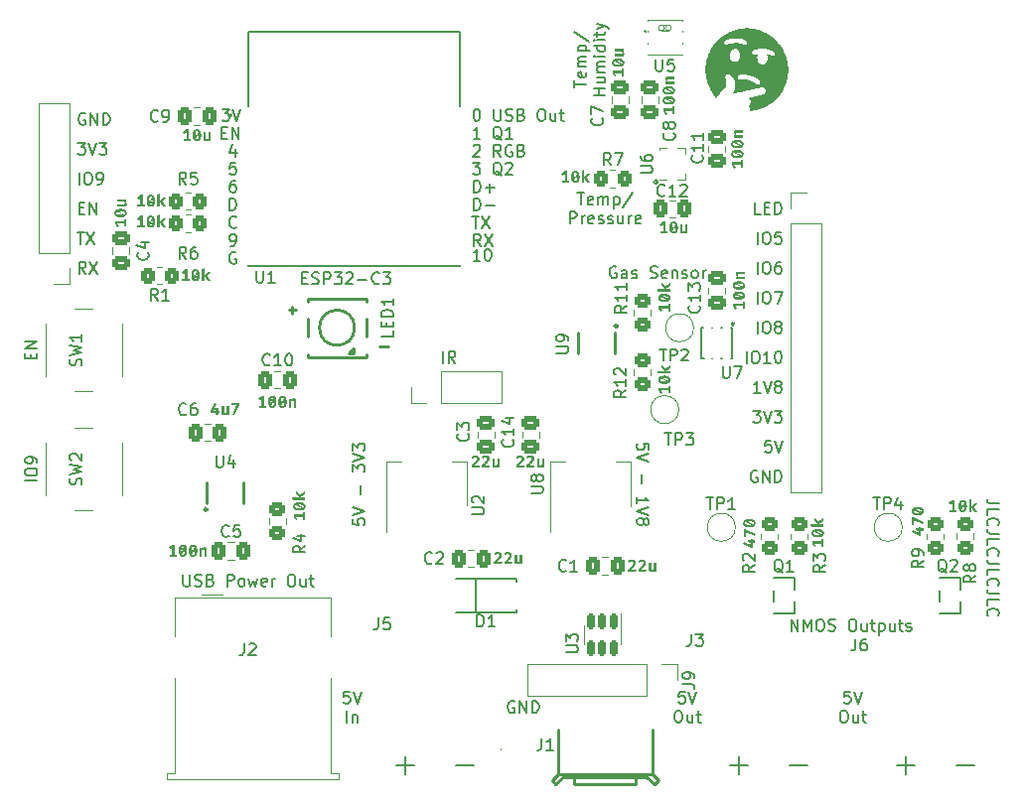
<source format=gto>
%TF.GenerationSoftware,KiCad,Pcbnew,7.0.1*%
%TF.CreationDate,2023-04-16T19:54:37+01:00*%
%TF.ProjectId,lightweatherV3,6c696768-7477-4656-9174-68657256332e,rev?*%
%TF.SameCoordinates,Original*%
%TF.FileFunction,Legend,Top*%
%TF.FilePolarity,Positive*%
%FSLAX46Y46*%
G04 Gerber Fmt 4.6, Leading zero omitted, Abs format (unit mm)*
G04 Created by KiCad (PCBNEW 7.0.1) date 2023-04-16 19:54:37*
%MOMM*%
%LPD*%
G01*
G04 APERTURE LIST*
G04 Aperture macros list*
%AMRoundRect*
0 Rectangle with rounded corners*
0 $1 Rounding radius*
0 $2 $3 $4 $5 $6 $7 $8 $9 X,Y pos of 4 corners*
0 Add a 4 corners polygon primitive as box body*
4,1,4,$2,$3,$4,$5,$6,$7,$8,$9,$2,$3,0*
0 Add four circle primitives for the rounded corners*
1,1,$1+$1,$2,$3*
1,1,$1+$1,$4,$5*
1,1,$1+$1,$6,$7*
1,1,$1+$1,$8,$9*
0 Add four rect primitives between the rounded corners*
20,1,$1+$1,$2,$3,$4,$5,0*
20,1,$1+$1,$4,$5,$6,$7,0*
20,1,$1+$1,$6,$7,$8,$9,0*
20,1,$1+$1,$8,$9,$2,$3,0*%
G04 Aperture macros list end*
%ADD10C,0.150000*%
%ADD11C,0.200000*%
%ADD12C,0.120000*%
%ADD13C,0.250000*%
%ADD14C,0.127000*%
%ADD15C,0.100000*%
%ADD16C,0.400000*%
%ADD17R,2.000000X2.000000*%
%ADD18O,1.700000X1.700000*%
%ADD19O,2.000000X2.000000*%
%ADD20R,1.980000X3.960000*%
%ADD21O,1.980000X3.960000*%
%ADD22C,2.500000*%
%ADD23C,2.000000*%
%ADD24RoundRect,0.250000X0.337500X0.475000X-0.337500X0.475000X-0.337500X-0.475000X0.337500X-0.475000X0*%
%ADD25R,0.550000X1.000000*%
%ADD26R,1.500000X2.000000*%
%ADD27R,3.800000X2.000000*%
%ADD28RoundRect,0.250000X0.350000X0.450000X-0.350000X0.450000X-0.350000X-0.450000X0.350000X-0.450000X0*%
%ADD29C,3.200000*%
%ADD30RoundRect,0.250000X0.475000X-0.337500X0.475000X0.337500X-0.475000X0.337500X-0.475000X-0.337500X0*%
%ADD31RoundRect,0.250000X-0.450000X0.350000X-0.450000X-0.350000X0.450000X-0.350000X0.450000X0.350000X0*%
%ADD32RoundRect,0.150000X-0.150000X0.512500X-0.150000X-0.512500X0.150000X-0.512500X0.150000X0.512500X0*%
%ADD33RoundRect,0.250000X-0.475000X0.337500X-0.475000X-0.337500X0.475000X-0.337500X0.475000X0.337500X0*%
%ADD34R,0.700000X0.700000*%
%ADD35R,1.500000X0.900000*%
%ADD36RoundRect,0.250000X-0.337500X-0.475000X0.337500X-0.475000X0.337500X0.475000X-0.337500X0.475000X0*%
%ADD37R,1.070000X0.600000*%
%ADD38RoundRect,0.250000X-0.350000X-0.450000X0.350000X-0.450000X0.350000X0.450000X-0.350000X0.450000X0*%
%ADD39R,0.400000X0.600000*%
%ADD40R,1.700000X1.250000*%
%ADD41R,1.800000X1.600000*%
%ADD42O,1.200000X2.100000*%
%ADD43R,0.400000X1.350000*%
%ADD44R,1.500000X1.000000*%
%ADD45R,2.500000X2.500000*%
%ADD46C,1.600000*%
%ADD47C,3.000000*%
%ADD48R,0.500000X0.350000*%
%ADD49R,1.000000X0.600000*%
%ADD50R,1.700000X1.700000*%
G04 APERTURE END LIST*
D10*
X100695333Y-66441619D02*
X101314380Y-66441619D01*
X101314380Y-66441619D02*
X100981047Y-66822571D01*
X100981047Y-66822571D02*
X101123904Y-66822571D01*
X101123904Y-66822571D02*
X101219142Y-66870190D01*
X101219142Y-66870190D02*
X101266761Y-66917809D01*
X101266761Y-66917809D02*
X101314380Y-67013047D01*
X101314380Y-67013047D02*
X101314380Y-67251142D01*
X101314380Y-67251142D02*
X101266761Y-67346380D01*
X101266761Y-67346380D02*
X101219142Y-67394000D01*
X101219142Y-67394000D02*
X101123904Y-67441619D01*
X101123904Y-67441619D02*
X100838190Y-67441619D01*
X100838190Y-67441619D02*
X100742952Y-67394000D01*
X100742952Y-67394000D02*
X100695333Y-67346380D01*
X101600095Y-66441619D02*
X101933428Y-67441619D01*
X101933428Y-67441619D02*
X102266761Y-66441619D01*
X122729523Y-78109619D02*
X122396190Y-77633428D01*
X122158095Y-78109619D02*
X122158095Y-77109619D01*
X122158095Y-77109619D02*
X122539047Y-77109619D01*
X122539047Y-77109619D02*
X122634285Y-77157238D01*
X122634285Y-77157238D02*
X122681904Y-77204857D01*
X122681904Y-77204857D02*
X122729523Y-77300095D01*
X122729523Y-77300095D02*
X122729523Y-77442952D01*
X122729523Y-77442952D02*
X122681904Y-77538190D01*
X122681904Y-77538190D02*
X122634285Y-77585809D01*
X122634285Y-77585809D02*
X122539047Y-77633428D01*
X122539047Y-77633428D02*
X122158095Y-77633428D01*
X123062857Y-77109619D02*
X123729523Y-78109619D01*
X123729523Y-77109619D02*
X123062857Y-78109619D01*
X122015238Y-75585619D02*
X122586666Y-75585619D01*
X122300952Y-76585619D02*
X122300952Y-75585619D01*
X122824762Y-75585619D02*
X123491428Y-76585619D01*
X123491428Y-75585619D02*
X122824762Y-76585619D01*
X101869904Y-78681238D02*
X101774666Y-78633619D01*
X101774666Y-78633619D02*
X101631809Y-78633619D01*
X101631809Y-78633619D02*
X101488952Y-78681238D01*
X101488952Y-78681238D02*
X101393714Y-78776476D01*
X101393714Y-78776476D02*
X101346095Y-78871714D01*
X101346095Y-78871714D02*
X101298476Y-79062190D01*
X101298476Y-79062190D02*
X101298476Y-79205047D01*
X101298476Y-79205047D02*
X101346095Y-79395523D01*
X101346095Y-79395523D02*
X101393714Y-79490761D01*
X101393714Y-79490761D02*
X101488952Y-79586000D01*
X101488952Y-79586000D02*
X101631809Y-79633619D01*
X101631809Y-79633619D02*
X101727047Y-79633619D01*
X101727047Y-79633619D02*
X101869904Y-79586000D01*
X101869904Y-79586000D02*
X101917523Y-79538380D01*
X101917523Y-79538380D02*
X101917523Y-79205047D01*
X101917523Y-79205047D02*
X101727047Y-79205047D01*
X122681904Y-79379619D02*
X122110476Y-79379619D01*
X122396190Y-79379619D02*
X122396190Y-78379619D01*
X122396190Y-78379619D02*
X122300952Y-78522476D01*
X122300952Y-78522476D02*
X122205714Y-78617714D01*
X122205714Y-78617714D02*
X122110476Y-78665333D01*
X123300952Y-78379619D02*
X123396190Y-78379619D01*
X123396190Y-78379619D02*
X123491428Y-78427238D01*
X123491428Y-78427238D02*
X123539047Y-78474857D01*
X123539047Y-78474857D02*
X123586666Y-78570095D01*
X123586666Y-78570095D02*
X123634285Y-78760571D01*
X123634285Y-78760571D02*
X123634285Y-78998666D01*
X123634285Y-78998666D02*
X123586666Y-79189142D01*
X123586666Y-79189142D02*
X123539047Y-79284380D01*
X123539047Y-79284380D02*
X123491428Y-79332000D01*
X123491428Y-79332000D02*
X123396190Y-79379619D01*
X123396190Y-79379619D02*
X123300952Y-79379619D01*
X123300952Y-79379619D02*
X123205714Y-79332000D01*
X123205714Y-79332000D02*
X123158095Y-79284380D01*
X123158095Y-79284380D02*
X123110476Y-79189142D01*
X123110476Y-79189142D02*
X123062857Y-78998666D01*
X123062857Y-78998666D02*
X123062857Y-78760571D01*
X123062857Y-78760571D02*
X123110476Y-78570095D01*
X123110476Y-78570095D02*
X123158095Y-78474857D01*
X123158095Y-78474857D02*
X123205714Y-78427238D01*
X123205714Y-78427238D02*
X123300952Y-78379619D01*
X122158095Y-75061619D02*
X122158095Y-74061619D01*
X122158095Y-74061619D02*
X122396190Y-74061619D01*
X122396190Y-74061619D02*
X122539047Y-74109238D01*
X122539047Y-74109238D02*
X122634285Y-74204476D01*
X122634285Y-74204476D02*
X122681904Y-74299714D01*
X122681904Y-74299714D02*
X122729523Y-74490190D01*
X122729523Y-74490190D02*
X122729523Y-74633047D01*
X122729523Y-74633047D02*
X122681904Y-74823523D01*
X122681904Y-74823523D02*
X122634285Y-74918761D01*
X122634285Y-74918761D02*
X122539047Y-75014000D01*
X122539047Y-75014000D02*
X122396190Y-75061619D01*
X122396190Y-75061619D02*
X122158095Y-75061619D01*
X123158095Y-74680666D02*
X123920000Y-74680666D01*
X122158095Y-73537619D02*
X122158095Y-72537619D01*
X122158095Y-72537619D02*
X122396190Y-72537619D01*
X122396190Y-72537619D02*
X122539047Y-72585238D01*
X122539047Y-72585238D02*
X122634285Y-72680476D01*
X122634285Y-72680476D02*
X122681904Y-72775714D01*
X122681904Y-72775714D02*
X122729523Y-72966190D01*
X122729523Y-72966190D02*
X122729523Y-73109047D01*
X122729523Y-73109047D02*
X122681904Y-73299523D01*
X122681904Y-73299523D02*
X122634285Y-73394761D01*
X122634285Y-73394761D02*
X122539047Y-73490000D01*
X122539047Y-73490000D02*
X122396190Y-73537619D01*
X122396190Y-73537619D02*
X122158095Y-73537619D01*
X123158095Y-73156666D02*
X123920000Y-73156666D01*
X123539047Y-73537619D02*
X123539047Y-72775714D01*
X122062857Y-71013619D02*
X122681904Y-71013619D01*
X122681904Y-71013619D02*
X122348571Y-71394571D01*
X122348571Y-71394571D02*
X122491428Y-71394571D01*
X122491428Y-71394571D02*
X122586666Y-71442190D01*
X122586666Y-71442190D02*
X122634285Y-71489809D01*
X122634285Y-71489809D02*
X122681904Y-71585047D01*
X122681904Y-71585047D02*
X122681904Y-71823142D01*
X122681904Y-71823142D02*
X122634285Y-71918380D01*
X122634285Y-71918380D02*
X122586666Y-71966000D01*
X122586666Y-71966000D02*
X122491428Y-72013619D01*
X122491428Y-72013619D02*
X122205714Y-72013619D01*
X122205714Y-72013619D02*
X122110476Y-71966000D01*
X122110476Y-71966000D02*
X122062857Y-71918380D01*
X124539047Y-72108857D02*
X124443809Y-72061238D01*
X124443809Y-72061238D02*
X124348571Y-71966000D01*
X124348571Y-71966000D02*
X124205714Y-71823142D01*
X124205714Y-71823142D02*
X124110476Y-71775523D01*
X124110476Y-71775523D02*
X124015238Y-71775523D01*
X124062857Y-72013619D02*
X123967619Y-71966000D01*
X123967619Y-71966000D02*
X123872381Y-71870761D01*
X123872381Y-71870761D02*
X123824762Y-71680285D01*
X123824762Y-71680285D02*
X123824762Y-71346952D01*
X123824762Y-71346952D02*
X123872381Y-71156476D01*
X123872381Y-71156476D02*
X123967619Y-71061238D01*
X123967619Y-71061238D02*
X124062857Y-71013619D01*
X124062857Y-71013619D02*
X124253333Y-71013619D01*
X124253333Y-71013619D02*
X124348571Y-71061238D01*
X124348571Y-71061238D02*
X124443809Y-71156476D01*
X124443809Y-71156476D02*
X124491428Y-71346952D01*
X124491428Y-71346952D02*
X124491428Y-71680285D01*
X124491428Y-71680285D02*
X124443809Y-71870761D01*
X124443809Y-71870761D02*
X124348571Y-71966000D01*
X124348571Y-71966000D02*
X124253333Y-72013619D01*
X124253333Y-72013619D02*
X124062857Y-72013619D01*
X124872381Y-71108857D02*
X124920000Y-71061238D01*
X124920000Y-71061238D02*
X125015238Y-71013619D01*
X125015238Y-71013619D02*
X125253333Y-71013619D01*
X125253333Y-71013619D02*
X125348571Y-71061238D01*
X125348571Y-71061238D02*
X125396190Y-71108857D01*
X125396190Y-71108857D02*
X125443809Y-71204095D01*
X125443809Y-71204095D02*
X125443809Y-71299333D01*
X125443809Y-71299333D02*
X125396190Y-71442190D01*
X125396190Y-71442190D02*
X124824762Y-72013619D01*
X124824762Y-72013619D02*
X125443809Y-72013619D01*
X122110476Y-69584857D02*
X122158095Y-69537238D01*
X122158095Y-69537238D02*
X122253333Y-69489619D01*
X122253333Y-69489619D02*
X122491428Y-69489619D01*
X122491428Y-69489619D02*
X122586666Y-69537238D01*
X122586666Y-69537238D02*
X122634285Y-69584857D01*
X122634285Y-69584857D02*
X122681904Y-69680095D01*
X122681904Y-69680095D02*
X122681904Y-69775333D01*
X122681904Y-69775333D02*
X122634285Y-69918190D01*
X122634285Y-69918190D02*
X122062857Y-70489619D01*
X122062857Y-70489619D02*
X122681904Y-70489619D01*
X124443809Y-70489619D02*
X124110476Y-70013428D01*
X123872381Y-70489619D02*
X123872381Y-69489619D01*
X123872381Y-69489619D02*
X124253333Y-69489619D01*
X124253333Y-69489619D02*
X124348571Y-69537238D01*
X124348571Y-69537238D02*
X124396190Y-69584857D01*
X124396190Y-69584857D02*
X124443809Y-69680095D01*
X124443809Y-69680095D02*
X124443809Y-69822952D01*
X124443809Y-69822952D02*
X124396190Y-69918190D01*
X124396190Y-69918190D02*
X124348571Y-69965809D01*
X124348571Y-69965809D02*
X124253333Y-70013428D01*
X124253333Y-70013428D02*
X123872381Y-70013428D01*
X125396190Y-69537238D02*
X125300952Y-69489619D01*
X125300952Y-69489619D02*
X125158095Y-69489619D01*
X125158095Y-69489619D02*
X125015238Y-69537238D01*
X125015238Y-69537238D02*
X124920000Y-69632476D01*
X124920000Y-69632476D02*
X124872381Y-69727714D01*
X124872381Y-69727714D02*
X124824762Y-69918190D01*
X124824762Y-69918190D02*
X124824762Y-70061047D01*
X124824762Y-70061047D02*
X124872381Y-70251523D01*
X124872381Y-70251523D02*
X124920000Y-70346761D01*
X124920000Y-70346761D02*
X125015238Y-70442000D01*
X125015238Y-70442000D02*
X125158095Y-70489619D01*
X125158095Y-70489619D02*
X125253333Y-70489619D01*
X125253333Y-70489619D02*
X125396190Y-70442000D01*
X125396190Y-70442000D02*
X125443809Y-70394380D01*
X125443809Y-70394380D02*
X125443809Y-70061047D01*
X125443809Y-70061047D02*
X125253333Y-70061047D01*
X126205714Y-69965809D02*
X126348571Y-70013428D01*
X126348571Y-70013428D02*
X126396190Y-70061047D01*
X126396190Y-70061047D02*
X126443809Y-70156285D01*
X126443809Y-70156285D02*
X126443809Y-70299142D01*
X126443809Y-70299142D02*
X126396190Y-70394380D01*
X126396190Y-70394380D02*
X126348571Y-70442000D01*
X126348571Y-70442000D02*
X126253333Y-70489619D01*
X126253333Y-70489619D02*
X125872381Y-70489619D01*
X125872381Y-70489619D02*
X125872381Y-69489619D01*
X125872381Y-69489619D02*
X126205714Y-69489619D01*
X126205714Y-69489619D02*
X126300952Y-69537238D01*
X126300952Y-69537238D02*
X126348571Y-69584857D01*
X126348571Y-69584857D02*
X126396190Y-69680095D01*
X126396190Y-69680095D02*
X126396190Y-69775333D01*
X126396190Y-69775333D02*
X126348571Y-69870571D01*
X126348571Y-69870571D02*
X126300952Y-69918190D01*
X126300952Y-69918190D02*
X126205714Y-69965809D01*
X126205714Y-69965809D02*
X125872381Y-69965809D01*
X122681904Y-68965619D02*
X122110476Y-68965619D01*
X122396190Y-68965619D02*
X122396190Y-67965619D01*
X122396190Y-67965619D02*
X122300952Y-68108476D01*
X122300952Y-68108476D02*
X122205714Y-68203714D01*
X122205714Y-68203714D02*
X122110476Y-68251333D01*
X124539047Y-69060857D02*
X124443809Y-69013238D01*
X124443809Y-69013238D02*
X124348571Y-68918000D01*
X124348571Y-68918000D02*
X124205714Y-68775142D01*
X124205714Y-68775142D02*
X124110476Y-68727523D01*
X124110476Y-68727523D02*
X124015238Y-68727523D01*
X124062857Y-68965619D02*
X123967619Y-68918000D01*
X123967619Y-68918000D02*
X123872381Y-68822761D01*
X123872381Y-68822761D02*
X123824762Y-68632285D01*
X123824762Y-68632285D02*
X123824762Y-68298952D01*
X123824762Y-68298952D02*
X123872381Y-68108476D01*
X123872381Y-68108476D02*
X123967619Y-68013238D01*
X123967619Y-68013238D02*
X124062857Y-67965619D01*
X124062857Y-67965619D02*
X124253333Y-67965619D01*
X124253333Y-67965619D02*
X124348571Y-68013238D01*
X124348571Y-68013238D02*
X124443809Y-68108476D01*
X124443809Y-68108476D02*
X124491428Y-68298952D01*
X124491428Y-68298952D02*
X124491428Y-68632285D01*
X124491428Y-68632285D02*
X124443809Y-68822761D01*
X124443809Y-68822761D02*
X124348571Y-68918000D01*
X124348571Y-68918000D02*
X124253333Y-68965619D01*
X124253333Y-68965619D02*
X124062857Y-68965619D01*
X125443809Y-68965619D02*
X124872381Y-68965619D01*
X125158095Y-68965619D02*
X125158095Y-67965619D01*
X125158095Y-67965619D02*
X125062857Y-68108476D01*
X125062857Y-68108476D02*
X124967619Y-68203714D01*
X124967619Y-68203714D02*
X124872381Y-68251333D01*
X122348571Y-66441619D02*
X122443809Y-66441619D01*
X122443809Y-66441619D02*
X122539047Y-66489238D01*
X122539047Y-66489238D02*
X122586666Y-66536857D01*
X122586666Y-66536857D02*
X122634285Y-66632095D01*
X122634285Y-66632095D02*
X122681904Y-66822571D01*
X122681904Y-66822571D02*
X122681904Y-67060666D01*
X122681904Y-67060666D02*
X122634285Y-67251142D01*
X122634285Y-67251142D02*
X122586666Y-67346380D01*
X122586666Y-67346380D02*
X122539047Y-67394000D01*
X122539047Y-67394000D02*
X122443809Y-67441619D01*
X122443809Y-67441619D02*
X122348571Y-67441619D01*
X122348571Y-67441619D02*
X122253333Y-67394000D01*
X122253333Y-67394000D02*
X122205714Y-67346380D01*
X122205714Y-67346380D02*
X122158095Y-67251142D01*
X122158095Y-67251142D02*
X122110476Y-67060666D01*
X122110476Y-67060666D02*
X122110476Y-66822571D01*
X122110476Y-66822571D02*
X122158095Y-66632095D01*
X122158095Y-66632095D02*
X122205714Y-66536857D01*
X122205714Y-66536857D02*
X122253333Y-66489238D01*
X122253333Y-66489238D02*
X122348571Y-66441619D01*
X123872381Y-66441619D02*
X123872381Y-67251142D01*
X123872381Y-67251142D02*
X123920000Y-67346380D01*
X123920000Y-67346380D02*
X123967619Y-67394000D01*
X123967619Y-67394000D02*
X124062857Y-67441619D01*
X124062857Y-67441619D02*
X124253333Y-67441619D01*
X124253333Y-67441619D02*
X124348571Y-67394000D01*
X124348571Y-67394000D02*
X124396190Y-67346380D01*
X124396190Y-67346380D02*
X124443809Y-67251142D01*
X124443809Y-67251142D02*
X124443809Y-66441619D01*
X124872381Y-67394000D02*
X125015238Y-67441619D01*
X125015238Y-67441619D02*
X125253333Y-67441619D01*
X125253333Y-67441619D02*
X125348571Y-67394000D01*
X125348571Y-67394000D02*
X125396190Y-67346380D01*
X125396190Y-67346380D02*
X125443809Y-67251142D01*
X125443809Y-67251142D02*
X125443809Y-67155904D01*
X125443809Y-67155904D02*
X125396190Y-67060666D01*
X125396190Y-67060666D02*
X125348571Y-67013047D01*
X125348571Y-67013047D02*
X125253333Y-66965428D01*
X125253333Y-66965428D02*
X125062857Y-66917809D01*
X125062857Y-66917809D02*
X124967619Y-66870190D01*
X124967619Y-66870190D02*
X124920000Y-66822571D01*
X124920000Y-66822571D02*
X124872381Y-66727333D01*
X124872381Y-66727333D02*
X124872381Y-66632095D01*
X124872381Y-66632095D02*
X124920000Y-66536857D01*
X124920000Y-66536857D02*
X124967619Y-66489238D01*
X124967619Y-66489238D02*
X125062857Y-66441619D01*
X125062857Y-66441619D02*
X125300952Y-66441619D01*
X125300952Y-66441619D02*
X125443809Y-66489238D01*
X126205714Y-66917809D02*
X126348571Y-66965428D01*
X126348571Y-66965428D02*
X126396190Y-67013047D01*
X126396190Y-67013047D02*
X126443809Y-67108285D01*
X126443809Y-67108285D02*
X126443809Y-67251142D01*
X126443809Y-67251142D02*
X126396190Y-67346380D01*
X126396190Y-67346380D02*
X126348571Y-67394000D01*
X126348571Y-67394000D02*
X126253333Y-67441619D01*
X126253333Y-67441619D02*
X125872381Y-67441619D01*
X125872381Y-67441619D02*
X125872381Y-66441619D01*
X125872381Y-66441619D02*
X126205714Y-66441619D01*
X126205714Y-66441619D02*
X126300952Y-66489238D01*
X126300952Y-66489238D02*
X126348571Y-66536857D01*
X126348571Y-66536857D02*
X126396190Y-66632095D01*
X126396190Y-66632095D02*
X126396190Y-66727333D01*
X126396190Y-66727333D02*
X126348571Y-66822571D01*
X126348571Y-66822571D02*
X126300952Y-66870190D01*
X126300952Y-66870190D02*
X126205714Y-66917809D01*
X126205714Y-66917809D02*
X125872381Y-66917809D01*
X127824762Y-66441619D02*
X128015238Y-66441619D01*
X128015238Y-66441619D02*
X128110476Y-66489238D01*
X128110476Y-66489238D02*
X128205714Y-66584476D01*
X128205714Y-66584476D02*
X128253333Y-66774952D01*
X128253333Y-66774952D02*
X128253333Y-67108285D01*
X128253333Y-67108285D02*
X128205714Y-67298761D01*
X128205714Y-67298761D02*
X128110476Y-67394000D01*
X128110476Y-67394000D02*
X128015238Y-67441619D01*
X128015238Y-67441619D02*
X127824762Y-67441619D01*
X127824762Y-67441619D02*
X127729524Y-67394000D01*
X127729524Y-67394000D02*
X127634286Y-67298761D01*
X127634286Y-67298761D02*
X127586667Y-67108285D01*
X127586667Y-67108285D02*
X127586667Y-66774952D01*
X127586667Y-66774952D02*
X127634286Y-66584476D01*
X127634286Y-66584476D02*
X127729524Y-66489238D01*
X127729524Y-66489238D02*
X127824762Y-66441619D01*
X129110476Y-66774952D02*
X129110476Y-67441619D01*
X128681905Y-66774952D02*
X128681905Y-67298761D01*
X128681905Y-67298761D02*
X128729524Y-67394000D01*
X128729524Y-67394000D02*
X128824762Y-67441619D01*
X128824762Y-67441619D02*
X128967619Y-67441619D01*
X128967619Y-67441619D02*
X129062857Y-67394000D01*
X129062857Y-67394000D02*
X129110476Y-67346380D01*
X129443810Y-66774952D02*
X129824762Y-66774952D01*
X129586667Y-66441619D02*
X129586667Y-67298761D01*
X129586667Y-67298761D02*
X129634286Y-67394000D01*
X129634286Y-67394000D02*
X129729524Y-67441619D01*
X129729524Y-67441619D02*
X129824762Y-67441619D01*
X101441333Y-78109619D02*
X101631809Y-78109619D01*
X101631809Y-78109619D02*
X101727047Y-78062000D01*
X101727047Y-78062000D02*
X101774666Y-78014380D01*
X101774666Y-78014380D02*
X101869904Y-77871523D01*
X101869904Y-77871523D02*
X101917523Y-77681047D01*
X101917523Y-77681047D02*
X101917523Y-77300095D01*
X101917523Y-77300095D02*
X101869904Y-77204857D01*
X101869904Y-77204857D02*
X101822285Y-77157238D01*
X101822285Y-77157238D02*
X101727047Y-77109619D01*
X101727047Y-77109619D02*
X101536571Y-77109619D01*
X101536571Y-77109619D02*
X101441333Y-77157238D01*
X101441333Y-77157238D02*
X101393714Y-77204857D01*
X101393714Y-77204857D02*
X101346095Y-77300095D01*
X101346095Y-77300095D02*
X101346095Y-77538190D01*
X101346095Y-77538190D02*
X101393714Y-77633428D01*
X101393714Y-77633428D02*
X101441333Y-77681047D01*
X101441333Y-77681047D02*
X101536571Y-77728666D01*
X101536571Y-77728666D02*
X101727047Y-77728666D01*
X101727047Y-77728666D02*
X101822285Y-77681047D01*
X101822285Y-77681047D02*
X101869904Y-77633428D01*
X101869904Y-77633428D02*
X101917523Y-77538190D01*
X101917523Y-76490380D02*
X101869904Y-76538000D01*
X101869904Y-76538000D02*
X101727047Y-76585619D01*
X101727047Y-76585619D02*
X101631809Y-76585619D01*
X101631809Y-76585619D02*
X101488952Y-76538000D01*
X101488952Y-76538000D02*
X101393714Y-76442761D01*
X101393714Y-76442761D02*
X101346095Y-76347523D01*
X101346095Y-76347523D02*
X101298476Y-76157047D01*
X101298476Y-76157047D02*
X101298476Y-76014190D01*
X101298476Y-76014190D02*
X101346095Y-75823714D01*
X101346095Y-75823714D02*
X101393714Y-75728476D01*
X101393714Y-75728476D02*
X101488952Y-75633238D01*
X101488952Y-75633238D02*
X101631809Y-75585619D01*
X101631809Y-75585619D02*
X101727047Y-75585619D01*
X101727047Y-75585619D02*
X101869904Y-75633238D01*
X101869904Y-75633238D02*
X101917523Y-75680857D01*
X101346095Y-75061619D02*
X101346095Y-74061619D01*
X101346095Y-74061619D02*
X101584190Y-74061619D01*
X101584190Y-74061619D02*
X101727047Y-74109238D01*
X101727047Y-74109238D02*
X101822285Y-74204476D01*
X101822285Y-74204476D02*
X101869904Y-74299714D01*
X101869904Y-74299714D02*
X101917523Y-74490190D01*
X101917523Y-74490190D02*
X101917523Y-74633047D01*
X101917523Y-74633047D02*
X101869904Y-74823523D01*
X101869904Y-74823523D02*
X101822285Y-74918761D01*
X101822285Y-74918761D02*
X101727047Y-75014000D01*
X101727047Y-75014000D02*
X101584190Y-75061619D01*
X101584190Y-75061619D02*
X101346095Y-75061619D01*
X101822285Y-72537619D02*
X101631809Y-72537619D01*
X101631809Y-72537619D02*
X101536571Y-72585238D01*
X101536571Y-72585238D02*
X101488952Y-72632857D01*
X101488952Y-72632857D02*
X101393714Y-72775714D01*
X101393714Y-72775714D02*
X101346095Y-72966190D01*
X101346095Y-72966190D02*
X101346095Y-73347142D01*
X101346095Y-73347142D02*
X101393714Y-73442380D01*
X101393714Y-73442380D02*
X101441333Y-73490000D01*
X101441333Y-73490000D02*
X101536571Y-73537619D01*
X101536571Y-73537619D02*
X101727047Y-73537619D01*
X101727047Y-73537619D02*
X101822285Y-73490000D01*
X101822285Y-73490000D02*
X101869904Y-73442380D01*
X101869904Y-73442380D02*
X101917523Y-73347142D01*
X101917523Y-73347142D02*
X101917523Y-73109047D01*
X101917523Y-73109047D02*
X101869904Y-73013809D01*
X101869904Y-73013809D02*
X101822285Y-72966190D01*
X101822285Y-72966190D02*
X101727047Y-72918571D01*
X101727047Y-72918571D02*
X101536571Y-72918571D01*
X101536571Y-72918571D02*
X101441333Y-72966190D01*
X101441333Y-72966190D02*
X101393714Y-73013809D01*
X101393714Y-73013809D02*
X101346095Y-73109047D01*
X101869904Y-71013619D02*
X101393714Y-71013619D01*
X101393714Y-71013619D02*
X101346095Y-71489809D01*
X101346095Y-71489809D02*
X101393714Y-71442190D01*
X101393714Y-71442190D02*
X101488952Y-71394571D01*
X101488952Y-71394571D02*
X101727047Y-71394571D01*
X101727047Y-71394571D02*
X101822285Y-71442190D01*
X101822285Y-71442190D02*
X101869904Y-71489809D01*
X101869904Y-71489809D02*
X101917523Y-71585047D01*
X101917523Y-71585047D02*
X101917523Y-71823142D01*
X101917523Y-71823142D02*
X101869904Y-71918380D01*
X101869904Y-71918380D02*
X101822285Y-71966000D01*
X101822285Y-71966000D02*
X101727047Y-72013619D01*
X101727047Y-72013619D02*
X101488952Y-72013619D01*
X101488952Y-72013619D02*
X101393714Y-71966000D01*
X101393714Y-71966000D02*
X101346095Y-71918380D01*
X101822285Y-69822952D02*
X101822285Y-70489619D01*
X101584190Y-69442000D02*
X101346095Y-70156285D01*
X101346095Y-70156285D02*
X101965142Y-70156285D01*
X100647714Y-68441809D02*
X100981047Y-68441809D01*
X101123904Y-68965619D02*
X100647714Y-68965619D01*
X100647714Y-68965619D02*
X100647714Y-67965619D01*
X100647714Y-67965619D02*
X101123904Y-67965619D01*
X101552476Y-68965619D02*
X101552476Y-67965619D01*
X101552476Y-67965619D02*
X102123904Y-68965619D01*
X102123904Y-68965619D02*
X102123904Y-67965619D01*
D11*
X163322095Y-122437333D02*
X164845905Y-122437333D01*
X149098095Y-122437333D02*
X150621905Y-122437333D01*
X120650095Y-122437333D02*
X122173905Y-122437333D01*
X115570095Y-122437333D02*
X117093905Y-122437333D01*
X116332000Y-123199238D02*
X116332000Y-121675428D01*
X158242095Y-122437333D02*
X159765905Y-122437333D01*
X159004000Y-123199238D02*
X159004000Y-121675428D01*
X144018095Y-122437333D02*
X145541905Y-122437333D01*
X144780000Y-123199238D02*
X144780000Y-121675428D01*
G36*
X134786541Y-63170077D02*
G01*
X133962954Y-63170077D01*
X133962954Y-63371089D01*
X134158348Y-63692024D01*
X134314175Y-63595792D01*
X134186436Y-63391117D01*
X134786541Y-63391117D01*
X134786541Y-63630963D01*
X134958000Y-63630963D01*
X134958000Y-62983964D01*
X134786541Y-62983964D01*
X134786541Y-63170077D01*
G37*
G36*
X134488950Y-62124342D02*
G01*
X134518583Y-62125414D01*
X134547411Y-62127199D01*
X134575422Y-62129696D01*
X134602605Y-62132904D01*
X134628949Y-62136821D01*
X134654442Y-62141447D01*
X134679074Y-62146780D01*
X134702833Y-62152818D01*
X134725708Y-62159561D01*
X134747687Y-62167008D01*
X134768759Y-62175157D01*
X134788913Y-62184007D01*
X134808138Y-62193557D01*
X134826422Y-62203806D01*
X134843755Y-62214752D01*
X134860124Y-62226394D01*
X134875519Y-62238731D01*
X134889928Y-62251762D01*
X134903341Y-62265486D01*
X134915745Y-62279901D01*
X134927129Y-62295006D01*
X134937483Y-62310801D01*
X134946795Y-62327283D01*
X134955053Y-62344451D01*
X134962247Y-62362305D01*
X134968365Y-62380844D01*
X134973396Y-62400065D01*
X134977329Y-62419968D01*
X134980152Y-62440551D01*
X134981854Y-62461814D01*
X134982424Y-62483755D01*
X134981854Y-62505824D01*
X134980152Y-62527197D01*
X134977329Y-62547874D01*
X134973396Y-62567855D01*
X134968365Y-62587139D01*
X134962247Y-62605725D01*
X134955053Y-62623615D01*
X134946795Y-62640807D01*
X134937483Y-62657300D01*
X134927129Y-62673096D01*
X134915745Y-62688192D01*
X134903341Y-62702590D01*
X134889928Y-62716288D01*
X134875519Y-62729287D01*
X134860124Y-62741586D01*
X134843755Y-62753185D01*
X134826422Y-62764083D01*
X134808138Y-62774281D01*
X134788913Y-62783777D01*
X134768759Y-62792572D01*
X134747687Y-62800664D01*
X134725708Y-62808055D01*
X134702833Y-62814744D01*
X134679074Y-62820730D01*
X134654442Y-62826012D01*
X134628949Y-62830592D01*
X134602605Y-62834467D01*
X134575422Y-62837639D01*
X134547411Y-62840107D01*
X134518583Y-62841869D01*
X134488950Y-62842927D01*
X134458523Y-62843280D01*
X134428213Y-62842927D01*
X134398702Y-62841869D01*
X134370002Y-62840107D01*
X134342122Y-62837639D01*
X134315073Y-62834467D01*
X134288866Y-62830592D01*
X134263512Y-62826012D01*
X134239021Y-62820730D01*
X134215404Y-62814744D01*
X134192672Y-62808055D01*
X134170836Y-62800664D01*
X134149905Y-62792572D01*
X134129892Y-62783777D01*
X134110806Y-62774281D01*
X134092658Y-62764083D01*
X134075459Y-62753185D01*
X134059219Y-62741586D01*
X134043950Y-62729287D01*
X134029661Y-62716288D01*
X134016365Y-62702590D01*
X134004070Y-62688192D01*
X133992789Y-62673096D01*
X133982531Y-62657300D01*
X133973308Y-62640807D01*
X133965129Y-62623615D01*
X133958007Y-62605725D01*
X133951951Y-62587139D01*
X133946972Y-62567855D01*
X133943081Y-62547874D01*
X133940288Y-62527197D01*
X133938605Y-62505824D01*
X133938041Y-62483755D01*
X134102417Y-62483755D01*
X134103582Y-62502061D01*
X134107139Y-62519072D01*
X134113178Y-62534804D01*
X134121788Y-62549273D01*
X134133060Y-62562493D01*
X134147085Y-62574481D01*
X134155157Y-62580018D01*
X134163951Y-62585253D01*
X134173478Y-62590188D01*
X134183750Y-62594824D01*
X134194777Y-62599164D01*
X134206571Y-62603210D01*
X134219143Y-62606964D01*
X134232505Y-62610427D01*
X134246667Y-62613602D01*
X134261641Y-62616490D01*
X134277439Y-62619094D01*
X134294071Y-62621416D01*
X134311549Y-62623457D01*
X134329884Y-62625220D01*
X134349087Y-62626706D01*
X134369170Y-62627917D01*
X134390144Y-62628856D01*
X134412020Y-62629524D01*
X134434809Y-62629923D01*
X134458523Y-62630056D01*
X134466345Y-62630048D01*
X134481661Y-62629985D01*
X134496545Y-62629857D01*
X134511002Y-62629665D01*
X134525038Y-62629408D01*
X134538660Y-62629084D01*
X134551872Y-62628693D01*
X134564681Y-62628235D01*
X134577092Y-62627708D01*
X134589110Y-62627112D01*
X134600743Y-62626447D01*
X134611994Y-62625711D01*
X134622871Y-62624904D01*
X134633378Y-62624025D01*
X134643522Y-62623073D01*
X134658069Y-62621508D01*
X134150533Y-62378974D01*
X134143955Y-62383398D01*
X134135150Y-62390492D01*
X134127559Y-62398163D01*
X134121114Y-62406439D01*
X134115748Y-62415349D01*
X134111393Y-62424923D01*
X134107981Y-62435188D01*
X134105445Y-62446176D01*
X134103718Y-62457913D01*
X134102731Y-62470430D01*
X134102417Y-62483755D01*
X133938041Y-62483755D01*
X133938605Y-62461814D01*
X133940288Y-62440551D01*
X133943081Y-62419968D01*
X133946972Y-62400065D01*
X133951951Y-62380844D01*
X133958007Y-62362305D01*
X133965129Y-62344451D01*
X133966136Y-62342338D01*
X134319060Y-62342338D01*
X134792159Y-62571194D01*
X134795798Y-62567080D01*
X134802143Y-62558345D01*
X134807316Y-62548916D01*
X134811406Y-62538773D01*
X134814501Y-62527896D01*
X134816690Y-62516264D01*
X134818061Y-62503859D01*
X134818607Y-62494034D01*
X134818781Y-62483755D01*
X134818503Y-62474420D01*
X134816237Y-62456755D01*
X134811596Y-62440410D01*
X134804464Y-62425366D01*
X134794728Y-62411600D01*
X134782272Y-62399094D01*
X134766983Y-62387827D01*
X134758240Y-62382651D01*
X134748746Y-62377778D01*
X134738486Y-62373204D01*
X134727446Y-62368927D01*
X134715612Y-62364945D01*
X134702970Y-62361254D01*
X134689504Y-62357853D01*
X134675201Y-62354738D01*
X134660047Y-62351908D01*
X134644027Y-62349359D01*
X134627127Y-62347089D01*
X134609332Y-62345096D01*
X134590629Y-62343377D01*
X134571002Y-62341930D01*
X134550438Y-62340751D01*
X134528923Y-62339839D01*
X134506441Y-62339190D01*
X134482979Y-62338803D01*
X134458523Y-62338674D01*
X134448496Y-62338691D01*
X134433805Y-62338779D01*
X134419524Y-62338938D01*
X134405646Y-62339164D01*
X134392162Y-62339454D01*
X134379064Y-62339805D01*
X134366343Y-62340213D01*
X134353990Y-62340673D01*
X134341998Y-62341184D01*
X134330357Y-62341740D01*
X134319060Y-62342338D01*
X133966136Y-62342338D01*
X133973308Y-62327283D01*
X133982531Y-62310801D01*
X133992789Y-62295006D01*
X134004070Y-62279901D01*
X134016365Y-62265486D01*
X134029661Y-62251762D01*
X134043950Y-62238731D01*
X134059219Y-62226394D01*
X134075459Y-62214752D01*
X134092658Y-62203806D01*
X134110806Y-62193557D01*
X134129892Y-62184007D01*
X134149905Y-62175157D01*
X134170836Y-62167008D01*
X134192672Y-62159561D01*
X134215404Y-62152818D01*
X134239021Y-62146780D01*
X134263512Y-62141447D01*
X134288866Y-62136821D01*
X134315073Y-62132904D01*
X134342122Y-62129696D01*
X134370002Y-62127199D01*
X134398702Y-62125414D01*
X134428213Y-62124342D01*
X134458523Y-62123985D01*
X134488950Y-62124342D01*
G37*
G36*
X134195718Y-61726357D02*
G01*
X134195718Y-61953259D01*
X134745508Y-61953259D01*
X134758952Y-61953053D01*
X134772077Y-61952433D01*
X134784876Y-61951398D01*
X134797342Y-61949948D01*
X134809468Y-61948079D01*
X134821246Y-61945792D01*
X134832670Y-61943084D01*
X134843732Y-61939956D01*
X134854426Y-61936404D01*
X134864744Y-61932428D01*
X134874680Y-61928026D01*
X134884226Y-61923197D01*
X134893375Y-61917940D01*
X134902120Y-61912254D01*
X134910455Y-61906136D01*
X134918371Y-61899587D01*
X134925862Y-61892603D01*
X134932922Y-61885185D01*
X134939542Y-61877331D01*
X134945716Y-61869038D01*
X134951436Y-61860307D01*
X134956697Y-61851135D01*
X134961489Y-61841522D01*
X134965808Y-61831466D01*
X134969644Y-61820965D01*
X134972992Y-61810019D01*
X134975845Y-61798626D01*
X134978194Y-61786784D01*
X134980034Y-61774492D01*
X134981357Y-61761750D01*
X134982156Y-61748555D01*
X134982424Y-61734906D01*
X134981972Y-61717713D01*
X134980620Y-61700609D01*
X134978370Y-61683648D01*
X134975226Y-61666884D01*
X134971193Y-61650373D01*
X134966272Y-61634167D01*
X134960469Y-61618322D01*
X134953786Y-61602893D01*
X134946228Y-61587932D01*
X134937797Y-61573496D01*
X134928498Y-61559637D01*
X134918333Y-61546412D01*
X134907307Y-61533873D01*
X134895423Y-61522075D01*
X134882684Y-61511073D01*
X134869095Y-61500921D01*
X134958000Y-61490907D01*
X134958000Y-61292826D01*
X134195718Y-61292826D01*
X134195718Y-61519728D01*
X134732075Y-61519728D01*
X134741374Y-61525859D01*
X134750208Y-61532412D01*
X134758558Y-61539354D01*
X134766406Y-61546648D01*
X134773733Y-61554260D01*
X134780521Y-61562155D01*
X134786750Y-61570297D01*
X134792403Y-61578652D01*
X134797460Y-61587184D01*
X134803889Y-61600238D01*
X134808874Y-61613494D01*
X134812352Y-61626834D01*
X134814260Y-61640140D01*
X134814629Y-61648933D01*
X134814000Y-61662130D01*
X134812022Y-61674217D01*
X134808556Y-61685153D01*
X134803462Y-61694897D01*
X134796602Y-61703408D01*
X134787837Y-61710644D01*
X134777028Y-61716565D01*
X134764036Y-61721129D01*
X134754094Y-61723398D01*
X134743079Y-61725034D01*
X134730949Y-61726025D01*
X134717665Y-61726357D01*
X134195718Y-61726357D01*
G37*
G36*
X139104541Y-66394433D02*
G01*
X138280954Y-66394433D01*
X138280954Y-66595445D01*
X138476348Y-66916380D01*
X138632175Y-66820148D01*
X138504436Y-66615473D01*
X139104541Y-66615473D01*
X139104541Y-66855319D01*
X139276000Y-66855319D01*
X139276000Y-66208320D01*
X139104541Y-66208320D01*
X139104541Y-66394433D01*
G37*
G36*
X138806950Y-65348698D02*
G01*
X138836583Y-65349770D01*
X138865411Y-65351555D01*
X138893422Y-65354052D01*
X138920605Y-65357260D01*
X138946949Y-65361177D01*
X138972442Y-65365803D01*
X138997074Y-65371136D01*
X139020833Y-65377174D01*
X139043708Y-65383917D01*
X139065687Y-65391364D01*
X139086759Y-65399513D01*
X139106913Y-65408363D01*
X139126138Y-65417913D01*
X139144422Y-65428162D01*
X139161755Y-65439108D01*
X139178124Y-65450750D01*
X139193519Y-65463087D01*
X139207928Y-65476118D01*
X139221341Y-65489842D01*
X139233745Y-65504257D01*
X139245129Y-65519362D01*
X139255483Y-65535157D01*
X139264795Y-65551639D01*
X139273053Y-65568807D01*
X139280247Y-65586661D01*
X139286365Y-65605200D01*
X139291396Y-65624421D01*
X139295329Y-65644324D01*
X139298152Y-65664907D01*
X139299854Y-65686170D01*
X139300424Y-65708111D01*
X139299854Y-65730180D01*
X139298152Y-65751553D01*
X139295329Y-65772230D01*
X139291396Y-65792211D01*
X139286365Y-65811495D01*
X139280247Y-65830081D01*
X139273053Y-65847971D01*
X139264795Y-65865163D01*
X139255483Y-65881656D01*
X139245129Y-65897452D01*
X139233745Y-65912548D01*
X139221341Y-65926946D01*
X139207928Y-65940644D01*
X139193519Y-65953643D01*
X139178124Y-65965942D01*
X139161755Y-65977541D01*
X139144422Y-65988439D01*
X139126138Y-65998637D01*
X139106913Y-66008133D01*
X139086759Y-66016928D01*
X139065687Y-66025020D01*
X139043708Y-66032411D01*
X139020833Y-66039100D01*
X138997074Y-66045086D01*
X138972442Y-66050368D01*
X138946949Y-66054948D01*
X138920605Y-66058823D01*
X138893422Y-66061995D01*
X138865411Y-66064463D01*
X138836583Y-66066225D01*
X138806950Y-66067283D01*
X138776523Y-66067636D01*
X138746213Y-66067283D01*
X138716702Y-66066225D01*
X138688002Y-66064463D01*
X138660122Y-66061995D01*
X138633073Y-66058823D01*
X138606866Y-66054948D01*
X138581512Y-66050368D01*
X138557021Y-66045086D01*
X138533404Y-66039100D01*
X138510672Y-66032411D01*
X138488836Y-66025020D01*
X138467905Y-66016928D01*
X138447892Y-66008133D01*
X138428806Y-65998637D01*
X138410658Y-65988439D01*
X138393459Y-65977541D01*
X138377219Y-65965942D01*
X138361950Y-65953643D01*
X138347661Y-65940644D01*
X138334365Y-65926946D01*
X138322070Y-65912548D01*
X138310789Y-65897452D01*
X138300531Y-65881656D01*
X138291308Y-65865163D01*
X138283129Y-65847971D01*
X138276007Y-65830081D01*
X138269951Y-65811495D01*
X138264972Y-65792211D01*
X138261081Y-65772230D01*
X138258288Y-65751553D01*
X138256605Y-65730180D01*
X138256041Y-65708111D01*
X138420417Y-65708111D01*
X138421582Y-65726417D01*
X138425139Y-65743428D01*
X138431178Y-65759160D01*
X138439788Y-65773629D01*
X138451060Y-65786849D01*
X138465085Y-65798837D01*
X138473157Y-65804374D01*
X138481951Y-65809609D01*
X138491478Y-65814544D01*
X138501750Y-65819180D01*
X138512777Y-65823520D01*
X138524571Y-65827566D01*
X138537143Y-65831320D01*
X138550505Y-65834783D01*
X138564667Y-65837958D01*
X138579641Y-65840846D01*
X138595439Y-65843450D01*
X138612071Y-65845772D01*
X138629549Y-65847813D01*
X138647884Y-65849576D01*
X138667087Y-65851062D01*
X138687170Y-65852273D01*
X138708144Y-65853212D01*
X138730020Y-65853880D01*
X138752809Y-65854279D01*
X138776523Y-65854412D01*
X138784345Y-65854404D01*
X138799661Y-65854341D01*
X138814545Y-65854213D01*
X138829002Y-65854021D01*
X138843038Y-65853764D01*
X138856660Y-65853440D01*
X138869872Y-65853049D01*
X138882681Y-65852591D01*
X138895092Y-65852064D01*
X138907110Y-65851468D01*
X138918743Y-65850803D01*
X138929994Y-65850067D01*
X138940871Y-65849260D01*
X138951378Y-65848381D01*
X138961522Y-65847429D01*
X138976069Y-65845864D01*
X138468533Y-65603330D01*
X138461955Y-65607754D01*
X138453150Y-65614848D01*
X138445559Y-65622519D01*
X138439114Y-65630795D01*
X138433748Y-65639705D01*
X138429393Y-65649279D01*
X138425981Y-65659544D01*
X138423445Y-65670532D01*
X138421718Y-65682269D01*
X138420731Y-65694786D01*
X138420417Y-65708111D01*
X138256041Y-65708111D01*
X138256605Y-65686170D01*
X138258288Y-65664907D01*
X138261081Y-65644324D01*
X138264972Y-65624421D01*
X138269951Y-65605200D01*
X138276007Y-65586661D01*
X138283129Y-65568807D01*
X138284136Y-65566694D01*
X138637060Y-65566694D01*
X139110159Y-65795550D01*
X139113798Y-65791436D01*
X139120143Y-65782701D01*
X139125316Y-65773272D01*
X139129406Y-65763129D01*
X139132501Y-65752252D01*
X139134690Y-65740620D01*
X139136061Y-65728215D01*
X139136607Y-65718390D01*
X139136781Y-65708111D01*
X139136503Y-65698776D01*
X139134237Y-65681111D01*
X139129596Y-65664766D01*
X139122464Y-65649722D01*
X139112728Y-65635956D01*
X139100272Y-65623450D01*
X139084983Y-65612183D01*
X139076240Y-65607007D01*
X139066746Y-65602134D01*
X139056486Y-65597560D01*
X139045446Y-65593283D01*
X139033612Y-65589301D01*
X139020970Y-65585610D01*
X139007504Y-65582209D01*
X138993201Y-65579094D01*
X138978047Y-65576264D01*
X138962027Y-65573715D01*
X138945127Y-65571445D01*
X138927332Y-65569452D01*
X138908629Y-65567733D01*
X138889002Y-65566286D01*
X138868438Y-65565107D01*
X138846923Y-65564195D01*
X138824441Y-65563546D01*
X138800979Y-65563159D01*
X138776523Y-65563030D01*
X138766496Y-65563047D01*
X138751805Y-65563135D01*
X138737524Y-65563294D01*
X138723646Y-65563520D01*
X138710162Y-65563810D01*
X138697064Y-65564161D01*
X138684343Y-65564569D01*
X138671990Y-65565029D01*
X138659998Y-65565540D01*
X138648357Y-65566096D01*
X138637060Y-65566694D01*
X138284136Y-65566694D01*
X138291308Y-65551639D01*
X138300531Y-65535157D01*
X138310789Y-65519362D01*
X138322070Y-65504257D01*
X138334365Y-65489842D01*
X138347661Y-65476118D01*
X138361950Y-65463087D01*
X138377219Y-65450750D01*
X138393459Y-65439108D01*
X138410658Y-65428162D01*
X138428806Y-65417913D01*
X138447892Y-65408363D01*
X138467905Y-65399513D01*
X138488836Y-65391364D01*
X138510672Y-65383917D01*
X138533404Y-65377174D01*
X138557021Y-65371136D01*
X138581512Y-65365803D01*
X138606866Y-65361177D01*
X138633073Y-65357260D01*
X138660122Y-65354052D01*
X138688002Y-65351555D01*
X138716702Y-65349770D01*
X138746213Y-65348698D01*
X138776523Y-65348341D01*
X138806950Y-65348698D01*
G37*
G36*
X138806950Y-64487987D02*
G01*
X138836583Y-64489059D01*
X138865411Y-64490844D01*
X138893422Y-64493341D01*
X138920605Y-64496548D01*
X138946949Y-64500466D01*
X138972442Y-64505091D01*
X138997074Y-64510424D01*
X139020833Y-64516462D01*
X139043708Y-64523206D01*
X139065687Y-64530652D01*
X139086759Y-64538801D01*
X139106913Y-64547651D01*
X139126138Y-64557201D01*
X139144422Y-64567450D01*
X139161755Y-64578396D01*
X139178124Y-64590038D01*
X139193519Y-64602375D01*
X139207928Y-64615406D01*
X139221341Y-64629130D01*
X139233745Y-64643545D01*
X139245129Y-64658651D01*
X139255483Y-64674445D01*
X139264795Y-64690927D01*
X139273053Y-64708096D01*
X139280247Y-64725950D01*
X139286365Y-64744488D01*
X139291396Y-64763709D01*
X139295329Y-64783612D01*
X139298152Y-64804195D01*
X139299854Y-64825458D01*
X139300424Y-64847399D01*
X139299854Y-64869468D01*
X139298152Y-64890841D01*
X139295329Y-64911518D01*
X139291396Y-64931499D01*
X139286365Y-64950783D01*
X139280247Y-64969370D01*
X139273053Y-64987259D01*
X139264795Y-65004451D01*
X139255483Y-65020944D01*
X139245129Y-65036740D01*
X139233745Y-65051836D01*
X139221341Y-65066234D01*
X139207928Y-65079933D01*
X139193519Y-65092931D01*
X139178124Y-65105230D01*
X139161755Y-65116829D01*
X139144422Y-65127727D01*
X139126138Y-65137925D01*
X139106913Y-65147421D01*
X139086759Y-65156216D01*
X139065687Y-65164309D01*
X139043708Y-65171700D01*
X139020833Y-65178388D01*
X138997074Y-65184374D01*
X138972442Y-65189656D01*
X138946949Y-65194236D01*
X138920605Y-65198112D01*
X138893422Y-65201283D01*
X138865411Y-65203751D01*
X138836583Y-65205514D01*
X138806950Y-65206572D01*
X138776523Y-65206924D01*
X138746213Y-65206572D01*
X138716702Y-65205514D01*
X138688002Y-65203751D01*
X138660122Y-65201283D01*
X138633073Y-65198112D01*
X138606866Y-65194236D01*
X138581512Y-65189656D01*
X138557021Y-65184374D01*
X138533404Y-65178388D01*
X138510672Y-65171700D01*
X138488836Y-65164309D01*
X138467905Y-65156216D01*
X138447892Y-65147421D01*
X138428806Y-65137925D01*
X138410658Y-65127727D01*
X138393459Y-65116829D01*
X138377219Y-65105230D01*
X138361950Y-65092931D01*
X138347661Y-65079933D01*
X138334365Y-65066234D01*
X138322070Y-65051836D01*
X138310789Y-65036740D01*
X138300531Y-65020944D01*
X138291308Y-65004451D01*
X138283129Y-64987259D01*
X138276007Y-64969370D01*
X138269951Y-64950783D01*
X138264972Y-64931499D01*
X138261081Y-64911518D01*
X138258288Y-64890841D01*
X138256605Y-64869468D01*
X138256041Y-64847399D01*
X138420417Y-64847399D01*
X138421582Y-64865705D01*
X138425139Y-64882717D01*
X138431178Y-64898449D01*
X138439788Y-64912917D01*
X138451060Y-64926137D01*
X138465085Y-64938125D01*
X138473157Y-64943662D01*
X138481951Y-64948897D01*
X138491478Y-64953832D01*
X138501750Y-64958468D01*
X138512777Y-64962808D01*
X138524571Y-64966854D01*
X138537143Y-64970608D01*
X138550505Y-64974071D01*
X138564667Y-64977246D01*
X138579641Y-64980135D01*
X138595439Y-64982739D01*
X138612071Y-64985060D01*
X138629549Y-64987101D01*
X138647884Y-64988864D01*
X138667087Y-64990350D01*
X138687170Y-64991561D01*
X138708144Y-64992500D01*
X138730020Y-64993168D01*
X138752809Y-64993568D01*
X138776523Y-64993700D01*
X138784345Y-64993692D01*
X138799661Y-64993629D01*
X138814545Y-64993502D01*
X138829002Y-64993309D01*
X138843038Y-64993052D01*
X138856660Y-64992728D01*
X138869872Y-64992337D01*
X138882681Y-64991879D01*
X138895092Y-64991352D01*
X138907110Y-64990757D01*
X138918743Y-64990091D01*
X138929994Y-64989355D01*
X138940871Y-64988548D01*
X138951378Y-64987669D01*
X138961522Y-64986717D01*
X138976069Y-64985152D01*
X138468533Y-64742619D01*
X138461955Y-64747042D01*
X138453150Y-64754136D01*
X138445559Y-64761807D01*
X138439114Y-64770083D01*
X138433748Y-64778993D01*
X138429393Y-64788567D01*
X138425981Y-64798833D01*
X138423445Y-64809820D01*
X138421718Y-64821557D01*
X138420731Y-64834074D01*
X138420417Y-64847399D01*
X138256041Y-64847399D01*
X138256605Y-64825458D01*
X138258288Y-64804195D01*
X138261081Y-64783612D01*
X138264972Y-64763709D01*
X138269951Y-64744488D01*
X138276007Y-64725950D01*
X138283129Y-64708096D01*
X138284136Y-64705982D01*
X138637060Y-64705982D01*
X139110159Y-64934838D01*
X139113798Y-64930724D01*
X139120143Y-64921989D01*
X139125316Y-64912560D01*
X139129406Y-64902417D01*
X139132501Y-64891540D01*
X139134690Y-64879909D01*
X139136061Y-64867503D01*
X139136607Y-64857678D01*
X139136781Y-64847399D01*
X139136503Y-64838065D01*
X139134237Y-64820399D01*
X139129596Y-64804055D01*
X139122464Y-64789010D01*
X139112728Y-64775244D01*
X139100272Y-64762738D01*
X139084983Y-64751471D01*
X139076240Y-64746296D01*
X139066746Y-64741422D01*
X139056486Y-64736848D01*
X139045446Y-64732571D01*
X139033612Y-64728589D01*
X139020970Y-64724898D01*
X139007504Y-64721497D01*
X138993201Y-64718382D01*
X138978047Y-64715552D01*
X138962027Y-64713003D01*
X138945127Y-64710733D01*
X138927332Y-64708740D01*
X138908629Y-64707021D01*
X138889002Y-64705574D01*
X138868438Y-64704395D01*
X138846923Y-64703483D01*
X138824441Y-64702834D01*
X138800979Y-64702447D01*
X138776523Y-64702319D01*
X138766496Y-64702336D01*
X138751805Y-64702423D01*
X138737524Y-64702582D01*
X138723646Y-64702808D01*
X138710162Y-64703099D01*
X138697064Y-64703449D01*
X138684343Y-64703857D01*
X138671990Y-64704318D01*
X138659998Y-64704828D01*
X138648357Y-64705384D01*
X138637060Y-64705982D01*
X138284136Y-64705982D01*
X138291308Y-64690927D01*
X138300531Y-64674445D01*
X138310789Y-64658651D01*
X138322070Y-64643545D01*
X138334365Y-64629130D01*
X138347661Y-64615406D01*
X138361950Y-64602375D01*
X138377219Y-64590038D01*
X138393459Y-64578396D01*
X138410658Y-64567450D01*
X138428806Y-64557201D01*
X138447892Y-64547651D01*
X138467905Y-64538801D01*
X138488836Y-64530652D01*
X138510672Y-64523206D01*
X138533404Y-64516462D01*
X138557021Y-64510424D01*
X138581512Y-64505091D01*
X138606866Y-64500466D01*
X138633073Y-64496548D01*
X138660122Y-64493341D01*
X138688002Y-64490844D01*
X138716702Y-64489059D01*
X138746213Y-64487987D01*
X138776523Y-64487629D01*
X138806950Y-64487987D01*
G37*
G36*
X139276000Y-64316903D02*
G01*
X139276000Y-64090002D01*
X138742573Y-64090002D01*
X138732624Y-64081946D01*
X138723210Y-64073893D01*
X138714346Y-64065833D01*
X138706047Y-64057758D01*
X138698328Y-64049658D01*
X138691203Y-64041526D01*
X138684688Y-64033351D01*
X138678795Y-64025125D01*
X138673541Y-64016839D01*
X138666889Y-64004277D01*
X138661755Y-63991530D01*
X138658190Y-63978567D01*
X138656242Y-63965358D01*
X138655867Y-63956401D01*
X138656252Y-63946363D01*
X138658338Y-63932944D01*
X138662362Y-63921394D01*
X138668466Y-63911605D01*
X138676793Y-63903470D01*
X138687485Y-63896881D01*
X138700685Y-63891731D01*
X138710948Y-63889045D01*
X138722431Y-63886918D01*
X138735176Y-63885319D01*
X138749226Y-63884216D01*
X138764622Y-63883578D01*
X138781408Y-63883372D01*
X139276000Y-63883372D01*
X139276000Y-63656471D01*
X138716195Y-63656471D01*
X138702842Y-63656703D01*
X138689851Y-63657397D01*
X138677225Y-63658546D01*
X138664970Y-63660146D01*
X138653089Y-63662191D01*
X138641586Y-63664675D01*
X138630465Y-63667594D01*
X138619730Y-63670942D01*
X138609386Y-63674714D01*
X138599436Y-63678903D01*
X138589885Y-63683506D01*
X138580736Y-63688516D01*
X138571994Y-63693928D01*
X138563662Y-63699737D01*
X138555745Y-63705938D01*
X138548247Y-63712524D01*
X138541172Y-63719492D01*
X138534524Y-63726834D01*
X138528307Y-63734546D01*
X138522525Y-63742623D01*
X138517182Y-63751060D01*
X138512283Y-63759850D01*
X138507830Y-63768988D01*
X138503830Y-63778470D01*
X138500284Y-63788289D01*
X138497198Y-63798441D01*
X138494576Y-63808920D01*
X138492421Y-63819720D01*
X138490738Y-63830837D01*
X138489531Y-63842265D01*
X138488804Y-63853998D01*
X138488561Y-63866031D01*
X138488999Y-63883930D01*
X138490315Y-63901285D01*
X138492510Y-63918125D01*
X138495586Y-63934476D01*
X138499546Y-63950368D01*
X138504390Y-63965829D01*
X138510121Y-63980888D01*
X138516740Y-63995571D01*
X138524249Y-64009909D01*
X138532651Y-64023928D01*
X138541946Y-64037657D01*
X138552136Y-64051125D01*
X138563224Y-64064360D01*
X138575211Y-64077389D01*
X138588099Y-64090242D01*
X138601889Y-64102947D01*
X138513718Y-64118822D01*
X138513718Y-64316903D01*
X139276000Y-64316903D01*
G37*
G36*
X130123922Y-72556541D02*
G01*
X130123922Y-71732954D01*
X129922910Y-71732954D01*
X129601975Y-71928348D01*
X129698207Y-72084175D01*
X129902882Y-71956436D01*
X129902882Y-72556541D01*
X129663036Y-72556541D01*
X129663036Y-72728000D01*
X130310035Y-72728000D01*
X130310035Y-72556541D01*
X130123922Y-72556541D01*
G37*
G36*
X130832185Y-71708605D02*
G01*
X130853448Y-71710288D01*
X130874031Y-71713081D01*
X130893934Y-71716972D01*
X130913155Y-71721951D01*
X130931694Y-71728007D01*
X130949548Y-71735129D01*
X130966716Y-71743308D01*
X130983198Y-71752531D01*
X130998993Y-71762789D01*
X131014098Y-71774070D01*
X131028513Y-71786365D01*
X131042237Y-71799661D01*
X131055268Y-71813950D01*
X131067605Y-71829219D01*
X131079247Y-71845459D01*
X131090193Y-71862658D01*
X131100442Y-71880806D01*
X131109992Y-71899892D01*
X131118842Y-71919905D01*
X131126991Y-71940836D01*
X131134438Y-71962672D01*
X131141181Y-71985404D01*
X131147219Y-72009021D01*
X131152552Y-72033512D01*
X131157178Y-72058866D01*
X131161095Y-72085073D01*
X131164303Y-72112122D01*
X131166800Y-72140002D01*
X131168585Y-72168702D01*
X131169657Y-72198213D01*
X131170014Y-72228523D01*
X131169657Y-72258950D01*
X131168585Y-72288583D01*
X131166800Y-72317411D01*
X131164303Y-72345422D01*
X131161095Y-72372605D01*
X131157178Y-72398949D01*
X131152552Y-72424442D01*
X131147219Y-72449074D01*
X131141181Y-72472833D01*
X131134438Y-72495708D01*
X131126991Y-72517687D01*
X131118842Y-72538759D01*
X131109992Y-72558913D01*
X131100442Y-72578138D01*
X131090193Y-72596422D01*
X131079247Y-72613755D01*
X131067605Y-72630124D01*
X131055268Y-72645519D01*
X131042237Y-72659928D01*
X131028513Y-72673341D01*
X131014098Y-72685745D01*
X130998993Y-72697129D01*
X130983198Y-72707483D01*
X130966716Y-72716795D01*
X130949548Y-72725053D01*
X130931694Y-72732247D01*
X130913155Y-72738365D01*
X130893934Y-72743396D01*
X130874031Y-72747329D01*
X130853448Y-72750152D01*
X130832185Y-72751854D01*
X130810244Y-72752424D01*
X130788175Y-72751854D01*
X130766802Y-72750152D01*
X130746125Y-72747329D01*
X130726144Y-72743396D01*
X130706860Y-72738365D01*
X130688274Y-72732247D01*
X130670384Y-72725053D01*
X130653192Y-72716795D01*
X130636699Y-72707483D01*
X130620903Y-72697129D01*
X130605807Y-72685745D01*
X130591409Y-72673341D01*
X130577711Y-72659928D01*
X130564712Y-72645519D01*
X130552413Y-72630124D01*
X130540814Y-72613755D01*
X130529916Y-72596422D01*
X130519718Y-72578138D01*
X130511825Y-72562159D01*
X130722805Y-72562159D01*
X130726919Y-72565798D01*
X130735654Y-72572143D01*
X130745083Y-72577316D01*
X130755226Y-72581406D01*
X130766103Y-72584501D01*
X130777735Y-72586690D01*
X130790140Y-72588061D01*
X130799965Y-72588607D01*
X130810244Y-72588781D01*
X130819579Y-72588503D01*
X130837244Y-72586237D01*
X130853589Y-72581596D01*
X130868633Y-72574464D01*
X130882399Y-72564728D01*
X130894905Y-72552272D01*
X130906172Y-72536983D01*
X130911348Y-72528240D01*
X130916221Y-72518746D01*
X130920795Y-72508486D01*
X130925072Y-72497446D01*
X130929054Y-72485612D01*
X130932745Y-72472970D01*
X130936146Y-72459504D01*
X130939261Y-72445201D01*
X130942091Y-72430047D01*
X130944640Y-72414027D01*
X130946910Y-72397127D01*
X130948903Y-72379332D01*
X130950622Y-72360629D01*
X130952069Y-72341002D01*
X130953248Y-72320438D01*
X130954160Y-72298923D01*
X130954809Y-72276441D01*
X130955196Y-72252979D01*
X130955325Y-72228523D01*
X130955308Y-72218496D01*
X130955220Y-72203805D01*
X130955061Y-72189524D01*
X130954835Y-72175646D01*
X130954545Y-72162162D01*
X130954194Y-72149064D01*
X130953786Y-72136343D01*
X130953326Y-72123990D01*
X130952815Y-72111998D01*
X130952259Y-72100357D01*
X130951661Y-72089060D01*
X130722805Y-72562159D01*
X130511825Y-72562159D01*
X130510222Y-72558913D01*
X130501427Y-72538759D01*
X130493335Y-72517687D01*
X130485944Y-72495708D01*
X130479255Y-72472833D01*
X130473269Y-72449074D01*
X130467987Y-72424442D01*
X130463407Y-72398949D01*
X130459532Y-72372605D01*
X130456360Y-72345422D01*
X130453892Y-72317411D01*
X130452130Y-72288583D01*
X130451072Y-72258950D01*
X130450719Y-72228523D01*
X130663943Y-72228523D01*
X130663951Y-72236345D01*
X130664014Y-72251661D01*
X130664142Y-72266545D01*
X130664334Y-72281002D01*
X130664591Y-72295038D01*
X130664915Y-72308660D01*
X130665306Y-72321872D01*
X130665764Y-72334681D01*
X130666291Y-72347092D01*
X130666887Y-72359110D01*
X130667552Y-72370743D01*
X130668288Y-72381994D01*
X130669095Y-72392871D01*
X130669974Y-72403378D01*
X130670926Y-72413522D01*
X130672491Y-72428069D01*
X130915025Y-71920533D01*
X130910601Y-71913955D01*
X130903507Y-71905150D01*
X130895836Y-71897559D01*
X130887560Y-71891114D01*
X130878650Y-71885748D01*
X130869076Y-71881393D01*
X130858811Y-71877981D01*
X130847823Y-71875445D01*
X130836086Y-71873718D01*
X130823569Y-71872731D01*
X130810244Y-71872417D01*
X130791938Y-71873582D01*
X130774927Y-71877139D01*
X130759195Y-71883178D01*
X130744726Y-71891788D01*
X130731506Y-71903060D01*
X130719518Y-71917085D01*
X130713981Y-71925157D01*
X130708746Y-71933951D01*
X130703811Y-71943478D01*
X130699175Y-71953750D01*
X130694835Y-71964777D01*
X130690789Y-71976571D01*
X130687035Y-71989143D01*
X130683572Y-72002505D01*
X130680397Y-72016667D01*
X130677509Y-72031641D01*
X130674905Y-72047439D01*
X130672583Y-72064071D01*
X130670542Y-72081549D01*
X130668779Y-72099884D01*
X130667293Y-72119087D01*
X130666082Y-72139170D01*
X130665143Y-72160144D01*
X130664475Y-72182020D01*
X130664076Y-72204809D01*
X130663943Y-72228523D01*
X130450719Y-72228523D01*
X130451072Y-72198213D01*
X130452130Y-72168702D01*
X130453892Y-72140002D01*
X130456360Y-72112122D01*
X130459532Y-72085073D01*
X130463407Y-72058866D01*
X130467987Y-72033512D01*
X130473269Y-72009021D01*
X130479255Y-71985404D01*
X130485944Y-71962672D01*
X130493335Y-71940836D01*
X130501427Y-71919905D01*
X130510222Y-71899892D01*
X130519718Y-71880806D01*
X130529916Y-71862658D01*
X130540814Y-71845459D01*
X130552413Y-71829219D01*
X130564712Y-71813950D01*
X130577711Y-71799661D01*
X130591409Y-71786365D01*
X130605807Y-71774070D01*
X130620903Y-71762789D01*
X130636699Y-71752531D01*
X130653192Y-71743308D01*
X130670384Y-71735129D01*
X130688274Y-71728007D01*
X130706860Y-71721951D01*
X130726144Y-71716972D01*
X130746125Y-71713081D01*
X130766802Y-71710288D01*
X130788175Y-71708605D01*
X130810244Y-71708041D01*
X130832185Y-71708605D01*
G37*
G36*
X131567642Y-71638921D02*
G01*
X131340740Y-71662612D01*
X131340740Y-72728000D01*
X131567642Y-72728000D01*
X131567642Y-71638921D01*
G37*
G36*
X132064431Y-71965718D02*
G01*
X131826783Y-71965718D01*
X131576190Y-72310344D01*
X131826783Y-72728000D01*
X132085192Y-72728000D01*
X131813838Y-72303017D01*
X132064431Y-71965718D01*
G37*
G36*
X138505922Y-76874541D02*
G01*
X138505922Y-76050954D01*
X138304910Y-76050954D01*
X137983975Y-76246348D01*
X138080207Y-76402175D01*
X138284882Y-76274436D01*
X138284882Y-76874541D01*
X138045036Y-76874541D01*
X138045036Y-77046000D01*
X138692035Y-77046000D01*
X138692035Y-76874541D01*
X138505922Y-76874541D01*
G37*
G36*
X139214185Y-76026605D02*
G01*
X139235448Y-76028288D01*
X139256031Y-76031081D01*
X139275934Y-76034972D01*
X139295155Y-76039951D01*
X139313694Y-76046007D01*
X139331548Y-76053129D01*
X139348716Y-76061308D01*
X139365198Y-76070531D01*
X139380993Y-76080789D01*
X139396098Y-76092070D01*
X139410513Y-76104365D01*
X139424237Y-76117661D01*
X139437268Y-76131950D01*
X139449605Y-76147219D01*
X139461247Y-76163459D01*
X139472193Y-76180658D01*
X139482442Y-76198806D01*
X139491992Y-76217892D01*
X139500842Y-76237905D01*
X139508991Y-76258836D01*
X139516438Y-76280672D01*
X139523181Y-76303404D01*
X139529219Y-76327021D01*
X139534552Y-76351512D01*
X139539178Y-76376866D01*
X139543095Y-76403073D01*
X139546303Y-76430122D01*
X139548800Y-76458002D01*
X139550585Y-76486702D01*
X139551657Y-76516213D01*
X139552014Y-76546523D01*
X139551657Y-76576950D01*
X139550585Y-76606583D01*
X139548800Y-76635411D01*
X139546303Y-76663422D01*
X139543095Y-76690605D01*
X139539178Y-76716949D01*
X139534552Y-76742442D01*
X139529219Y-76767074D01*
X139523181Y-76790833D01*
X139516438Y-76813708D01*
X139508991Y-76835687D01*
X139500842Y-76856759D01*
X139491992Y-76876913D01*
X139482442Y-76896138D01*
X139472193Y-76914422D01*
X139461247Y-76931755D01*
X139449605Y-76948124D01*
X139437268Y-76963519D01*
X139424237Y-76977928D01*
X139410513Y-76991341D01*
X139396098Y-77003745D01*
X139380993Y-77015129D01*
X139365198Y-77025483D01*
X139348716Y-77034795D01*
X139331548Y-77043053D01*
X139313694Y-77050247D01*
X139295155Y-77056365D01*
X139275934Y-77061396D01*
X139256031Y-77065329D01*
X139235448Y-77068152D01*
X139214185Y-77069854D01*
X139192244Y-77070424D01*
X139170175Y-77069854D01*
X139148802Y-77068152D01*
X139128125Y-77065329D01*
X139108144Y-77061396D01*
X139088860Y-77056365D01*
X139070274Y-77050247D01*
X139052384Y-77043053D01*
X139035192Y-77034795D01*
X139018699Y-77025483D01*
X139002903Y-77015129D01*
X138987807Y-77003745D01*
X138973409Y-76991341D01*
X138959711Y-76977928D01*
X138946712Y-76963519D01*
X138934413Y-76948124D01*
X138922814Y-76931755D01*
X138911916Y-76914422D01*
X138901718Y-76896138D01*
X138893825Y-76880159D01*
X139104805Y-76880159D01*
X139108919Y-76883798D01*
X139117654Y-76890143D01*
X139127083Y-76895316D01*
X139137226Y-76899406D01*
X139148103Y-76902501D01*
X139159735Y-76904690D01*
X139172140Y-76906061D01*
X139181965Y-76906607D01*
X139192244Y-76906781D01*
X139201579Y-76906503D01*
X139219244Y-76904237D01*
X139235589Y-76899596D01*
X139250633Y-76892464D01*
X139264399Y-76882728D01*
X139276905Y-76870272D01*
X139288172Y-76854983D01*
X139293348Y-76846240D01*
X139298221Y-76836746D01*
X139302795Y-76826486D01*
X139307072Y-76815446D01*
X139311054Y-76803612D01*
X139314745Y-76790970D01*
X139318146Y-76777504D01*
X139321261Y-76763201D01*
X139324091Y-76748047D01*
X139326640Y-76732027D01*
X139328910Y-76715127D01*
X139330903Y-76697332D01*
X139332622Y-76678629D01*
X139334069Y-76659002D01*
X139335248Y-76638438D01*
X139336160Y-76616923D01*
X139336809Y-76594441D01*
X139337196Y-76570979D01*
X139337325Y-76546523D01*
X139337308Y-76536496D01*
X139337220Y-76521805D01*
X139337061Y-76507524D01*
X139336835Y-76493646D01*
X139336545Y-76480162D01*
X139336194Y-76467064D01*
X139335786Y-76454343D01*
X139335326Y-76441990D01*
X139334815Y-76429998D01*
X139334259Y-76418357D01*
X139333661Y-76407060D01*
X139104805Y-76880159D01*
X138893825Y-76880159D01*
X138892222Y-76876913D01*
X138883427Y-76856759D01*
X138875335Y-76835687D01*
X138867944Y-76813708D01*
X138861255Y-76790833D01*
X138855269Y-76767074D01*
X138849987Y-76742442D01*
X138845407Y-76716949D01*
X138841532Y-76690605D01*
X138838360Y-76663422D01*
X138835892Y-76635411D01*
X138834130Y-76606583D01*
X138833072Y-76576950D01*
X138832719Y-76546523D01*
X139045943Y-76546523D01*
X139045951Y-76554345D01*
X139046014Y-76569661D01*
X139046142Y-76584545D01*
X139046334Y-76599002D01*
X139046591Y-76613038D01*
X139046915Y-76626660D01*
X139047306Y-76639872D01*
X139047764Y-76652681D01*
X139048291Y-76665092D01*
X139048887Y-76677110D01*
X139049552Y-76688743D01*
X139050288Y-76699994D01*
X139051095Y-76710871D01*
X139051974Y-76721378D01*
X139052926Y-76731522D01*
X139054491Y-76746069D01*
X139297025Y-76238533D01*
X139292601Y-76231955D01*
X139285507Y-76223150D01*
X139277836Y-76215559D01*
X139269560Y-76209114D01*
X139260650Y-76203748D01*
X139251076Y-76199393D01*
X139240811Y-76195981D01*
X139229823Y-76193445D01*
X139218086Y-76191718D01*
X139205569Y-76190731D01*
X139192244Y-76190417D01*
X139173938Y-76191582D01*
X139156927Y-76195139D01*
X139141195Y-76201178D01*
X139126726Y-76209788D01*
X139113506Y-76221060D01*
X139101518Y-76235085D01*
X139095981Y-76243157D01*
X139090746Y-76251951D01*
X139085811Y-76261478D01*
X139081175Y-76271750D01*
X139076835Y-76282777D01*
X139072789Y-76294571D01*
X139069035Y-76307143D01*
X139065572Y-76320505D01*
X139062397Y-76334667D01*
X139059509Y-76349641D01*
X139056905Y-76365439D01*
X139054583Y-76382071D01*
X139052542Y-76399549D01*
X139050779Y-76417884D01*
X139049293Y-76437087D01*
X139048082Y-76457170D01*
X139047143Y-76478144D01*
X139046475Y-76500020D01*
X139046076Y-76522809D01*
X139045943Y-76546523D01*
X138832719Y-76546523D01*
X138833072Y-76516213D01*
X138834130Y-76486702D01*
X138835892Y-76458002D01*
X138838360Y-76430122D01*
X138841532Y-76403073D01*
X138845407Y-76376866D01*
X138849987Y-76351512D01*
X138855269Y-76327021D01*
X138861255Y-76303404D01*
X138867944Y-76280672D01*
X138875335Y-76258836D01*
X138883427Y-76237905D01*
X138892222Y-76217892D01*
X138901718Y-76198806D01*
X138911916Y-76180658D01*
X138922814Y-76163459D01*
X138934413Y-76147219D01*
X138946712Y-76131950D01*
X138959711Y-76117661D01*
X138973409Y-76104365D01*
X138987807Y-76092070D01*
X139002903Y-76080789D01*
X139018699Y-76070531D01*
X139035192Y-76061308D01*
X139052384Y-76053129D01*
X139070274Y-76046007D01*
X139088860Y-76039951D01*
X139108144Y-76034972D01*
X139128125Y-76031081D01*
X139148802Y-76028288D01*
X139170175Y-76026605D01*
X139192244Y-76026041D01*
X139214185Y-76026605D01*
G37*
G36*
X139949642Y-76283718D02*
G01*
X139722740Y-76283718D01*
X139722740Y-76833508D01*
X139722946Y-76846952D01*
X139723566Y-76860077D01*
X139724601Y-76872876D01*
X139726051Y-76885342D01*
X139727920Y-76897468D01*
X139730207Y-76909246D01*
X139732915Y-76920670D01*
X139736043Y-76931732D01*
X139739595Y-76942426D01*
X139743571Y-76952744D01*
X139747973Y-76962680D01*
X139752802Y-76972226D01*
X139758059Y-76981375D01*
X139763745Y-76990120D01*
X139769863Y-76998455D01*
X139776412Y-77006371D01*
X139783396Y-77013862D01*
X139790814Y-77020922D01*
X139798668Y-77027542D01*
X139806961Y-77033716D01*
X139815692Y-77039436D01*
X139824864Y-77044697D01*
X139834477Y-77049489D01*
X139844533Y-77053808D01*
X139855034Y-77057644D01*
X139865980Y-77060992D01*
X139877373Y-77063845D01*
X139889215Y-77066194D01*
X139901507Y-77068034D01*
X139914249Y-77069357D01*
X139927444Y-77070156D01*
X139941093Y-77070424D01*
X139958286Y-77069972D01*
X139975390Y-77068620D01*
X139992351Y-77066370D01*
X140009115Y-77063226D01*
X140025626Y-77059193D01*
X140041832Y-77054272D01*
X140057677Y-77048469D01*
X140073106Y-77041786D01*
X140088067Y-77034228D01*
X140102503Y-77025797D01*
X140116362Y-77016498D01*
X140129587Y-77006333D01*
X140142126Y-76995307D01*
X140153924Y-76983423D01*
X140164926Y-76970684D01*
X140175078Y-76957095D01*
X140185092Y-77046000D01*
X140383173Y-77046000D01*
X140383173Y-76283718D01*
X140156271Y-76283718D01*
X140156271Y-76820075D01*
X140150140Y-76829374D01*
X140143587Y-76838208D01*
X140136645Y-76846558D01*
X140129351Y-76854406D01*
X140121739Y-76861733D01*
X140113844Y-76868521D01*
X140105702Y-76874750D01*
X140097347Y-76880403D01*
X140088815Y-76885460D01*
X140075761Y-76891889D01*
X140062505Y-76896874D01*
X140049165Y-76900352D01*
X140035859Y-76902260D01*
X140027066Y-76902629D01*
X140013869Y-76902000D01*
X140001782Y-76900022D01*
X139990846Y-76896556D01*
X139981102Y-76891462D01*
X139972591Y-76884602D01*
X139965355Y-76875837D01*
X139959434Y-76865028D01*
X139954870Y-76852036D01*
X139952601Y-76842094D01*
X139950965Y-76831079D01*
X139949974Y-76818949D01*
X139949642Y-76805665D01*
X139949642Y-76283718D01*
G37*
G36*
X144946541Y-70966433D02*
G01*
X144122954Y-70966433D01*
X144122954Y-71167445D01*
X144318348Y-71488380D01*
X144474175Y-71392148D01*
X144346436Y-71187473D01*
X144946541Y-71187473D01*
X144946541Y-71427319D01*
X145118000Y-71427319D01*
X145118000Y-70780320D01*
X144946541Y-70780320D01*
X144946541Y-70966433D01*
G37*
G36*
X144648950Y-69920698D02*
G01*
X144678583Y-69921770D01*
X144707411Y-69923555D01*
X144735422Y-69926052D01*
X144762605Y-69929260D01*
X144788949Y-69933177D01*
X144814442Y-69937803D01*
X144839074Y-69943136D01*
X144862833Y-69949174D01*
X144885708Y-69955917D01*
X144907687Y-69963364D01*
X144928759Y-69971513D01*
X144948913Y-69980363D01*
X144968138Y-69989913D01*
X144986422Y-70000162D01*
X145003755Y-70011108D01*
X145020124Y-70022750D01*
X145035519Y-70035087D01*
X145049928Y-70048118D01*
X145063341Y-70061842D01*
X145075745Y-70076257D01*
X145087129Y-70091362D01*
X145097483Y-70107157D01*
X145106795Y-70123639D01*
X145115053Y-70140807D01*
X145122247Y-70158661D01*
X145128365Y-70177200D01*
X145133396Y-70196421D01*
X145137329Y-70216324D01*
X145140152Y-70236907D01*
X145141854Y-70258170D01*
X145142424Y-70280111D01*
X145141854Y-70302180D01*
X145140152Y-70323553D01*
X145137329Y-70344230D01*
X145133396Y-70364211D01*
X145128365Y-70383495D01*
X145122247Y-70402081D01*
X145115053Y-70419971D01*
X145106795Y-70437163D01*
X145097483Y-70453656D01*
X145087129Y-70469452D01*
X145075745Y-70484548D01*
X145063341Y-70498946D01*
X145049928Y-70512644D01*
X145035519Y-70525643D01*
X145020124Y-70537942D01*
X145003755Y-70549541D01*
X144986422Y-70560439D01*
X144968138Y-70570637D01*
X144948913Y-70580133D01*
X144928759Y-70588928D01*
X144907687Y-70597020D01*
X144885708Y-70604411D01*
X144862833Y-70611100D01*
X144839074Y-70617086D01*
X144814442Y-70622368D01*
X144788949Y-70626948D01*
X144762605Y-70630823D01*
X144735422Y-70633995D01*
X144707411Y-70636463D01*
X144678583Y-70638225D01*
X144648950Y-70639283D01*
X144618523Y-70639636D01*
X144588213Y-70639283D01*
X144558702Y-70638225D01*
X144530002Y-70636463D01*
X144502122Y-70633995D01*
X144475073Y-70630823D01*
X144448866Y-70626948D01*
X144423512Y-70622368D01*
X144399021Y-70617086D01*
X144375404Y-70611100D01*
X144352672Y-70604411D01*
X144330836Y-70597020D01*
X144309905Y-70588928D01*
X144289892Y-70580133D01*
X144270806Y-70570637D01*
X144252658Y-70560439D01*
X144235459Y-70549541D01*
X144219219Y-70537942D01*
X144203950Y-70525643D01*
X144189661Y-70512644D01*
X144176365Y-70498946D01*
X144164070Y-70484548D01*
X144152789Y-70469452D01*
X144142531Y-70453656D01*
X144133308Y-70437163D01*
X144125129Y-70419971D01*
X144118007Y-70402081D01*
X144111951Y-70383495D01*
X144106972Y-70364211D01*
X144103081Y-70344230D01*
X144100288Y-70323553D01*
X144098605Y-70302180D01*
X144098041Y-70280111D01*
X144262417Y-70280111D01*
X144263582Y-70298417D01*
X144267139Y-70315428D01*
X144273178Y-70331160D01*
X144281788Y-70345629D01*
X144293060Y-70358849D01*
X144307085Y-70370837D01*
X144315157Y-70376374D01*
X144323951Y-70381609D01*
X144333478Y-70386544D01*
X144343750Y-70391180D01*
X144354777Y-70395520D01*
X144366571Y-70399566D01*
X144379143Y-70403320D01*
X144392505Y-70406783D01*
X144406667Y-70409958D01*
X144421641Y-70412846D01*
X144437439Y-70415450D01*
X144454071Y-70417772D01*
X144471549Y-70419813D01*
X144489884Y-70421576D01*
X144509087Y-70423062D01*
X144529170Y-70424273D01*
X144550144Y-70425212D01*
X144572020Y-70425880D01*
X144594809Y-70426279D01*
X144618523Y-70426412D01*
X144626345Y-70426404D01*
X144641661Y-70426341D01*
X144656545Y-70426213D01*
X144671002Y-70426021D01*
X144685038Y-70425764D01*
X144698660Y-70425440D01*
X144711872Y-70425049D01*
X144724681Y-70424591D01*
X144737092Y-70424064D01*
X144749110Y-70423468D01*
X144760743Y-70422803D01*
X144771994Y-70422067D01*
X144782871Y-70421260D01*
X144793378Y-70420381D01*
X144803522Y-70419429D01*
X144818069Y-70417864D01*
X144310533Y-70175330D01*
X144303955Y-70179754D01*
X144295150Y-70186848D01*
X144287559Y-70194519D01*
X144281114Y-70202795D01*
X144275748Y-70211705D01*
X144271393Y-70221279D01*
X144267981Y-70231544D01*
X144265445Y-70242532D01*
X144263718Y-70254269D01*
X144262731Y-70266786D01*
X144262417Y-70280111D01*
X144098041Y-70280111D01*
X144098605Y-70258170D01*
X144100288Y-70236907D01*
X144103081Y-70216324D01*
X144106972Y-70196421D01*
X144111951Y-70177200D01*
X144118007Y-70158661D01*
X144125129Y-70140807D01*
X144126136Y-70138694D01*
X144479060Y-70138694D01*
X144952159Y-70367550D01*
X144955798Y-70363436D01*
X144962143Y-70354701D01*
X144967316Y-70345272D01*
X144971406Y-70335129D01*
X144974501Y-70324252D01*
X144976690Y-70312620D01*
X144978061Y-70300215D01*
X144978607Y-70290390D01*
X144978781Y-70280111D01*
X144978503Y-70270776D01*
X144976237Y-70253111D01*
X144971596Y-70236766D01*
X144964464Y-70221722D01*
X144954728Y-70207956D01*
X144942272Y-70195450D01*
X144926983Y-70184183D01*
X144918240Y-70179007D01*
X144908746Y-70174134D01*
X144898486Y-70169560D01*
X144887446Y-70165283D01*
X144875612Y-70161301D01*
X144862970Y-70157610D01*
X144849504Y-70154209D01*
X144835201Y-70151094D01*
X144820047Y-70148264D01*
X144804027Y-70145715D01*
X144787127Y-70143445D01*
X144769332Y-70141452D01*
X144750629Y-70139733D01*
X144731002Y-70138286D01*
X144710438Y-70137107D01*
X144688923Y-70136195D01*
X144666441Y-70135546D01*
X144642979Y-70135159D01*
X144618523Y-70135030D01*
X144608496Y-70135047D01*
X144593805Y-70135135D01*
X144579524Y-70135294D01*
X144565646Y-70135520D01*
X144552162Y-70135810D01*
X144539064Y-70136161D01*
X144526343Y-70136569D01*
X144513990Y-70137029D01*
X144501998Y-70137540D01*
X144490357Y-70138096D01*
X144479060Y-70138694D01*
X144126136Y-70138694D01*
X144133308Y-70123639D01*
X144142531Y-70107157D01*
X144152789Y-70091362D01*
X144164070Y-70076257D01*
X144176365Y-70061842D01*
X144189661Y-70048118D01*
X144203950Y-70035087D01*
X144219219Y-70022750D01*
X144235459Y-70011108D01*
X144252658Y-70000162D01*
X144270806Y-69989913D01*
X144289892Y-69980363D01*
X144309905Y-69971513D01*
X144330836Y-69963364D01*
X144352672Y-69955917D01*
X144375404Y-69949174D01*
X144399021Y-69943136D01*
X144423512Y-69937803D01*
X144448866Y-69933177D01*
X144475073Y-69929260D01*
X144502122Y-69926052D01*
X144530002Y-69923555D01*
X144558702Y-69921770D01*
X144588213Y-69920698D01*
X144618523Y-69920341D01*
X144648950Y-69920698D01*
G37*
G36*
X144648950Y-69059987D02*
G01*
X144678583Y-69061059D01*
X144707411Y-69062844D01*
X144735422Y-69065341D01*
X144762605Y-69068548D01*
X144788949Y-69072466D01*
X144814442Y-69077091D01*
X144839074Y-69082424D01*
X144862833Y-69088462D01*
X144885708Y-69095206D01*
X144907687Y-69102652D01*
X144928759Y-69110801D01*
X144948913Y-69119651D01*
X144968138Y-69129201D01*
X144986422Y-69139450D01*
X145003755Y-69150396D01*
X145020124Y-69162038D01*
X145035519Y-69174375D01*
X145049928Y-69187406D01*
X145063341Y-69201130D01*
X145075745Y-69215545D01*
X145087129Y-69230651D01*
X145097483Y-69246445D01*
X145106795Y-69262927D01*
X145115053Y-69280096D01*
X145122247Y-69297950D01*
X145128365Y-69316488D01*
X145133396Y-69335709D01*
X145137329Y-69355612D01*
X145140152Y-69376195D01*
X145141854Y-69397458D01*
X145142424Y-69419399D01*
X145141854Y-69441468D01*
X145140152Y-69462841D01*
X145137329Y-69483518D01*
X145133396Y-69503499D01*
X145128365Y-69522783D01*
X145122247Y-69541370D01*
X145115053Y-69559259D01*
X145106795Y-69576451D01*
X145097483Y-69592944D01*
X145087129Y-69608740D01*
X145075745Y-69623836D01*
X145063341Y-69638234D01*
X145049928Y-69651933D01*
X145035519Y-69664931D01*
X145020124Y-69677230D01*
X145003755Y-69688829D01*
X144986422Y-69699727D01*
X144968138Y-69709925D01*
X144948913Y-69719421D01*
X144928759Y-69728216D01*
X144907687Y-69736309D01*
X144885708Y-69743700D01*
X144862833Y-69750388D01*
X144839074Y-69756374D01*
X144814442Y-69761656D01*
X144788949Y-69766236D01*
X144762605Y-69770112D01*
X144735422Y-69773283D01*
X144707411Y-69775751D01*
X144678583Y-69777514D01*
X144648950Y-69778572D01*
X144618523Y-69778924D01*
X144588213Y-69778572D01*
X144558702Y-69777514D01*
X144530002Y-69775751D01*
X144502122Y-69773283D01*
X144475073Y-69770112D01*
X144448866Y-69766236D01*
X144423512Y-69761656D01*
X144399021Y-69756374D01*
X144375404Y-69750388D01*
X144352672Y-69743700D01*
X144330836Y-69736309D01*
X144309905Y-69728216D01*
X144289892Y-69719421D01*
X144270806Y-69709925D01*
X144252658Y-69699727D01*
X144235459Y-69688829D01*
X144219219Y-69677230D01*
X144203950Y-69664931D01*
X144189661Y-69651933D01*
X144176365Y-69638234D01*
X144164070Y-69623836D01*
X144152789Y-69608740D01*
X144142531Y-69592944D01*
X144133308Y-69576451D01*
X144125129Y-69559259D01*
X144118007Y-69541370D01*
X144111951Y-69522783D01*
X144106972Y-69503499D01*
X144103081Y-69483518D01*
X144100288Y-69462841D01*
X144098605Y-69441468D01*
X144098041Y-69419399D01*
X144262417Y-69419399D01*
X144263582Y-69437705D01*
X144267139Y-69454717D01*
X144273178Y-69470449D01*
X144281788Y-69484917D01*
X144293060Y-69498137D01*
X144307085Y-69510125D01*
X144315157Y-69515662D01*
X144323951Y-69520897D01*
X144333478Y-69525832D01*
X144343750Y-69530468D01*
X144354777Y-69534808D01*
X144366571Y-69538854D01*
X144379143Y-69542608D01*
X144392505Y-69546071D01*
X144406667Y-69549246D01*
X144421641Y-69552135D01*
X144437439Y-69554739D01*
X144454071Y-69557060D01*
X144471549Y-69559101D01*
X144489884Y-69560864D01*
X144509087Y-69562350D01*
X144529170Y-69563561D01*
X144550144Y-69564500D01*
X144572020Y-69565168D01*
X144594809Y-69565568D01*
X144618523Y-69565700D01*
X144626345Y-69565692D01*
X144641661Y-69565629D01*
X144656545Y-69565502D01*
X144671002Y-69565309D01*
X144685038Y-69565052D01*
X144698660Y-69564728D01*
X144711872Y-69564337D01*
X144724681Y-69563879D01*
X144737092Y-69563352D01*
X144749110Y-69562757D01*
X144760743Y-69562091D01*
X144771994Y-69561355D01*
X144782871Y-69560548D01*
X144793378Y-69559669D01*
X144803522Y-69558717D01*
X144818069Y-69557152D01*
X144310533Y-69314619D01*
X144303955Y-69319042D01*
X144295150Y-69326136D01*
X144287559Y-69333807D01*
X144281114Y-69342083D01*
X144275748Y-69350993D01*
X144271393Y-69360567D01*
X144267981Y-69370833D01*
X144265445Y-69381820D01*
X144263718Y-69393557D01*
X144262731Y-69406074D01*
X144262417Y-69419399D01*
X144098041Y-69419399D01*
X144098605Y-69397458D01*
X144100288Y-69376195D01*
X144103081Y-69355612D01*
X144106972Y-69335709D01*
X144111951Y-69316488D01*
X144118007Y-69297950D01*
X144125129Y-69280096D01*
X144126136Y-69277982D01*
X144479060Y-69277982D01*
X144952159Y-69506838D01*
X144955798Y-69502724D01*
X144962143Y-69493989D01*
X144967316Y-69484560D01*
X144971406Y-69474417D01*
X144974501Y-69463540D01*
X144976690Y-69451909D01*
X144978061Y-69439503D01*
X144978607Y-69429678D01*
X144978781Y-69419399D01*
X144978503Y-69410065D01*
X144976237Y-69392399D01*
X144971596Y-69376055D01*
X144964464Y-69361010D01*
X144954728Y-69347244D01*
X144942272Y-69334738D01*
X144926983Y-69323471D01*
X144918240Y-69318296D01*
X144908746Y-69313422D01*
X144898486Y-69308848D01*
X144887446Y-69304571D01*
X144875612Y-69300589D01*
X144862970Y-69296898D01*
X144849504Y-69293497D01*
X144835201Y-69290382D01*
X144820047Y-69287552D01*
X144804027Y-69285003D01*
X144787127Y-69282733D01*
X144769332Y-69280740D01*
X144750629Y-69279021D01*
X144731002Y-69277574D01*
X144710438Y-69276395D01*
X144688923Y-69275483D01*
X144666441Y-69274834D01*
X144642979Y-69274447D01*
X144618523Y-69274319D01*
X144608496Y-69274336D01*
X144593805Y-69274423D01*
X144579524Y-69274582D01*
X144565646Y-69274808D01*
X144552162Y-69275099D01*
X144539064Y-69275449D01*
X144526343Y-69275857D01*
X144513990Y-69276318D01*
X144501998Y-69276828D01*
X144490357Y-69277384D01*
X144479060Y-69277982D01*
X144126136Y-69277982D01*
X144133308Y-69262927D01*
X144142531Y-69246445D01*
X144152789Y-69230651D01*
X144164070Y-69215545D01*
X144176365Y-69201130D01*
X144189661Y-69187406D01*
X144203950Y-69174375D01*
X144219219Y-69162038D01*
X144235459Y-69150396D01*
X144252658Y-69139450D01*
X144270806Y-69129201D01*
X144289892Y-69119651D01*
X144309905Y-69110801D01*
X144330836Y-69102652D01*
X144352672Y-69095206D01*
X144375404Y-69088462D01*
X144399021Y-69082424D01*
X144423512Y-69077091D01*
X144448866Y-69072466D01*
X144475073Y-69068548D01*
X144502122Y-69065341D01*
X144530002Y-69062844D01*
X144558702Y-69061059D01*
X144588213Y-69059987D01*
X144618523Y-69059629D01*
X144648950Y-69059987D01*
G37*
G36*
X145118000Y-68888903D02*
G01*
X145118000Y-68662002D01*
X144584573Y-68662002D01*
X144574624Y-68653946D01*
X144565210Y-68645893D01*
X144556346Y-68637833D01*
X144548047Y-68629758D01*
X144540328Y-68621658D01*
X144533203Y-68613526D01*
X144526688Y-68605351D01*
X144520795Y-68597125D01*
X144515541Y-68588839D01*
X144508889Y-68576277D01*
X144503755Y-68563530D01*
X144500190Y-68550567D01*
X144498242Y-68537358D01*
X144497867Y-68528401D01*
X144498252Y-68518363D01*
X144500338Y-68504944D01*
X144504362Y-68493394D01*
X144510466Y-68483605D01*
X144518793Y-68475470D01*
X144529485Y-68468881D01*
X144542685Y-68463731D01*
X144552948Y-68461045D01*
X144564431Y-68458918D01*
X144577176Y-68457319D01*
X144591226Y-68456216D01*
X144606622Y-68455578D01*
X144623408Y-68455372D01*
X145118000Y-68455372D01*
X145118000Y-68228471D01*
X144558195Y-68228471D01*
X144544842Y-68228703D01*
X144531851Y-68229397D01*
X144519225Y-68230546D01*
X144506970Y-68232146D01*
X144495089Y-68234191D01*
X144483586Y-68236675D01*
X144472465Y-68239594D01*
X144461730Y-68242942D01*
X144451386Y-68246714D01*
X144441436Y-68250903D01*
X144431885Y-68255506D01*
X144422736Y-68260516D01*
X144413994Y-68265928D01*
X144405662Y-68271737D01*
X144397745Y-68277938D01*
X144390247Y-68284524D01*
X144383172Y-68291492D01*
X144376524Y-68298834D01*
X144370307Y-68306546D01*
X144364525Y-68314623D01*
X144359182Y-68323060D01*
X144354283Y-68331850D01*
X144349830Y-68340988D01*
X144345830Y-68350470D01*
X144342284Y-68360289D01*
X144339198Y-68370441D01*
X144336576Y-68380920D01*
X144334421Y-68391720D01*
X144332738Y-68402837D01*
X144331531Y-68414265D01*
X144330804Y-68425998D01*
X144330561Y-68438031D01*
X144330999Y-68455930D01*
X144332315Y-68473285D01*
X144334510Y-68490125D01*
X144337586Y-68506476D01*
X144341546Y-68522368D01*
X144346390Y-68537829D01*
X144352121Y-68552888D01*
X144358740Y-68567571D01*
X144366249Y-68581909D01*
X144374651Y-68595928D01*
X144383946Y-68609657D01*
X144394136Y-68623125D01*
X144405224Y-68636360D01*
X144417211Y-68649389D01*
X144430099Y-68662242D01*
X144443889Y-68674947D01*
X144355718Y-68690822D01*
X144355718Y-68888903D01*
X145118000Y-68888903D01*
G37*
G36*
X145073541Y-83031433D02*
G01*
X144249954Y-83031433D01*
X144249954Y-83232445D01*
X144445348Y-83553380D01*
X144601175Y-83457148D01*
X144473436Y-83252473D01*
X145073541Y-83252473D01*
X145073541Y-83492319D01*
X145245000Y-83492319D01*
X145245000Y-82845320D01*
X145073541Y-82845320D01*
X145073541Y-83031433D01*
G37*
G36*
X144775950Y-81985698D02*
G01*
X144805583Y-81986770D01*
X144834411Y-81988555D01*
X144862422Y-81991052D01*
X144889605Y-81994260D01*
X144915949Y-81998177D01*
X144941442Y-82002803D01*
X144966074Y-82008136D01*
X144989833Y-82014174D01*
X145012708Y-82020917D01*
X145034687Y-82028364D01*
X145055759Y-82036513D01*
X145075913Y-82045363D01*
X145095138Y-82054913D01*
X145113422Y-82065162D01*
X145130755Y-82076108D01*
X145147124Y-82087750D01*
X145162519Y-82100087D01*
X145176928Y-82113118D01*
X145190341Y-82126842D01*
X145202745Y-82141257D01*
X145214129Y-82156362D01*
X145224483Y-82172157D01*
X145233795Y-82188639D01*
X145242053Y-82205807D01*
X145249247Y-82223661D01*
X145255365Y-82242200D01*
X145260396Y-82261421D01*
X145264329Y-82281324D01*
X145267152Y-82301907D01*
X145268854Y-82323170D01*
X145269424Y-82345111D01*
X145268854Y-82367180D01*
X145267152Y-82388553D01*
X145264329Y-82409230D01*
X145260396Y-82429211D01*
X145255365Y-82448495D01*
X145249247Y-82467081D01*
X145242053Y-82484971D01*
X145233795Y-82502163D01*
X145224483Y-82518656D01*
X145214129Y-82534452D01*
X145202745Y-82549548D01*
X145190341Y-82563946D01*
X145176928Y-82577644D01*
X145162519Y-82590643D01*
X145147124Y-82602942D01*
X145130755Y-82614541D01*
X145113422Y-82625439D01*
X145095138Y-82635637D01*
X145075913Y-82645133D01*
X145055759Y-82653928D01*
X145034687Y-82662020D01*
X145012708Y-82669411D01*
X144989833Y-82676100D01*
X144966074Y-82682086D01*
X144941442Y-82687368D01*
X144915949Y-82691948D01*
X144889605Y-82695823D01*
X144862422Y-82698995D01*
X144834411Y-82701463D01*
X144805583Y-82703225D01*
X144775950Y-82704283D01*
X144745523Y-82704636D01*
X144715213Y-82704283D01*
X144685702Y-82703225D01*
X144657002Y-82701463D01*
X144629122Y-82698995D01*
X144602073Y-82695823D01*
X144575866Y-82691948D01*
X144550512Y-82687368D01*
X144526021Y-82682086D01*
X144502404Y-82676100D01*
X144479672Y-82669411D01*
X144457836Y-82662020D01*
X144436905Y-82653928D01*
X144416892Y-82645133D01*
X144397806Y-82635637D01*
X144379658Y-82625439D01*
X144362459Y-82614541D01*
X144346219Y-82602942D01*
X144330950Y-82590643D01*
X144316661Y-82577644D01*
X144303365Y-82563946D01*
X144291070Y-82549548D01*
X144279789Y-82534452D01*
X144269531Y-82518656D01*
X144260308Y-82502163D01*
X144252129Y-82484971D01*
X144245007Y-82467081D01*
X144238951Y-82448495D01*
X144233972Y-82429211D01*
X144230081Y-82409230D01*
X144227288Y-82388553D01*
X144225605Y-82367180D01*
X144225041Y-82345111D01*
X144389417Y-82345111D01*
X144390582Y-82363417D01*
X144394139Y-82380428D01*
X144400178Y-82396160D01*
X144408788Y-82410629D01*
X144420060Y-82423849D01*
X144434085Y-82435837D01*
X144442157Y-82441374D01*
X144450951Y-82446609D01*
X144460478Y-82451544D01*
X144470750Y-82456180D01*
X144481777Y-82460520D01*
X144493571Y-82464566D01*
X144506143Y-82468320D01*
X144519505Y-82471783D01*
X144533667Y-82474958D01*
X144548641Y-82477846D01*
X144564439Y-82480450D01*
X144581071Y-82482772D01*
X144598549Y-82484813D01*
X144616884Y-82486576D01*
X144636087Y-82488062D01*
X144656170Y-82489273D01*
X144677144Y-82490212D01*
X144699020Y-82490880D01*
X144721809Y-82491279D01*
X144745523Y-82491412D01*
X144753345Y-82491404D01*
X144768661Y-82491341D01*
X144783545Y-82491213D01*
X144798002Y-82491021D01*
X144812038Y-82490764D01*
X144825660Y-82490440D01*
X144838872Y-82490049D01*
X144851681Y-82489591D01*
X144864092Y-82489064D01*
X144876110Y-82488468D01*
X144887743Y-82487803D01*
X144898994Y-82487067D01*
X144909871Y-82486260D01*
X144920378Y-82485381D01*
X144930522Y-82484429D01*
X144945069Y-82482864D01*
X144437533Y-82240330D01*
X144430955Y-82244754D01*
X144422150Y-82251848D01*
X144414559Y-82259519D01*
X144408114Y-82267795D01*
X144402748Y-82276705D01*
X144398393Y-82286279D01*
X144394981Y-82296544D01*
X144392445Y-82307532D01*
X144390718Y-82319269D01*
X144389731Y-82331786D01*
X144389417Y-82345111D01*
X144225041Y-82345111D01*
X144225605Y-82323170D01*
X144227288Y-82301907D01*
X144230081Y-82281324D01*
X144233972Y-82261421D01*
X144238951Y-82242200D01*
X144245007Y-82223661D01*
X144252129Y-82205807D01*
X144253136Y-82203694D01*
X144606060Y-82203694D01*
X145079159Y-82432550D01*
X145082798Y-82428436D01*
X145089143Y-82419701D01*
X145094316Y-82410272D01*
X145098406Y-82400129D01*
X145101501Y-82389252D01*
X145103690Y-82377620D01*
X145105061Y-82365215D01*
X145105607Y-82355390D01*
X145105781Y-82345111D01*
X145105503Y-82335776D01*
X145103237Y-82318111D01*
X145098596Y-82301766D01*
X145091464Y-82286722D01*
X145081728Y-82272956D01*
X145069272Y-82260450D01*
X145053983Y-82249183D01*
X145045240Y-82244007D01*
X145035746Y-82239134D01*
X145025486Y-82234560D01*
X145014446Y-82230283D01*
X145002612Y-82226301D01*
X144989970Y-82222610D01*
X144976504Y-82219209D01*
X144962201Y-82216094D01*
X144947047Y-82213264D01*
X144931027Y-82210715D01*
X144914127Y-82208445D01*
X144896332Y-82206452D01*
X144877629Y-82204733D01*
X144858002Y-82203286D01*
X144837438Y-82202107D01*
X144815923Y-82201195D01*
X144793441Y-82200546D01*
X144769979Y-82200159D01*
X144745523Y-82200030D01*
X144735496Y-82200047D01*
X144720805Y-82200135D01*
X144706524Y-82200294D01*
X144692646Y-82200520D01*
X144679162Y-82200810D01*
X144666064Y-82201161D01*
X144653343Y-82201569D01*
X144640990Y-82202029D01*
X144628998Y-82202540D01*
X144617357Y-82203096D01*
X144606060Y-82203694D01*
X144253136Y-82203694D01*
X144260308Y-82188639D01*
X144269531Y-82172157D01*
X144279789Y-82156362D01*
X144291070Y-82141257D01*
X144303365Y-82126842D01*
X144316661Y-82113118D01*
X144330950Y-82100087D01*
X144346219Y-82087750D01*
X144362459Y-82076108D01*
X144379658Y-82065162D01*
X144397806Y-82054913D01*
X144416892Y-82045363D01*
X144436905Y-82036513D01*
X144457836Y-82028364D01*
X144479672Y-82020917D01*
X144502404Y-82014174D01*
X144526021Y-82008136D01*
X144550512Y-82002803D01*
X144575866Y-81998177D01*
X144602073Y-81994260D01*
X144629122Y-81991052D01*
X144657002Y-81988555D01*
X144685702Y-81986770D01*
X144715213Y-81985698D01*
X144745523Y-81985341D01*
X144775950Y-81985698D01*
G37*
G36*
X144775950Y-81124987D02*
G01*
X144805583Y-81126059D01*
X144834411Y-81127844D01*
X144862422Y-81130341D01*
X144889605Y-81133548D01*
X144915949Y-81137466D01*
X144941442Y-81142091D01*
X144966074Y-81147424D01*
X144989833Y-81153462D01*
X145012708Y-81160206D01*
X145034687Y-81167652D01*
X145055759Y-81175801D01*
X145075913Y-81184651D01*
X145095138Y-81194201D01*
X145113422Y-81204450D01*
X145130755Y-81215396D01*
X145147124Y-81227038D01*
X145162519Y-81239375D01*
X145176928Y-81252406D01*
X145190341Y-81266130D01*
X145202745Y-81280545D01*
X145214129Y-81295651D01*
X145224483Y-81311445D01*
X145233795Y-81327927D01*
X145242053Y-81345096D01*
X145249247Y-81362950D01*
X145255365Y-81381488D01*
X145260396Y-81400709D01*
X145264329Y-81420612D01*
X145267152Y-81441195D01*
X145268854Y-81462458D01*
X145269424Y-81484399D01*
X145268854Y-81506468D01*
X145267152Y-81527841D01*
X145264329Y-81548518D01*
X145260396Y-81568499D01*
X145255365Y-81587783D01*
X145249247Y-81606370D01*
X145242053Y-81624259D01*
X145233795Y-81641451D01*
X145224483Y-81657944D01*
X145214129Y-81673740D01*
X145202745Y-81688836D01*
X145190341Y-81703234D01*
X145176928Y-81716933D01*
X145162519Y-81729931D01*
X145147124Y-81742230D01*
X145130755Y-81753829D01*
X145113422Y-81764727D01*
X145095138Y-81774925D01*
X145075913Y-81784421D01*
X145055759Y-81793216D01*
X145034687Y-81801309D01*
X145012708Y-81808700D01*
X144989833Y-81815388D01*
X144966074Y-81821374D01*
X144941442Y-81826656D01*
X144915949Y-81831236D01*
X144889605Y-81835112D01*
X144862422Y-81838283D01*
X144834411Y-81840751D01*
X144805583Y-81842514D01*
X144775950Y-81843572D01*
X144745523Y-81843924D01*
X144715213Y-81843572D01*
X144685702Y-81842514D01*
X144657002Y-81840751D01*
X144629122Y-81838283D01*
X144602073Y-81835112D01*
X144575866Y-81831236D01*
X144550512Y-81826656D01*
X144526021Y-81821374D01*
X144502404Y-81815388D01*
X144479672Y-81808700D01*
X144457836Y-81801309D01*
X144436905Y-81793216D01*
X144416892Y-81784421D01*
X144397806Y-81774925D01*
X144379658Y-81764727D01*
X144362459Y-81753829D01*
X144346219Y-81742230D01*
X144330950Y-81729931D01*
X144316661Y-81716933D01*
X144303365Y-81703234D01*
X144291070Y-81688836D01*
X144279789Y-81673740D01*
X144269531Y-81657944D01*
X144260308Y-81641451D01*
X144252129Y-81624259D01*
X144245007Y-81606370D01*
X144238951Y-81587783D01*
X144233972Y-81568499D01*
X144230081Y-81548518D01*
X144227288Y-81527841D01*
X144225605Y-81506468D01*
X144225041Y-81484399D01*
X144389417Y-81484399D01*
X144390582Y-81502705D01*
X144394139Y-81519717D01*
X144400178Y-81535449D01*
X144408788Y-81549917D01*
X144420060Y-81563137D01*
X144434085Y-81575125D01*
X144442157Y-81580662D01*
X144450951Y-81585897D01*
X144460478Y-81590832D01*
X144470750Y-81595468D01*
X144481777Y-81599808D01*
X144493571Y-81603854D01*
X144506143Y-81607608D01*
X144519505Y-81611071D01*
X144533667Y-81614246D01*
X144548641Y-81617135D01*
X144564439Y-81619739D01*
X144581071Y-81622060D01*
X144598549Y-81624101D01*
X144616884Y-81625864D01*
X144636087Y-81627350D01*
X144656170Y-81628561D01*
X144677144Y-81629500D01*
X144699020Y-81630168D01*
X144721809Y-81630568D01*
X144745523Y-81630700D01*
X144753345Y-81630692D01*
X144768661Y-81630629D01*
X144783545Y-81630502D01*
X144798002Y-81630309D01*
X144812038Y-81630052D01*
X144825660Y-81629728D01*
X144838872Y-81629337D01*
X144851681Y-81628879D01*
X144864092Y-81628352D01*
X144876110Y-81627757D01*
X144887743Y-81627091D01*
X144898994Y-81626355D01*
X144909871Y-81625548D01*
X144920378Y-81624669D01*
X144930522Y-81623717D01*
X144945069Y-81622152D01*
X144437533Y-81379619D01*
X144430955Y-81384042D01*
X144422150Y-81391136D01*
X144414559Y-81398807D01*
X144408114Y-81407083D01*
X144402748Y-81415993D01*
X144398393Y-81425567D01*
X144394981Y-81435833D01*
X144392445Y-81446820D01*
X144390718Y-81458557D01*
X144389731Y-81471074D01*
X144389417Y-81484399D01*
X144225041Y-81484399D01*
X144225605Y-81462458D01*
X144227288Y-81441195D01*
X144230081Y-81420612D01*
X144233972Y-81400709D01*
X144238951Y-81381488D01*
X144245007Y-81362950D01*
X144252129Y-81345096D01*
X144253136Y-81342982D01*
X144606060Y-81342982D01*
X145079159Y-81571838D01*
X145082798Y-81567724D01*
X145089143Y-81558989D01*
X145094316Y-81549560D01*
X145098406Y-81539417D01*
X145101501Y-81528540D01*
X145103690Y-81516909D01*
X145105061Y-81504503D01*
X145105607Y-81494678D01*
X145105781Y-81484399D01*
X145105503Y-81475065D01*
X145103237Y-81457399D01*
X145098596Y-81441055D01*
X145091464Y-81426010D01*
X145081728Y-81412244D01*
X145069272Y-81399738D01*
X145053983Y-81388471D01*
X145045240Y-81383296D01*
X145035746Y-81378422D01*
X145025486Y-81373848D01*
X145014446Y-81369571D01*
X145002612Y-81365589D01*
X144989970Y-81361898D01*
X144976504Y-81358497D01*
X144962201Y-81355382D01*
X144947047Y-81352552D01*
X144931027Y-81350003D01*
X144914127Y-81347733D01*
X144896332Y-81345740D01*
X144877629Y-81344021D01*
X144858002Y-81342574D01*
X144837438Y-81341395D01*
X144815923Y-81340483D01*
X144793441Y-81339834D01*
X144769979Y-81339447D01*
X144745523Y-81339319D01*
X144735496Y-81339336D01*
X144720805Y-81339423D01*
X144706524Y-81339582D01*
X144692646Y-81339808D01*
X144679162Y-81340099D01*
X144666064Y-81340449D01*
X144653343Y-81340857D01*
X144640990Y-81341318D01*
X144628998Y-81341828D01*
X144617357Y-81342384D01*
X144606060Y-81342982D01*
X144253136Y-81342982D01*
X144260308Y-81327927D01*
X144269531Y-81311445D01*
X144279789Y-81295651D01*
X144291070Y-81280545D01*
X144303365Y-81266130D01*
X144316661Y-81252406D01*
X144330950Y-81239375D01*
X144346219Y-81227038D01*
X144362459Y-81215396D01*
X144379658Y-81204450D01*
X144397806Y-81194201D01*
X144416892Y-81184651D01*
X144436905Y-81175801D01*
X144457836Y-81167652D01*
X144479672Y-81160206D01*
X144502404Y-81153462D01*
X144526021Y-81147424D01*
X144550512Y-81142091D01*
X144575866Y-81137466D01*
X144602073Y-81133548D01*
X144629122Y-81130341D01*
X144657002Y-81127844D01*
X144685702Y-81126059D01*
X144715213Y-81124987D01*
X144745523Y-81124629D01*
X144775950Y-81124987D01*
G37*
G36*
X145245000Y-80953903D02*
G01*
X145245000Y-80727002D01*
X144711573Y-80727002D01*
X144701624Y-80718946D01*
X144692210Y-80710893D01*
X144683346Y-80702833D01*
X144675047Y-80694758D01*
X144667328Y-80686658D01*
X144660203Y-80678526D01*
X144653688Y-80670351D01*
X144647795Y-80662125D01*
X144642541Y-80653839D01*
X144635889Y-80641277D01*
X144630755Y-80628530D01*
X144627190Y-80615567D01*
X144625242Y-80602358D01*
X144624867Y-80593401D01*
X144625252Y-80583363D01*
X144627338Y-80569944D01*
X144631362Y-80558394D01*
X144637466Y-80548605D01*
X144645793Y-80540470D01*
X144656485Y-80533881D01*
X144669685Y-80528731D01*
X144679948Y-80526045D01*
X144691431Y-80523918D01*
X144704176Y-80522319D01*
X144718226Y-80521216D01*
X144733622Y-80520578D01*
X144750408Y-80520372D01*
X145245000Y-80520372D01*
X145245000Y-80293471D01*
X144685195Y-80293471D01*
X144671842Y-80293703D01*
X144658851Y-80294397D01*
X144646225Y-80295546D01*
X144633970Y-80297146D01*
X144622089Y-80299191D01*
X144610586Y-80301675D01*
X144599465Y-80304594D01*
X144588730Y-80307942D01*
X144578386Y-80311714D01*
X144568436Y-80315903D01*
X144558885Y-80320506D01*
X144549736Y-80325516D01*
X144540994Y-80330928D01*
X144532662Y-80336737D01*
X144524745Y-80342938D01*
X144517247Y-80349524D01*
X144510172Y-80356492D01*
X144503524Y-80363834D01*
X144497307Y-80371546D01*
X144491525Y-80379623D01*
X144486182Y-80388060D01*
X144481283Y-80396850D01*
X144476830Y-80405988D01*
X144472830Y-80415470D01*
X144469284Y-80425289D01*
X144466198Y-80435441D01*
X144463576Y-80445920D01*
X144461421Y-80456720D01*
X144459738Y-80467837D01*
X144458531Y-80479265D01*
X144457804Y-80490998D01*
X144457561Y-80503031D01*
X144457999Y-80520930D01*
X144459315Y-80538285D01*
X144461510Y-80555125D01*
X144464586Y-80571476D01*
X144468546Y-80587368D01*
X144473390Y-80602829D01*
X144479121Y-80617888D01*
X144485740Y-80632571D01*
X144493249Y-80646909D01*
X144501651Y-80660928D01*
X144510946Y-80674657D01*
X144521136Y-80688125D01*
X144532224Y-80701360D01*
X144544211Y-80714389D01*
X144557099Y-80727242D01*
X144570889Y-80739947D01*
X144482718Y-80755822D01*
X144482718Y-80953903D01*
X145245000Y-80953903D01*
G37*
G36*
X138723541Y-83236077D02*
G01*
X137899954Y-83236077D01*
X137899954Y-83437089D01*
X138095348Y-83758024D01*
X138251175Y-83661792D01*
X138123436Y-83457117D01*
X138723541Y-83457117D01*
X138723541Y-83696963D01*
X138895000Y-83696963D01*
X138895000Y-83049964D01*
X138723541Y-83049964D01*
X138723541Y-83236077D01*
G37*
G36*
X138425950Y-82190342D02*
G01*
X138455583Y-82191414D01*
X138484411Y-82193199D01*
X138512422Y-82195696D01*
X138539605Y-82198904D01*
X138565949Y-82202821D01*
X138591442Y-82207447D01*
X138616074Y-82212780D01*
X138639833Y-82218818D01*
X138662708Y-82225561D01*
X138684687Y-82233008D01*
X138705759Y-82241157D01*
X138725913Y-82250007D01*
X138745138Y-82259557D01*
X138763422Y-82269806D01*
X138780755Y-82280752D01*
X138797124Y-82292394D01*
X138812519Y-82304731D01*
X138826928Y-82317762D01*
X138840341Y-82331486D01*
X138852745Y-82345901D01*
X138864129Y-82361006D01*
X138874483Y-82376801D01*
X138883795Y-82393283D01*
X138892053Y-82410451D01*
X138899247Y-82428305D01*
X138905365Y-82446844D01*
X138910396Y-82466065D01*
X138914329Y-82485968D01*
X138917152Y-82506551D01*
X138918854Y-82527814D01*
X138919424Y-82549755D01*
X138918854Y-82571824D01*
X138917152Y-82593197D01*
X138914329Y-82613874D01*
X138910396Y-82633855D01*
X138905365Y-82653139D01*
X138899247Y-82671725D01*
X138892053Y-82689615D01*
X138883795Y-82706807D01*
X138874483Y-82723300D01*
X138864129Y-82739096D01*
X138852745Y-82754192D01*
X138840341Y-82768590D01*
X138826928Y-82782288D01*
X138812519Y-82795287D01*
X138797124Y-82807586D01*
X138780755Y-82819185D01*
X138763422Y-82830083D01*
X138745138Y-82840281D01*
X138725913Y-82849777D01*
X138705759Y-82858572D01*
X138684687Y-82866664D01*
X138662708Y-82874055D01*
X138639833Y-82880744D01*
X138616074Y-82886730D01*
X138591442Y-82892012D01*
X138565949Y-82896592D01*
X138539605Y-82900467D01*
X138512422Y-82903639D01*
X138484411Y-82906107D01*
X138455583Y-82907869D01*
X138425950Y-82908927D01*
X138395523Y-82909280D01*
X138365213Y-82908927D01*
X138335702Y-82907869D01*
X138307002Y-82906107D01*
X138279122Y-82903639D01*
X138252073Y-82900467D01*
X138225866Y-82896592D01*
X138200512Y-82892012D01*
X138176021Y-82886730D01*
X138152404Y-82880744D01*
X138129672Y-82874055D01*
X138107836Y-82866664D01*
X138086905Y-82858572D01*
X138066892Y-82849777D01*
X138047806Y-82840281D01*
X138029658Y-82830083D01*
X138012459Y-82819185D01*
X137996219Y-82807586D01*
X137980950Y-82795287D01*
X137966661Y-82782288D01*
X137953365Y-82768590D01*
X137941070Y-82754192D01*
X137929789Y-82739096D01*
X137919531Y-82723300D01*
X137910308Y-82706807D01*
X137902129Y-82689615D01*
X137895007Y-82671725D01*
X137888951Y-82653139D01*
X137883972Y-82633855D01*
X137880081Y-82613874D01*
X137877288Y-82593197D01*
X137875605Y-82571824D01*
X137875041Y-82549755D01*
X138039417Y-82549755D01*
X138040582Y-82568061D01*
X138044139Y-82585072D01*
X138050178Y-82600804D01*
X138058788Y-82615273D01*
X138070060Y-82628493D01*
X138084085Y-82640481D01*
X138092157Y-82646018D01*
X138100951Y-82651253D01*
X138110478Y-82656188D01*
X138120750Y-82660824D01*
X138131777Y-82665164D01*
X138143571Y-82669210D01*
X138156143Y-82672964D01*
X138169505Y-82676427D01*
X138183667Y-82679602D01*
X138198641Y-82682490D01*
X138214439Y-82685094D01*
X138231071Y-82687416D01*
X138248549Y-82689457D01*
X138266884Y-82691220D01*
X138286087Y-82692706D01*
X138306170Y-82693917D01*
X138327144Y-82694856D01*
X138349020Y-82695524D01*
X138371809Y-82695923D01*
X138395523Y-82696056D01*
X138403345Y-82696048D01*
X138418661Y-82695985D01*
X138433545Y-82695857D01*
X138448002Y-82695665D01*
X138462038Y-82695408D01*
X138475660Y-82695084D01*
X138488872Y-82694693D01*
X138501681Y-82694235D01*
X138514092Y-82693708D01*
X138526110Y-82693112D01*
X138537743Y-82692447D01*
X138548994Y-82691711D01*
X138559871Y-82690904D01*
X138570378Y-82690025D01*
X138580522Y-82689073D01*
X138595069Y-82687508D01*
X138087533Y-82444974D01*
X138080955Y-82449398D01*
X138072150Y-82456492D01*
X138064559Y-82464163D01*
X138058114Y-82472439D01*
X138052748Y-82481349D01*
X138048393Y-82490923D01*
X138044981Y-82501188D01*
X138042445Y-82512176D01*
X138040718Y-82523913D01*
X138039731Y-82536430D01*
X138039417Y-82549755D01*
X137875041Y-82549755D01*
X137875605Y-82527814D01*
X137877288Y-82506551D01*
X137880081Y-82485968D01*
X137883972Y-82466065D01*
X137888951Y-82446844D01*
X137895007Y-82428305D01*
X137902129Y-82410451D01*
X137903136Y-82408338D01*
X138256060Y-82408338D01*
X138729159Y-82637194D01*
X138732798Y-82633080D01*
X138739143Y-82624345D01*
X138744316Y-82614916D01*
X138748406Y-82604773D01*
X138751501Y-82593896D01*
X138753690Y-82582264D01*
X138755061Y-82569859D01*
X138755607Y-82560034D01*
X138755781Y-82549755D01*
X138755503Y-82540420D01*
X138753237Y-82522755D01*
X138748596Y-82506410D01*
X138741464Y-82491366D01*
X138731728Y-82477600D01*
X138719272Y-82465094D01*
X138703983Y-82453827D01*
X138695240Y-82448651D01*
X138685746Y-82443778D01*
X138675486Y-82439204D01*
X138664446Y-82434927D01*
X138652612Y-82430945D01*
X138639970Y-82427254D01*
X138626504Y-82423853D01*
X138612201Y-82420738D01*
X138597047Y-82417908D01*
X138581027Y-82415359D01*
X138564127Y-82413089D01*
X138546332Y-82411096D01*
X138527629Y-82409377D01*
X138508002Y-82407930D01*
X138487438Y-82406751D01*
X138465923Y-82405839D01*
X138443441Y-82405190D01*
X138419979Y-82404803D01*
X138395523Y-82404674D01*
X138385496Y-82404691D01*
X138370805Y-82404779D01*
X138356524Y-82404938D01*
X138342646Y-82405164D01*
X138329162Y-82405454D01*
X138316064Y-82405805D01*
X138303343Y-82406213D01*
X138290990Y-82406673D01*
X138278998Y-82407184D01*
X138267357Y-82407740D01*
X138256060Y-82408338D01*
X137903136Y-82408338D01*
X137910308Y-82393283D01*
X137919531Y-82376801D01*
X137929789Y-82361006D01*
X137941070Y-82345901D01*
X137953365Y-82331486D01*
X137966661Y-82317762D01*
X137980950Y-82304731D01*
X137996219Y-82292394D01*
X138012459Y-82280752D01*
X138029658Y-82269806D01*
X138047806Y-82259557D01*
X138066892Y-82250007D01*
X138086905Y-82241157D01*
X138107836Y-82233008D01*
X138129672Y-82225561D01*
X138152404Y-82218818D01*
X138176021Y-82212780D01*
X138200512Y-82207447D01*
X138225866Y-82202821D01*
X138252073Y-82198904D01*
X138279122Y-82195696D01*
X138307002Y-82193199D01*
X138335702Y-82191414D01*
X138365213Y-82190342D01*
X138395523Y-82189985D01*
X138425950Y-82190342D01*
G37*
G36*
X137805921Y-81792357D02*
G01*
X137829612Y-82019259D01*
X138895000Y-82019259D01*
X138895000Y-81792357D01*
X137805921Y-81792357D01*
G37*
G36*
X138132718Y-81295568D02*
G01*
X138132718Y-81533216D01*
X138477344Y-81783809D01*
X138895000Y-81533216D01*
X138895000Y-81274807D01*
X138470017Y-81546161D01*
X138132718Y-81295568D01*
G37*
G36*
X138723541Y-90221077D02*
G01*
X137899954Y-90221077D01*
X137899954Y-90422089D01*
X138095348Y-90743024D01*
X138251175Y-90646792D01*
X138123436Y-90442117D01*
X138723541Y-90442117D01*
X138723541Y-90681963D01*
X138895000Y-90681963D01*
X138895000Y-90034964D01*
X138723541Y-90034964D01*
X138723541Y-90221077D01*
G37*
G36*
X138425950Y-89175342D02*
G01*
X138455583Y-89176414D01*
X138484411Y-89178199D01*
X138512422Y-89180696D01*
X138539605Y-89183904D01*
X138565949Y-89187821D01*
X138591442Y-89192447D01*
X138616074Y-89197780D01*
X138639833Y-89203818D01*
X138662708Y-89210561D01*
X138684687Y-89218008D01*
X138705759Y-89226157D01*
X138725913Y-89235007D01*
X138745138Y-89244557D01*
X138763422Y-89254806D01*
X138780755Y-89265752D01*
X138797124Y-89277394D01*
X138812519Y-89289731D01*
X138826928Y-89302762D01*
X138840341Y-89316486D01*
X138852745Y-89330901D01*
X138864129Y-89346006D01*
X138874483Y-89361801D01*
X138883795Y-89378283D01*
X138892053Y-89395451D01*
X138899247Y-89413305D01*
X138905365Y-89431844D01*
X138910396Y-89451065D01*
X138914329Y-89470968D01*
X138917152Y-89491551D01*
X138918854Y-89512814D01*
X138919424Y-89534755D01*
X138918854Y-89556824D01*
X138917152Y-89578197D01*
X138914329Y-89598874D01*
X138910396Y-89618855D01*
X138905365Y-89638139D01*
X138899247Y-89656725D01*
X138892053Y-89674615D01*
X138883795Y-89691807D01*
X138874483Y-89708300D01*
X138864129Y-89724096D01*
X138852745Y-89739192D01*
X138840341Y-89753590D01*
X138826928Y-89767288D01*
X138812519Y-89780287D01*
X138797124Y-89792586D01*
X138780755Y-89804185D01*
X138763422Y-89815083D01*
X138745138Y-89825281D01*
X138725913Y-89834777D01*
X138705759Y-89843572D01*
X138684687Y-89851664D01*
X138662708Y-89859055D01*
X138639833Y-89865744D01*
X138616074Y-89871730D01*
X138591442Y-89877012D01*
X138565949Y-89881592D01*
X138539605Y-89885467D01*
X138512422Y-89888639D01*
X138484411Y-89891107D01*
X138455583Y-89892869D01*
X138425950Y-89893927D01*
X138395523Y-89894280D01*
X138365213Y-89893927D01*
X138335702Y-89892869D01*
X138307002Y-89891107D01*
X138279122Y-89888639D01*
X138252073Y-89885467D01*
X138225866Y-89881592D01*
X138200512Y-89877012D01*
X138176021Y-89871730D01*
X138152404Y-89865744D01*
X138129672Y-89859055D01*
X138107836Y-89851664D01*
X138086905Y-89843572D01*
X138066892Y-89834777D01*
X138047806Y-89825281D01*
X138029658Y-89815083D01*
X138012459Y-89804185D01*
X137996219Y-89792586D01*
X137980950Y-89780287D01*
X137966661Y-89767288D01*
X137953365Y-89753590D01*
X137941070Y-89739192D01*
X137929789Y-89724096D01*
X137919531Y-89708300D01*
X137910308Y-89691807D01*
X137902129Y-89674615D01*
X137895007Y-89656725D01*
X137888951Y-89638139D01*
X137883972Y-89618855D01*
X137880081Y-89598874D01*
X137877288Y-89578197D01*
X137875605Y-89556824D01*
X137875041Y-89534755D01*
X138039417Y-89534755D01*
X138040582Y-89553061D01*
X138044139Y-89570072D01*
X138050178Y-89585804D01*
X138058788Y-89600273D01*
X138070060Y-89613493D01*
X138084085Y-89625481D01*
X138092157Y-89631018D01*
X138100951Y-89636253D01*
X138110478Y-89641188D01*
X138120750Y-89645824D01*
X138131777Y-89650164D01*
X138143571Y-89654210D01*
X138156143Y-89657964D01*
X138169505Y-89661427D01*
X138183667Y-89664602D01*
X138198641Y-89667490D01*
X138214439Y-89670094D01*
X138231071Y-89672416D01*
X138248549Y-89674457D01*
X138266884Y-89676220D01*
X138286087Y-89677706D01*
X138306170Y-89678917D01*
X138327144Y-89679856D01*
X138349020Y-89680524D01*
X138371809Y-89680923D01*
X138395523Y-89681056D01*
X138403345Y-89681048D01*
X138418661Y-89680985D01*
X138433545Y-89680857D01*
X138448002Y-89680665D01*
X138462038Y-89680408D01*
X138475660Y-89680084D01*
X138488872Y-89679693D01*
X138501681Y-89679235D01*
X138514092Y-89678708D01*
X138526110Y-89678112D01*
X138537743Y-89677447D01*
X138548994Y-89676711D01*
X138559871Y-89675904D01*
X138570378Y-89675025D01*
X138580522Y-89674073D01*
X138595069Y-89672508D01*
X138087533Y-89429974D01*
X138080955Y-89434398D01*
X138072150Y-89441492D01*
X138064559Y-89449163D01*
X138058114Y-89457439D01*
X138052748Y-89466349D01*
X138048393Y-89475923D01*
X138044981Y-89486188D01*
X138042445Y-89497176D01*
X138040718Y-89508913D01*
X138039731Y-89521430D01*
X138039417Y-89534755D01*
X137875041Y-89534755D01*
X137875605Y-89512814D01*
X137877288Y-89491551D01*
X137880081Y-89470968D01*
X137883972Y-89451065D01*
X137888951Y-89431844D01*
X137895007Y-89413305D01*
X137902129Y-89395451D01*
X137903136Y-89393338D01*
X138256060Y-89393338D01*
X138729159Y-89622194D01*
X138732798Y-89618080D01*
X138739143Y-89609345D01*
X138744316Y-89599916D01*
X138748406Y-89589773D01*
X138751501Y-89578896D01*
X138753690Y-89567264D01*
X138755061Y-89554859D01*
X138755607Y-89545034D01*
X138755781Y-89534755D01*
X138755503Y-89525420D01*
X138753237Y-89507755D01*
X138748596Y-89491410D01*
X138741464Y-89476366D01*
X138731728Y-89462600D01*
X138719272Y-89450094D01*
X138703983Y-89438827D01*
X138695240Y-89433651D01*
X138685746Y-89428778D01*
X138675486Y-89424204D01*
X138664446Y-89419927D01*
X138652612Y-89415945D01*
X138639970Y-89412254D01*
X138626504Y-89408853D01*
X138612201Y-89405738D01*
X138597047Y-89402908D01*
X138581027Y-89400359D01*
X138564127Y-89398089D01*
X138546332Y-89396096D01*
X138527629Y-89394377D01*
X138508002Y-89392930D01*
X138487438Y-89391751D01*
X138465923Y-89390839D01*
X138443441Y-89390190D01*
X138419979Y-89389803D01*
X138395523Y-89389674D01*
X138385496Y-89389691D01*
X138370805Y-89389779D01*
X138356524Y-89389938D01*
X138342646Y-89390164D01*
X138329162Y-89390454D01*
X138316064Y-89390805D01*
X138303343Y-89391213D01*
X138290990Y-89391673D01*
X138278998Y-89392184D01*
X138267357Y-89392740D01*
X138256060Y-89393338D01*
X137903136Y-89393338D01*
X137910308Y-89378283D01*
X137919531Y-89361801D01*
X137929789Y-89346006D01*
X137941070Y-89330901D01*
X137953365Y-89316486D01*
X137966661Y-89302762D01*
X137980950Y-89289731D01*
X137996219Y-89277394D01*
X138012459Y-89265752D01*
X138029658Y-89254806D01*
X138047806Y-89244557D01*
X138066892Y-89235007D01*
X138086905Y-89226157D01*
X138107836Y-89218008D01*
X138129672Y-89210561D01*
X138152404Y-89203818D01*
X138176021Y-89197780D01*
X138200512Y-89192447D01*
X138225866Y-89187821D01*
X138252073Y-89183904D01*
X138279122Y-89180696D01*
X138307002Y-89178199D01*
X138335702Y-89176414D01*
X138365213Y-89175342D01*
X138395523Y-89174985D01*
X138425950Y-89175342D01*
G37*
G36*
X137805921Y-88777357D02*
G01*
X137829612Y-89004259D01*
X138895000Y-89004259D01*
X138895000Y-88777357D01*
X137805921Y-88777357D01*
G37*
G36*
X138132718Y-88280568D02*
G01*
X138132718Y-88518216D01*
X138477344Y-88768809D01*
X138895000Y-88518216D01*
X138895000Y-88259807D01*
X138470017Y-88531161D01*
X138132718Y-88280568D01*
G37*
G36*
X151804541Y-103302077D02*
G01*
X150980954Y-103302077D01*
X150980954Y-103503089D01*
X151176348Y-103824024D01*
X151332175Y-103727792D01*
X151204436Y-103523117D01*
X151804541Y-103523117D01*
X151804541Y-103762963D01*
X151976000Y-103762963D01*
X151976000Y-103115964D01*
X151804541Y-103115964D01*
X151804541Y-103302077D01*
G37*
G36*
X151506950Y-102256342D02*
G01*
X151536583Y-102257414D01*
X151565411Y-102259199D01*
X151593422Y-102261696D01*
X151620605Y-102264904D01*
X151646949Y-102268821D01*
X151672442Y-102273447D01*
X151697074Y-102278780D01*
X151720833Y-102284818D01*
X151743708Y-102291561D01*
X151765687Y-102299008D01*
X151786759Y-102307157D01*
X151806913Y-102316007D01*
X151826138Y-102325557D01*
X151844422Y-102335806D01*
X151861755Y-102346752D01*
X151878124Y-102358394D01*
X151893519Y-102370731D01*
X151907928Y-102383762D01*
X151921341Y-102397486D01*
X151933745Y-102411901D01*
X151945129Y-102427006D01*
X151955483Y-102442801D01*
X151964795Y-102459283D01*
X151973053Y-102476451D01*
X151980247Y-102494305D01*
X151986365Y-102512844D01*
X151991396Y-102532065D01*
X151995329Y-102551968D01*
X151998152Y-102572551D01*
X151999854Y-102593814D01*
X152000424Y-102615755D01*
X151999854Y-102637824D01*
X151998152Y-102659197D01*
X151995329Y-102679874D01*
X151991396Y-102699855D01*
X151986365Y-102719139D01*
X151980247Y-102737725D01*
X151973053Y-102755615D01*
X151964795Y-102772807D01*
X151955483Y-102789300D01*
X151945129Y-102805096D01*
X151933745Y-102820192D01*
X151921341Y-102834590D01*
X151907928Y-102848288D01*
X151893519Y-102861287D01*
X151878124Y-102873586D01*
X151861755Y-102885185D01*
X151844422Y-102896083D01*
X151826138Y-102906281D01*
X151806913Y-102915777D01*
X151786759Y-102924572D01*
X151765687Y-102932664D01*
X151743708Y-102940055D01*
X151720833Y-102946744D01*
X151697074Y-102952730D01*
X151672442Y-102958012D01*
X151646949Y-102962592D01*
X151620605Y-102966467D01*
X151593422Y-102969639D01*
X151565411Y-102972107D01*
X151536583Y-102973869D01*
X151506950Y-102974927D01*
X151476523Y-102975280D01*
X151446213Y-102974927D01*
X151416702Y-102973869D01*
X151388002Y-102972107D01*
X151360122Y-102969639D01*
X151333073Y-102966467D01*
X151306866Y-102962592D01*
X151281512Y-102958012D01*
X151257021Y-102952730D01*
X151233404Y-102946744D01*
X151210672Y-102940055D01*
X151188836Y-102932664D01*
X151167905Y-102924572D01*
X151147892Y-102915777D01*
X151128806Y-102906281D01*
X151110658Y-102896083D01*
X151093459Y-102885185D01*
X151077219Y-102873586D01*
X151061950Y-102861287D01*
X151047661Y-102848288D01*
X151034365Y-102834590D01*
X151022070Y-102820192D01*
X151010789Y-102805096D01*
X151000531Y-102789300D01*
X150991308Y-102772807D01*
X150983129Y-102755615D01*
X150976007Y-102737725D01*
X150969951Y-102719139D01*
X150964972Y-102699855D01*
X150961081Y-102679874D01*
X150958288Y-102659197D01*
X150956605Y-102637824D01*
X150956041Y-102615755D01*
X151120417Y-102615755D01*
X151121582Y-102634061D01*
X151125139Y-102651072D01*
X151131178Y-102666804D01*
X151139788Y-102681273D01*
X151151060Y-102694493D01*
X151165085Y-102706481D01*
X151173157Y-102712018D01*
X151181951Y-102717253D01*
X151191478Y-102722188D01*
X151201750Y-102726824D01*
X151212777Y-102731164D01*
X151224571Y-102735210D01*
X151237143Y-102738964D01*
X151250505Y-102742427D01*
X151264667Y-102745602D01*
X151279641Y-102748490D01*
X151295439Y-102751094D01*
X151312071Y-102753416D01*
X151329549Y-102755457D01*
X151347884Y-102757220D01*
X151367087Y-102758706D01*
X151387170Y-102759917D01*
X151408144Y-102760856D01*
X151430020Y-102761524D01*
X151452809Y-102761923D01*
X151476523Y-102762056D01*
X151484345Y-102762048D01*
X151499661Y-102761985D01*
X151514545Y-102761857D01*
X151529002Y-102761665D01*
X151543038Y-102761408D01*
X151556660Y-102761084D01*
X151569872Y-102760693D01*
X151582681Y-102760235D01*
X151595092Y-102759708D01*
X151607110Y-102759112D01*
X151618743Y-102758447D01*
X151629994Y-102757711D01*
X151640871Y-102756904D01*
X151651378Y-102756025D01*
X151661522Y-102755073D01*
X151676069Y-102753508D01*
X151168533Y-102510974D01*
X151161955Y-102515398D01*
X151153150Y-102522492D01*
X151145559Y-102530163D01*
X151139114Y-102538439D01*
X151133748Y-102547349D01*
X151129393Y-102556923D01*
X151125981Y-102567188D01*
X151123445Y-102578176D01*
X151121718Y-102589913D01*
X151120731Y-102602430D01*
X151120417Y-102615755D01*
X150956041Y-102615755D01*
X150956605Y-102593814D01*
X150958288Y-102572551D01*
X150961081Y-102551968D01*
X150964972Y-102532065D01*
X150969951Y-102512844D01*
X150976007Y-102494305D01*
X150983129Y-102476451D01*
X150984136Y-102474338D01*
X151337060Y-102474338D01*
X151810159Y-102703194D01*
X151813798Y-102699080D01*
X151820143Y-102690345D01*
X151825316Y-102680916D01*
X151829406Y-102670773D01*
X151832501Y-102659896D01*
X151834690Y-102648264D01*
X151836061Y-102635859D01*
X151836607Y-102626034D01*
X151836781Y-102615755D01*
X151836503Y-102606420D01*
X151834237Y-102588755D01*
X151829596Y-102572410D01*
X151822464Y-102557366D01*
X151812728Y-102543600D01*
X151800272Y-102531094D01*
X151784983Y-102519827D01*
X151776240Y-102514651D01*
X151766746Y-102509778D01*
X151756486Y-102505204D01*
X151745446Y-102500927D01*
X151733612Y-102496945D01*
X151720970Y-102493254D01*
X151707504Y-102489853D01*
X151693201Y-102486738D01*
X151678047Y-102483908D01*
X151662027Y-102481359D01*
X151645127Y-102479089D01*
X151627332Y-102477096D01*
X151608629Y-102475377D01*
X151589002Y-102473930D01*
X151568438Y-102472751D01*
X151546923Y-102471839D01*
X151524441Y-102471190D01*
X151500979Y-102470803D01*
X151476523Y-102470674D01*
X151466496Y-102470691D01*
X151451805Y-102470779D01*
X151437524Y-102470938D01*
X151423646Y-102471164D01*
X151410162Y-102471454D01*
X151397064Y-102471805D01*
X151384343Y-102472213D01*
X151371990Y-102472673D01*
X151359998Y-102473184D01*
X151348357Y-102473740D01*
X151337060Y-102474338D01*
X150984136Y-102474338D01*
X150991308Y-102459283D01*
X151000531Y-102442801D01*
X151010789Y-102427006D01*
X151022070Y-102411901D01*
X151034365Y-102397486D01*
X151047661Y-102383762D01*
X151061950Y-102370731D01*
X151077219Y-102358394D01*
X151093459Y-102346752D01*
X151110658Y-102335806D01*
X151128806Y-102325557D01*
X151147892Y-102316007D01*
X151167905Y-102307157D01*
X151188836Y-102299008D01*
X151210672Y-102291561D01*
X151233404Y-102284818D01*
X151257021Y-102278780D01*
X151281512Y-102273447D01*
X151306866Y-102268821D01*
X151333073Y-102264904D01*
X151360122Y-102261696D01*
X151388002Y-102259199D01*
X151416702Y-102257414D01*
X151446213Y-102256342D01*
X151476523Y-102255985D01*
X151506950Y-102256342D01*
G37*
G36*
X150886921Y-101858357D02*
G01*
X150910612Y-102085259D01*
X151976000Y-102085259D01*
X151976000Y-101858357D01*
X150886921Y-101858357D01*
G37*
G36*
X151213718Y-101361568D02*
G01*
X151213718Y-101599216D01*
X151558344Y-101849809D01*
X151976000Y-101599216D01*
X151976000Y-101340807D01*
X151551017Y-101612161D01*
X151213718Y-101361568D01*
G37*
G36*
X163143922Y-100623541D02*
G01*
X163143922Y-99799954D01*
X162942910Y-99799954D01*
X162621975Y-99995348D01*
X162718207Y-100151175D01*
X162922882Y-100023436D01*
X162922882Y-100623541D01*
X162683036Y-100623541D01*
X162683036Y-100795000D01*
X163330035Y-100795000D01*
X163330035Y-100623541D01*
X163143922Y-100623541D01*
G37*
G36*
X163852185Y-99775605D02*
G01*
X163873448Y-99777288D01*
X163894031Y-99780081D01*
X163913934Y-99783972D01*
X163933155Y-99788951D01*
X163951694Y-99795007D01*
X163969548Y-99802129D01*
X163986716Y-99810308D01*
X164003198Y-99819531D01*
X164018993Y-99829789D01*
X164034098Y-99841070D01*
X164048513Y-99853365D01*
X164062237Y-99866661D01*
X164075268Y-99880950D01*
X164087605Y-99896219D01*
X164099247Y-99912459D01*
X164110193Y-99929658D01*
X164120442Y-99947806D01*
X164129992Y-99966892D01*
X164138842Y-99986905D01*
X164146991Y-100007836D01*
X164154438Y-100029672D01*
X164161181Y-100052404D01*
X164167219Y-100076021D01*
X164172552Y-100100512D01*
X164177178Y-100125866D01*
X164181095Y-100152073D01*
X164184303Y-100179122D01*
X164186800Y-100207002D01*
X164188585Y-100235702D01*
X164189657Y-100265213D01*
X164190014Y-100295523D01*
X164189657Y-100325950D01*
X164188585Y-100355583D01*
X164186800Y-100384411D01*
X164184303Y-100412422D01*
X164181095Y-100439605D01*
X164177178Y-100465949D01*
X164172552Y-100491442D01*
X164167219Y-100516074D01*
X164161181Y-100539833D01*
X164154438Y-100562708D01*
X164146991Y-100584687D01*
X164138842Y-100605759D01*
X164129992Y-100625913D01*
X164120442Y-100645138D01*
X164110193Y-100663422D01*
X164099247Y-100680755D01*
X164087605Y-100697124D01*
X164075268Y-100712519D01*
X164062237Y-100726928D01*
X164048513Y-100740341D01*
X164034098Y-100752745D01*
X164018993Y-100764129D01*
X164003198Y-100774483D01*
X163986716Y-100783795D01*
X163969548Y-100792053D01*
X163951694Y-100799247D01*
X163933155Y-100805365D01*
X163913934Y-100810396D01*
X163894031Y-100814329D01*
X163873448Y-100817152D01*
X163852185Y-100818854D01*
X163830244Y-100819424D01*
X163808175Y-100818854D01*
X163786802Y-100817152D01*
X163766125Y-100814329D01*
X163746144Y-100810396D01*
X163726860Y-100805365D01*
X163708274Y-100799247D01*
X163690384Y-100792053D01*
X163673192Y-100783795D01*
X163656699Y-100774483D01*
X163640903Y-100764129D01*
X163625807Y-100752745D01*
X163611409Y-100740341D01*
X163597711Y-100726928D01*
X163584712Y-100712519D01*
X163572413Y-100697124D01*
X163560814Y-100680755D01*
X163549916Y-100663422D01*
X163539718Y-100645138D01*
X163531825Y-100629159D01*
X163742805Y-100629159D01*
X163746919Y-100632798D01*
X163755654Y-100639143D01*
X163765083Y-100644316D01*
X163775226Y-100648406D01*
X163786103Y-100651501D01*
X163797735Y-100653690D01*
X163810140Y-100655061D01*
X163819965Y-100655607D01*
X163830244Y-100655781D01*
X163839579Y-100655503D01*
X163857244Y-100653237D01*
X163873589Y-100648596D01*
X163888633Y-100641464D01*
X163902399Y-100631728D01*
X163914905Y-100619272D01*
X163926172Y-100603983D01*
X163931348Y-100595240D01*
X163936221Y-100585746D01*
X163940795Y-100575486D01*
X163945072Y-100564446D01*
X163949054Y-100552612D01*
X163952745Y-100539970D01*
X163956146Y-100526504D01*
X163959261Y-100512201D01*
X163962091Y-100497047D01*
X163964640Y-100481027D01*
X163966910Y-100464127D01*
X163968903Y-100446332D01*
X163970622Y-100427629D01*
X163972069Y-100408002D01*
X163973248Y-100387438D01*
X163974160Y-100365923D01*
X163974809Y-100343441D01*
X163975196Y-100319979D01*
X163975325Y-100295523D01*
X163975308Y-100285496D01*
X163975220Y-100270805D01*
X163975061Y-100256524D01*
X163974835Y-100242646D01*
X163974545Y-100229162D01*
X163974194Y-100216064D01*
X163973786Y-100203343D01*
X163973326Y-100190990D01*
X163972815Y-100178998D01*
X163972259Y-100167357D01*
X163971661Y-100156060D01*
X163742805Y-100629159D01*
X163531825Y-100629159D01*
X163530222Y-100625913D01*
X163521427Y-100605759D01*
X163513335Y-100584687D01*
X163505944Y-100562708D01*
X163499255Y-100539833D01*
X163493269Y-100516074D01*
X163487987Y-100491442D01*
X163483407Y-100465949D01*
X163479532Y-100439605D01*
X163476360Y-100412422D01*
X163473892Y-100384411D01*
X163472130Y-100355583D01*
X163471072Y-100325950D01*
X163470719Y-100295523D01*
X163683943Y-100295523D01*
X163683951Y-100303345D01*
X163684014Y-100318661D01*
X163684142Y-100333545D01*
X163684334Y-100348002D01*
X163684591Y-100362038D01*
X163684915Y-100375660D01*
X163685306Y-100388872D01*
X163685764Y-100401681D01*
X163686291Y-100414092D01*
X163686887Y-100426110D01*
X163687552Y-100437743D01*
X163688288Y-100448994D01*
X163689095Y-100459871D01*
X163689974Y-100470378D01*
X163690926Y-100480522D01*
X163692491Y-100495069D01*
X163935025Y-99987533D01*
X163930601Y-99980955D01*
X163923507Y-99972150D01*
X163915836Y-99964559D01*
X163907560Y-99958114D01*
X163898650Y-99952748D01*
X163889076Y-99948393D01*
X163878811Y-99944981D01*
X163867823Y-99942445D01*
X163856086Y-99940718D01*
X163843569Y-99939731D01*
X163830244Y-99939417D01*
X163811938Y-99940582D01*
X163794927Y-99944139D01*
X163779195Y-99950178D01*
X163764726Y-99958788D01*
X163751506Y-99970060D01*
X163739518Y-99984085D01*
X163733981Y-99992157D01*
X163728746Y-100000951D01*
X163723811Y-100010478D01*
X163719175Y-100020750D01*
X163714835Y-100031777D01*
X163710789Y-100043571D01*
X163707035Y-100056143D01*
X163703572Y-100069505D01*
X163700397Y-100083667D01*
X163697509Y-100098641D01*
X163694905Y-100114439D01*
X163692583Y-100131071D01*
X163690542Y-100148549D01*
X163688779Y-100166884D01*
X163687293Y-100186087D01*
X163686082Y-100206170D01*
X163685143Y-100227144D01*
X163684475Y-100249020D01*
X163684076Y-100271809D01*
X163683943Y-100295523D01*
X163470719Y-100295523D01*
X163471072Y-100265213D01*
X163472130Y-100235702D01*
X163473892Y-100207002D01*
X163476360Y-100179122D01*
X163479532Y-100152073D01*
X163483407Y-100125866D01*
X163487987Y-100100512D01*
X163493269Y-100076021D01*
X163499255Y-100052404D01*
X163505944Y-100029672D01*
X163513335Y-100007836D01*
X163521427Y-99986905D01*
X163530222Y-99966892D01*
X163539718Y-99947806D01*
X163549916Y-99929658D01*
X163560814Y-99912459D01*
X163572413Y-99896219D01*
X163584712Y-99880950D01*
X163597711Y-99866661D01*
X163611409Y-99853365D01*
X163625807Y-99841070D01*
X163640903Y-99829789D01*
X163656699Y-99819531D01*
X163673192Y-99810308D01*
X163690384Y-99802129D01*
X163708274Y-99795007D01*
X163726860Y-99788951D01*
X163746144Y-99783972D01*
X163766125Y-99780081D01*
X163786802Y-99777288D01*
X163808175Y-99775605D01*
X163830244Y-99775041D01*
X163852185Y-99775605D01*
G37*
G36*
X164587642Y-99705921D02*
G01*
X164360740Y-99729612D01*
X164360740Y-100795000D01*
X164587642Y-100795000D01*
X164587642Y-99705921D01*
G37*
G36*
X165084431Y-100032718D02*
G01*
X164846783Y-100032718D01*
X164596190Y-100377344D01*
X164846783Y-100795000D01*
X165105192Y-100795000D01*
X164833838Y-100370017D01*
X165084431Y-100032718D01*
G37*
G36*
X160105935Y-102096545D02*
G01*
X160105935Y-102196196D01*
X159866332Y-102196196D01*
X159866332Y-102387926D01*
X160105935Y-102414549D01*
X160105935Y-102593334D01*
X159536116Y-102357640D01*
X159465041Y-102550836D01*
X160125474Y-102827319D01*
X160276172Y-102827319D01*
X160276172Y-102415281D01*
X160485000Y-102413816D01*
X160485000Y-102196196D01*
X160276172Y-102196196D01*
X160276172Y-102096545D01*
X160105935Y-102096545D01*
G37*
G36*
X160508203Y-101651290D02*
G01*
X159643583Y-101265875D01*
X159489954Y-101265875D01*
X159489954Y-101932902D01*
X159660924Y-101932902D01*
X159660924Y-101495707D01*
X160441280Y-101866712D01*
X160508203Y-101651290D01*
G37*
G36*
X160015950Y-100379631D02*
G01*
X160045583Y-100380703D01*
X160074411Y-100382488D01*
X160102422Y-100384985D01*
X160129605Y-100388192D01*
X160155949Y-100392110D01*
X160181442Y-100396735D01*
X160206074Y-100402068D01*
X160229833Y-100408106D01*
X160252708Y-100414850D01*
X160274687Y-100422296D01*
X160295759Y-100430445D01*
X160315913Y-100439295D01*
X160335138Y-100448845D01*
X160353422Y-100459094D01*
X160370755Y-100470040D01*
X160387124Y-100481682D01*
X160402519Y-100494019D01*
X160416928Y-100507050D01*
X160430341Y-100520774D01*
X160442745Y-100535189D01*
X160454129Y-100550295D01*
X160464483Y-100566089D01*
X160473795Y-100582571D01*
X160482053Y-100599740D01*
X160489247Y-100617594D01*
X160495365Y-100636132D01*
X160500396Y-100655353D01*
X160504329Y-100675256D01*
X160507152Y-100695839D01*
X160508854Y-100717102D01*
X160509424Y-100739043D01*
X160508854Y-100761112D01*
X160507152Y-100782485D01*
X160504329Y-100803162D01*
X160500396Y-100823143D01*
X160495365Y-100842427D01*
X160489247Y-100861014D01*
X160482053Y-100878903D01*
X160473795Y-100896095D01*
X160464483Y-100912588D01*
X160454129Y-100928384D01*
X160442745Y-100943480D01*
X160430341Y-100957878D01*
X160416928Y-100971577D01*
X160402519Y-100984575D01*
X160387124Y-100996874D01*
X160370755Y-101008473D01*
X160353422Y-101019371D01*
X160335138Y-101029569D01*
X160315913Y-101039065D01*
X160295759Y-101047860D01*
X160274687Y-101055953D01*
X160252708Y-101063344D01*
X160229833Y-101070032D01*
X160206074Y-101076018D01*
X160181442Y-101081300D01*
X160155949Y-101085880D01*
X160129605Y-101089756D01*
X160102422Y-101092927D01*
X160074411Y-101095395D01*
X160045583Y-101097158D01*
X160015950Y-101098216D01*
X159985523Y-101098568D01*
X159955213Y-101098216D01*
X159925702Y-101097158D01*
X159897002Y-101095395D01*
X159869122Y-101092927D01*
X159842073Y-101089756D01*
X159815866Y-101085880D01*
X159790512Y-101081300D01*
X159766021Y-101076018D01*
X159742404Y-101070032D01*
X159719672Y-101063344D01*
X159697836Y-101055953D01*
X159676905Y-101047860D01*
X159656892Y-101039065D01*
X159637806Y-101029569D01*
X159619658Y-101019371D01*
X159602459Y-101008473D01*
X159586219Y-100996874D01*
X159570950Y-100984575D01*
X159556661Y-100971577D01*
X159543365Y-100957878D01*
X159531070Y-100943480D01*
X159519789Y-100928384D01*
X159509531Y-100912588D01*
X159500308Y-100896095D01*
X159492129Y-100878903D01*
X159485007Y-100861014D01*
X159478951Y-100842427D01*
X159473972Y-100823143D01*
X159470081Y-100803162D01*
X159467288Y-100782485D01*
X159465605Y-100761112D01*
X159465041Y-100739043D01*
X159629417Y-100739043D01*
X159630582Y-100757349D01*
X159634139Y-100774361D01*
X159640178Y-100790093D01*
X159648788Y-100804561D01*
X159660060Y-100817781D01*
X159674085Y-100829769D01*
X159682157Y-100835306D01*
X159690951Y-100840541D01*
X159700478Y-100845476D01*
X159710750Y-100850112D01*
X159721777Y-100854452D01*
X159733571Y-100858498D01*
X159746143Y-100862252D01*
X159759505Y-100865715D01*
X159773667Y-100868890D01*
X159788641Y-100871779D01*
X159804439Y-100874383D01*
X159821071Y-100876704D01*
X159838549Y-100878745D01*
X159856884Y-100880508D01*
X159876087Y-100881994D01*
X159896170Y-100883205D01*
X159917144Y-100884144D01*
X159939020Y-100884812D01*
X159961809Y-100885212D01*
X159985523Y-100885344D01*
X159993345Y-100885336D01*
X160008661Y-100885273D01*
X160023545Y-100885146D01*
X160038002Y-100884953D01*
X160052038Y-100884696D01*
X160065660Y-100884372D01*
X160078872Y-100883981D01*
X160091681Y-100883523D01*
X160104092Y-100882996D01*
X160116110Y-100882401D01*
X160127743Y-100881735D01*
X160138994Y-100880999D01*
X160149871Y-100880192D01*
X160160378Y-100879313D01*
X160170522Y-100878361D01*
X160185069Y-100876796D01*
X159677533Y-100634263D01*
X159670955Y-100638686D01*
X159662150Y-100645780D01*
X159654559Y-100653451D01*
X159648114Y-100661727D01*
X159642748Y-100670637D01*
X159638393Y-100680211D01*
X159634981Y-100690477D01*
X159632445Y-100701464D01*
X159630718Y-100713201D01*
X159629731Y-100725718D01*
X159629417Y-100739043D01*
X159465041Y-100739043D01*
X159465605Y-100717102D01*
X159467288Y-100695839D01*
X159470081Y-100675256D01*
X159473972Y-100655353D01*
X159478951Y-100636132D01*
X159485007Y-100617594D01*
X159492129Y-100599740D01*
X159493136Y-100597626D01*
X159846060Y-100597626D01*
X160319159Y-100826482D01*
X160322798Y-100822368D01*
X160329143Y-100813633D01*
X160334316Y-100804204D01*
X160338406Y-100794061D01*
X160341501Y-100783184D01*
X160343690Y-100771553D01*
X160345061Y-100759147D01*
X160345607Y-100749322D01*
X160345781Y-100739043D01*
X160345503Y-100729709D01*
X160343237Y-100712043D01*
X160338596Y-100695699D01*
X160331464Y-100680654D01*
X160321728Y-100666888D01*
X160309272Y-100654382D01*
X160293983Y-100643115D01*
X160285240Y-100637940D01*
X160275746Y-100633066D01*
X160265486Y-100628492D01*
X160254446Y-100624215D01*
X160242612Y-100620233D01*
X160229970Y-100616542D01*
X160216504Y-100613141D01*
X160202201Y-100610026D01*
X160187047Y-100607196D01*
X160171027Y-100604647D01*
X160154127Y-100602377D01*
X160136332Y-100600384D01*
X160117629Y-100598665D01*
X160098002Y-100597218D01*
X160077438Y-100596039D01*
X160055923Y-100595127D01*
X160033441Y-100594478D01*
X160009979Y-100594091D01*
X159985523Y-100593963D01*
X159975496Y-100593980D01*
X159960805Y-100594067D01*
X159946524Y-100594226D01*
X159932646Y-100594452D01*
X159919162Y-100594743D01*
X159906064Y-100595093D01*
X159893343Y-100595501D01*
X159880990Y-100595962D01*
X159868998Y-100596472D01*
X159857357Y-100597028D01*
X159846060Y-100597626D01*
X159493136Y-100597626D01*
X159500308Y-100582571D01*
X159509531Y-100566089D01*
X159519789Y-100550295D01*
X159531070Y-100535189D01*
X159543365Y-100520774D01*
X159556661Y-100507050D01*
X159570950Y-100494019D01*
X159586219Y-100481682D01*
X159602459Y-100470040D01*
X159619658Y-100459094D01*
X159637806Y-100448845D01*
X159656892Y-100439295D01*
X159676905Y-100430445D01*
X159697836Y-100422296D01*
X159719672Y-100414850D01*
X159742404Y-100408106D01*
X159766021Y-100402068D01*
X159790512Y-100396735D01*
X159815866Y-100392110D01*
X159842073Y-100388192D01*
X159869122Y-100384985D01*
X159897002Y-100382488D01*
X159925702Y-100380703D01*
X159955213Y-100379631D01*
X159985523Y-100379273D01*
X160015950Y-100379631D01*
G37*
G36*
X145754935Y-103112545D02*
G01*
X145754935Y-103212196D01*
X145515332Y-103212196D01*
X145515332Y-103403926D01*
X145754935Y-103430549D01*
X145754935Y-103609334D01*
X145185116Y-103373640D01*
X145114041Y-103566836D01*
X145774474Y-103843319D01*
X145925172Y-103843319D01*
X145925172Y-103431281D01*
X146134000Y-103429816D01*
X146134000Y-103212196D01*
X145925172Y-103212196D01*
X145925172Y-103112545D01*
X145754935Y-103112545D01*
G37*
G36*
X146157203Y-102667290D02*
G01*
X145292583Y-102281875D01*
X145138954Y-102281875D01*
X145138954Y-102948902D01*
X145309924Y-102948902D01*
X145309924Y-102511707D01*
X146090280Y-102882712D01*
X146157203Y-102667290D01*
G37*
G36*
X145664950Y-101395631D02*
G01*
X145694583Y-101396703D01*
X145723411Y-101398488D01*
X145751422Y-101400985D01*
X145778605Y-101404192D01*
X145804949Y-101408110D01*
X145830442Y-101412735D01*
X145855074Y-101418068D01*
X145878833Y-101424106D01*
X145901708Y-101430850D01*
X145923687Y-101438296D01*
X145944759Y-101446445D01*
X145964913Y-101455295D01*
X145984138Y-101464845D01*
X146002422Y-101475094D01*
X146019755Y-101486040D01*
X146036124Y-101497682D01*
X146051519Y-101510019D01*
X146065928Y-101523050D01*
X146079341Y-101536774D01*
X146091745Y-101551189D01*
X146103129Y-101566295D01*
X146113483Y-101582089D01*
X146122795Y-101598571D01*
X146131053Y-101615740D01*
X146138247Y-101633594D01*
X146144365Y-101652132D01*
X146149396Y-101671353D01*
X146153329Y-101691256D01*
X146156152Y-101711839D01*
X146157854Y-101733102D01*
X146158424Y-101755043D01*
X146157854Y-101777112D01*
X146156152Y-101798485D01*
X146153329Y-101819162D01*
X146149396Y-101839143D01*
X146144365Y-101858427D01*
X146138247Y-101877014D01*
X146131053Y-101894903D01*
X146122795Y-101912095D01*
X146113483Y-101928588D01*
X146103129Y-101944384D01*
X146091745Y-101959480D01*
X146079341Y-101973878D01*
X146065928Y-101987577D01*
X146051519Y-102000575D01*
X146036124Y-102012874D01*
X146019755Y-102024473D01*
X146002422Y-102035371D01*
X145984138Y-102045569D01*
X145964913Y-102055065D01*
X145944759Y-102063860D01*
X145923687Y-102071953D01*
X145901708Y-102079344D01*
X145878833Y-102086032D01*
X145855074Y-102092018D01*
X145830442Y-102097300D01*
X145804949Y-102101880D01*
X145778605Y-102105756D01*
X145751422Y-102108927D01*
X145723411Y-102111395D01*
X145694583Y-102113158D01*
X145664950Y-102114216D01*
X145634523Y-102114568D01*
X145604213Y-102114216D01*
X145574702Y-102113158D01*
X145546002Y-102111395D01*
X145518122Y-102108927D01*
X145491073Y-102105756D01*
X145464866Y-102101880D01*
X145439512Y-102097300D01*
X145415021Y-102092018D01*
X145391404Y-102086032D01*
X145368672Y-102079344D01*
X145346836Y-102071953D01*
X145325905Y-102063860D01*
X145305892Y-102055065D01*
X145286806Y-102045569D01*
X145268658Y-102035371D01*
X145251459Y-102024473D01*
X145235219Y-102012874D01*
X145219950Y-102000575D01*
X145205661Y-101987577D01*
X145192365Y-101973878D01*
X145180070Y-101959480D01*
X145168789Y-101944384D01*
X145158531Y-101928588D01*
X145149308Y-101912095D01*
X145141129Y-101894903D01*
X145134007Y-101877014D01*
X145127951Y-101858427D01*
X145122972Y-101839143D01*
X145119081Y-101819162D01*
X145116288Y-101798485D01*
X145114605Y-101777112D01*
X145114041Y-101755043D01*
X145278417Y-101755043D01*
X145279582Y-101773349D01*
X145283139Y-101790361D01*
X145289178Y-101806093D01*
X145297788Y-101820561D01*
X145309060Y-101833781D01*
X145323085Y-101845769D01*
X145331157Y-101851306D01*
X145339951Y-101856541D01*
X145349478Y-101861476D01*
X145359750Y-101866112D01*
X145370777Y-101870452D01*
X145382571Y-101874498D01*
X145395143Y-101878252D01*
X145408505Y-101881715D01*
X145422667Y-101884890D01*
X145437641Y-101887779D01*
X145453439Y-101890383D01*
X145470071Y-101892704D01*
X145487549Y-101894745D01*
X145505884Y-101896508D01*
X145525087Y-101897994D01*
X145545170Y-101899205D01*
X145566144Y-101900144D01*
X145588020Y-101900812D01*
X145610809Y-101901212D01*
X145634523Y-101901344D01*
X145642345Y-101901336D01*
X145657661Y-101901273D01*
X145672545Y-101901146D01*
X145687002Y-101900953D01*
X145701038Y-101900696D01*
X145714660Y-101900372D01*
X145727872Y-101899981D01*
X145740681Y-101899523D01*
X145753092Y-101898996D01*
X145765110Y-101898401D01*
X145776743Y-101897735D01*
X145787994Y-101896999D01*
X145798871Y-101896192D01*
X145809378Y-101895313D01*
X145819522Y-101894361D01*
X145834069Y-101892796D01*
X145326533Y-101650263D01*
X145319955Y-101654686D01*
X145311150Y-101661780D01*
X145303559Y-101669451D01*
X145297114Y-101677727D01*
X145291748Y-101686637D01*
X145287393Y-101696211D01*
X145283981Y-101706477D01*
X145281445Y-101717464D01*
X145279718Y-101729201D01*
X145278731Y-101741718D01*
X145278417Y-101755043D01*
X145114041Y-101755043D01*
X145114605Y-101733102D01*
X145116288Y-101711839D01*
X145119081Y-101691256D01*
X145122972Y-101671353D01*
X145127951Y-101652132D01*
X145134007Y-101633594D01*
X145141129Y-101615740D01*
X145142136Y-101613626D01*
X145495060Y-101613626D01*
X145968159Y-101842482D01*
X145971798Y-101838368D01*
X145978143Y-101829633D01*
X145983316Y-101820204D01*
X145987406Y-101810061D01*
X145990501Y-101799184D01*
X145992690Y-101787553D01*
X145994061Y-101775147D01*
X145994607Y-101765322D01*
X145994781Y-101755043D01*
X145994503Y-101745709D01*
X145992237Y-101728043D01*
X145987596Y-101711699D01*
X145980464Y-101696654D01*
X145970728Y-101682888D01*
X145958272Y-101670382D01*
X145942983Y-101659115D01*
X145934240Y-101653940D01*
X145924746Y-101649066D01*
X145914486Y-101644492D01*
X145903446Y-101640215D01*
X145891612Y-101636233D01*
X145878970Y-101632542D01*
X145865504Y-101629141D01*
X145851201Y-101626026D01*
X145836047Y-101623196D01*
X145820027Y-101620647D01*
X145803127Y-101618377D01*
X145785332Y-101616384D01*
X145766629Y-101614665D01*
X145747002Y-101613218D01*
X145726438Y-101612039D01*
X145704923Y-101611127D01*
X145682441Y-101610478D01*
X145658979Y-101610091D01*
X145634523Y-101609963D01*
X145624496Y-101609980D01*
X145609805Y-101610067D01*
X145595524Y-101610226D01*
X145581646Y-101610452D01*
X145568162Y-101610743D01*
X145555064Y-101611093D01*
X145542343Y-101611501D01*
X145529990Y-101611962D01*
X145517998Y-101612472D01*
X145506357Y-101613028D01*
X145495060Y-101613626D01*
X145142136Y-101613626D01*
X145149308Y-101598571D01*
X145158531Y-101582089D01*
X145168789Y-101566295D01*
X145180070Y-101551189D01*
X145192365Y-101536774D01*
X145205661Y-101523050D01*
X145219950Y-101510019D01*
X145235219Y-101497682D01*
X145251459Y-101486040D01*
X145268658Y-101475094D01*
X145286806Y-101464845D01*
X145305892Y-101455295D01*
X145325905Y-101446445D01*
X145346836Y-101438296D01*
X145368672Y-101430850D01*
X145391404Y-101424106D01*
X145415021Y-101418068D01*
X145439512Y-101412735D01*
X145464866Y-101408110D01*
X145491073Y-101404192D01*
X145518122Y-101400985D01*
X145546002Y-101398488D01*
X145574702Y-101396703D01*
X145604213Y-101395631D01*
X145634523Y-101395273D01*
X145664950Y-101395631D01*
G37*
G36*
X135630094Y-104855041D02*
G01*
X135615257Y-104855236D01*
X135600736Y-104855815D01*
X135586529Y-104856775D01*
X135572631Y-104858108D01*
X135559036Y-104859810D01*
X135545741Y-104861876D01*
X135532741Y-104864299D01*
X135520032Y-104867074D01*
X135507610Y-104870196D01*
X135495469Y-104873659D01*
X135483605Y-104877458D01*
X135472014Y-104881587D01*
X135460691Y-104886041D01*
X135449633Y-104890814D01*
X135438833Y-104895900D01*
X135428289Y-104901295D01*
X135417995Y-104906992D01*
X135407947Y-104912987D01*
X135398140Y-104919273D01*
X135388571Y-104925846D01*
X135379234Y-104932699D01*
X135370125Y-104939827D01*
X135361240Y-104947225D01*
X135352573Y-104954887D01*
X135344122Y-104962808D01*
X135335881Y-104970982D01*
X135327845Y-104979404D01*
X135320011Y-104988067D01*
X135312373Y-104996968D01*
X135304928Y-105006100D01*
X135297671Y-105015457D01*
X135290597Y-105025034D01*
X135429815Y-105129815D01*
X135439527Y-105117095D01*
X135449268Y-105105305D01*
X135459075Y-105094430D01*
X135468982Y-105084454D01*
X135479025Y-105075363D01*
X135489239Y-105067141D01*
X135499660Y-105059773D01*
X135510324Y-105053244D01*
X135521265Y-105047540D01*
X135532519Y-105042646D01*
X135544121Y-105038545D01*
X135556108Y-105035224D01*
X135568514Y-105032667D01*
X135581374Y-105030859D01*
X135594725Y-105029785D01*
X135608601Y-105029431D01*
X135624189Y-105030015D01*
X135638885Y-105031750D01*
X135652674Y-105034604D01*
X135665540Y-105038548D01*
X135677467Y-105043553D01*
X135688440Y-105049588D01*
X135698442Y-105056624D01*
X135707458Y-105064632D01*
X135715473Y-105073582D01*
X135722470Y-105083443D01*
X135728433Y-105094187D01*
X135733348Y-105105783D01*
X135737198Y-105118203D01*
X135739967Y-105131415D01*
X135741641Y-105145391D01*
X135742202Y-105160101D01*
X135741893Y-105171214D01*
X135740951Y-105182368D01*
X135739354Y-105193598D01*
X135737081Y-105204941D01*
X135734111Y-105216431D01*
X135730420Y-105228107D01*
X135725988Y-105240002D01*
X135720792Y-105252154D01*
X135714812Y-105264597D01*
X135708025Y-105277370D01*
X135700410Y-105290506D01*
X135691944Y-105304043D01*
X135682607Y-105318016D01*
X135672375Y-105332462D01*
X135661229Y-105347416D01*
X135649145Y-105362914D01*
X135636103Y-105378992D01*
X135622080Y-105395687D01*
X135607054Y-105413034D01*
X135591005Y-105431070D01*
X135573910Y-105449829D01*
X135555747Y-105469349D01*
X135536495Y-105489666D01*
X135516132Y-105510814D01*
X135494637Y-105532831D01*
X135471986Y-105555753D01*
X135448160Y-105579614D01*
X135423136Y-105604452D01*
X135396892Y-105630303D01*
X135369407Y-105657201D01*
X135340658Y-105685184D01*
X135310625Y-105714288D01*
X135310625Y-105875000D01*
X135971790Y-105875000D01*
X135996214Y-105702076D01*
X135571232Y-105702076D01*
X135598989Y-105677112D01*
X135625576Y-105652941D01*
X135651014Y-105629531D01*
X135675320Y-105606850D01*
X135698514Y-105584868D01*
X135720615Y-105563552D01*
X135741641Y-105542871D01*
X135761612Y-105522794D01*
X135780545Y-105503288D01*
X135798461Y-105484322D01*
X135815377Y-105465865D01*
X135831313Y-105447885D01*
X135846288Y-105430350D01*
X135860321Y-105413229D01*
X135873429Y-105396490D01*
X135885633Y-105380102D01*
X135896952Y-105364034D01*
X135907403Y-105348252D01*
X135917006Y-105332727D01*
X135925780Y-105317426D01*
X135933743Y-105302319D01*
X135940915Y-105287372D01*
X135947315Y-105272555D01*
X135952961Y-105257836D01*
X135957871Y-105243184D01*
X135962066Y-105228566D01*
X135965564Y-105213952D01*
X135968383Y-105199310D01*
X135970543Y-105184608D01*
X135972063Y-105169815D01*
X135972961Y-105154899D01*
X135973256Y-105139829D01*
X135972915Y-105125624D01*
X135971895Y-105111554D01*
X135970195Y-105097641D01*
X135967817Y-105083904D01*
X135964762Y-105070364D01*
X135961031Y-105057043D01*
X135956625Y-105043960D01*
X135951545Y-105031137D01*
X135945792Y-105018593D01*
X135939367Y-105006351D01*
X135932271Y-104994430D01*
X135924505Y-104982851D01*
X135916070Y-104971636D01*
X135906968Y-104960804D01*
X135897198Y-104950376D01*
X135886763Y-104940374D01*
X135875663Y-104930817D01*
X135863900Y-104921727D01*
X135851473Y-104913124D01*
X135838385Y-104905029D01*
X135824637Y-104897462D01*
X135810229Y-104890445D01*
X135795162Y-104883998D01*
X135779437Y-104878141D01*
X135763057Y-104872896D01*
X135746020Y-104868284D01*
X135728329Y-104864324D01*
X135709985Y-104861037D01*
X135690989Y-104858445D01*
X135671340Y-104856568D01*
X135651042Y-104855426D01*
X135630094Y-104855041D01*
G37*
G36*
X136490806Y-104855041D02*
G01*
X136475968Y-104855236D01*
X136461448Y-104855815D01*
X136447241Y-104856775D01*
X136433342Y-104858108D01*
X136419748Y-104859810D01*
X136406453Y-104861876D01*
X136393453Y-104864299D01*
X136380744Y-104867074D01*
X136368321Y-104870196D01*
X136356180Y-104873659D01*
X136344317Y-104877458D01*
X136332726Y-104881587D01*
X136321403Y-104886041D01*
X136310344Y-104890814D01*
X136299545Y-104895900D01*
X136289001Y-104901295D01*
X136278707Y-104906992D01*
X136268658Y-104912987D01*
X136258852Y-104919273D01*
X136249282Y-104925846D01*
X136239946Y-104932699D01*
X136230837Y-104939827D01*
X136221951Y-104947225D01*
X136213285Y-104954887D01*
X136204834Y-104962808D01*
X136196593Y-104970982D01*
X136188557Y-104979404D01*
X136180723Y-104988067D01*
X136173085Y-104996968D01*
X136165640Y-105006100D01*
X136158383Y-105015457D01*
X136151309Y-105025034D01*
X136290527Y-105129815D01*
X136300239Y-105117095D01*
X136309980Y-105105305D01*
X136319787Y-105094430D01*
X136329694Y-105084454D01*
X136339737Y-105075363D01*
X136349951Y-105067141D01*
X136360372Y-105059773D01*
X136371036Y-105053244D01*
X136381977Y-105047540D01*
X136393231Y-105042646D01*
X136404833Y-105038545D01*
X136416820Y-105035224D01*
X136429225Y-105032667D01*
X136442086Y-105030859D01*
X136455437Y-105029785D01*
X136469313Y-105029431D01*
X136484901Y-105030015D01*
X136499597Y-105031750D01*
X136513386Y-105034604D01*
X136526252Y-105038548D01*
X136538179Y-105043553D01*
X136549152Y-105049588D01*
X136559154Y-105056624D01*
X136568170Y-105064632D01*
X136576185Y-105073582D01*
X136583182Y-105083443D01*
X136589145Y-105094187D01*
X136594060Y-105105783D01*
X136597910Y-105118203D01*
X136600679Y-105131415D01*
X136602352Y-105145391D01*
X136602914Y-105160101D01*
X136602604Y-105171214D01*
X136601663Y-105182368D01*
X136600066Y-105193598D01*
X136597793Y-105204941D01*
X136594822Y-105216431D01*
X136591132Y-105228107D01*
X136586700Y-105240002D01*
X136581504Y-105252154D01*
X136575524Y-105264597D01*
X136568737Y-105277370D01*
X136561122Y-105290506D01*
X136552656Y-105304043D01*
X136543318Y-105318016D01*
X136533087Y-105332462D01*
X136521941Y-105347416D01*
X136509857Y-105362914D01*
X136496815Y-105378992D01*
X136482792Y-105395687D01*
X136467766Y-105413034D01*
X136451717Y-105431070D01*
X136434622Y-105449829D01*
X136416459Y-105469349D01*
X136397207Y-105489666D01*
X136376844Y-105510814D01*
X136355348Y-105532831D01*
X136332698Y-105555753D01*
X136308872Y-105579614D01*
X136283848Y-105604452D01*
X136257604Y-105630303D01*
X136230118Y-105657201D01*
X136201370Y-105685184D01*
X136171337Y-105714288D01*
X136171337Y-105875000D01*
X136832502Y-105875000D01*
X136856926Y-105702076D01*
X136431944Y-105702076D01*
X136459700Y-105677112D01*
X136486288Y-105652941D01*
X136511726Y-105629531D01*
X136536032Y-105606850D01*
X136559226Y-105584868D01*
X136581327Y-105563552D01*
X136602353Y-105542871D01*
X136622323Y-105522794D01*
X136641257Y-105503288D01*
X136659172Y-105484322D01*
X136676089Y-105465865D01*
X136692025Y-105447885D01*
X136707000Y-105430350D01*
X136721032Y-105413229D01*
X136734141Y-105396490D01*
X136746345Y-105380102D01*
X136757663Y-105364034D01*
X136768115Y-105348252D01*
X136777718Y-105332727D01*
X136786492Y-105317426D01*
X136794455Y-105302319D01*
X136801627Y-105287372D01*
X136808027Y-105272555D01*
X136813672Y-105257836D01*
X136818583Y-105243184D01*
X136822778Y-105228566D01*
X136826276Y-105213952D01*
X136829095Y-105199310D01*
X136831255Y-105184608D01*
X136832774Y-105169815D01*
X136833672Y-105154899D01*
X136833967Y-105139829D01*
X136833627Y-105125624D01*
X136832606Y-105111554D01*
X136830907Y-105097641D01*
X136828529Y-105083904D01*
X136825474Y-105070364D01*
X136821743Y-105057043D01*
X136817337Y-105043960D01*
X136812256Y-105031137D01*
X136806503Y-105018593D01*
X136800078Y-105006351D01*
X136792982Y-104994430D01*
X136785217Y-104982851D01*
X136776782Y-104971636D01*
X136767679Y-104960804D01*
X136757910Y-104950376D01*
X136747475Y-104940374D01*
X136736375Y-104930817D01*
X136724611Y-104921727D01*
X136712185Y-104913124D01*
X136699097Y-104905029D01*
X136685349Y-104897462D01*
X136670940Y-104890445D01*
X136655874Y-104883998D01*
X136640149Y-104878141D01*
X136623768Y-104872896D01*
X136606732Y-104868284D01*
X136589041Y-104864324D01*
X136570697Y-104861037D01*
X136551700Y-104858445D01*
X136532052Y-104856568D01*
X136511754Y-104855426D01*
X136490806Y-104855041D01*
G37*
G36*
X137282642Y-105112718D02*
G01*
X137055740Y-105112718D01*
X137055740Y-105662508D01*
X137055946Y-105675952D01*
X137056566Y-105689077D01*
X137057601Y-105701876D01*
X137059051Y-105714342D01*
X137060920Y-105726468D01*
X137063207Y-105738246D01*
X137065915Y-105749670D01*
X137069043Y-105760732D01*
X137072595Y-105771426D01*
X137076571Y-105781744D01*
X137080973Y-105791680D01*
X137085802Y-105801226D01*
X137091059Y-105810375D01*
X137096745Y-105819120D01*
X137102863Y-105827455D01*
X137109412Y-105835371D01*
X137116396Y-105842862D01*
X137123814Y-105849922D01*
X137131668Y-105856542D01*
X137139961Y-105862716D01*
X137148692Y-105868436D01*
X137157864Y-105873697D01*
X137167477Y-105878489D01*
X137177533Y-105882808D01*
X137188034Y-105886644D01*
X137198980Y-105889992D01*
X137210373Y-105892845D01*
X137222215Y-105895194D01*
X137234507Y-105897034D01*
X137247249Y-105898357D01*
X137260444Y-105899156D01*
X137274093Y-105899424D01*
X137291286Y-105898972D01*
X137308390Y-105897620D01*
X137325351Y-105895370D01*
X137342115Y-105892226D01*
X137358626Y-105888193D01*
X137374832Y-105883272D01*
X137390677Y-105877469D01*
X137406106Y-105870786D01*
X137421067Y-105863228D01*
X137435503Y-105854797D01*
X137449362Y-105845498D01*
X137462587Y-105835333D01*
X137475126Y-105824307D01*
X137486924Y-105812423D01*
X137497926Y-105799684D01*
X137508078Y-105786095D01*
X137518092Y-105875000D01*
X137716173Y-105875000D01*
X137716173Y-105112718D01*
X137489271Y-105112718D01*
X137489271Y-105649075D01*
X137483140Y-105658374D01*
X137476587Y-105667208D01*
X137469645Y-105675558D01*
X137462351Y-105683406D01*
X137454739Y-105690733D01*
X137446844Y-105697521D01*
X137438702Y-105703750D01*
X137430347Y-105709403D01*
X137421815Y-105714460D01*
X137408761Y-105720889D01*
X137395505Y-105725874D01*
X137382165Y-105729352D01*
X137368859Y-105731260D01*
X137360066Y-105731629D01*
X137346869Y-105731000D01*
X137334782Y-105729022D01*
X137323846Y-105725556D01*
X137314102Y-105720462D01*
X137305591Y-105713602D01*
X137298355Y-105704837D01*
X137292434Y-105694028D01*
X137287870Y-105681036D01*
X137285601Y-105671094D01*
X137283965Y-105660079D01*
X137282974Y-105647949D01*
X137282642Y-105634665D01*
X137282642Y-105112718D01*
G37*
G36*
X124200094Y-104220041D02*
G01*
X124185257Y-104220236D01*
X124170736Y-104220815D01*
X124156529Y-104221775D01*
X124142631Y-104223108D01*
X124129036Y-104224810D01*
X124115741Y-104226876D01*
X124102741Y-104229299D01*
X124090032Y-104232074D01*
X124077610Y-104235196D01*
X124065469Y-104238659D01*
X124053605Y-104242458D01*
X124042014Y-104246587D01*
X124030691Y-104251041D01*
X124019633Y-104255814D01*
X124008833Y-104260900D01*
X123998289Y-104266295D01*
X123987995Y-104271992D01*
X123977947Y-104277987D01*
X123968140Y-104284273D01*
X123958571Y-104290846D01*
X123949234Y-104297699D01*
X123940125Y-104304827D01*
X123931240Y-104312225D01*
X123922573Y-104319887D01*
X123914122Y-104327808D01*
X123905881Y-104335982D01*
X123897845Y-104344404D01*
X123890011Y-104353067D01*
X123882373Y-104361968D01*
X123874928Y-104371100D01*
X123867671Y-104380457D01*
X123860597Y-104390034D01*
X123999815Y-104494815D01*
X124009527Y-104482095D01*
X124019268Y-104470305D01*
X124029075Y-104459430D01*
X124038982Y-104449454D01*
X124049025Y-104440363D01*
X124059239Y-104432141D01*
X124069660Y-104424773D01*
X124080324Y-104418244D01*
X124091265Y-104412540D01*
X124102519Y-104407646D01*
X124114121Y-104403545D01*
X124126108Y-104400224D01*
X124138514Y-104397667D01*
X124151374Y-104395859D01*
X124164725Y-104394785D01*
X124178601Y-104394431D01*
X124194189Y-104395015D01*
X124208885Y-104396750D01*
X124222674Y-104399604D01*
X124235540Y-104403548D01*
X124247467Y-104408553D01*
X124258440Y-104414588D01*
X124268442Y-104421624D01*
X124277458Y-104429632D01*
X124285473Y-104438582D01*
X124292470Y-104448443D01*
X124298433Y-104459187D01*
X124303348Y-104470783D01*
X124307198Y-104483203D01*
X124309967Y-104496415D01*
X124311641Y-104510391D01*
X124312202Y-104525101D01*
X124311893Y-104536214D01*
X124310951Y-104547368D01*
X124309354Y-104558598D01*
X124307081Y-104569941D01*
X124304111Y-104581431D01*
X124300420Y-104593107D01*
X124295988Y-104605002D01*
X124290792Y-104617154D01*
X124284812Y-104629597D01*
X124278025Y-104642370D01*
X124270410Y-104655506D01*
X124261944Y-104669043D01*
X124252607Y-104683016D01*
X124242375Y-104697462D01*
X124231229Y-104712416D01*
X124219145Y-104727914D01*
X124206103Y-104743992D01*
X124192080Y-104760687D01*
X124177054Y-104778034D01*
X124161005Y-104796070D01*
X124143910Y-104814829D01*
X124125747Y-104834349D01*
X124106495Y-104854666D01*
X124086132Y-104875814D01*
X124064637Y-104897831D01*
X124041986Y-104920753D01*
X124018160Y-104944614D01*
X123993136Y-104969452D01*
X123966892Y-104995303D01*
X123939407Y-105022201D01*
X123910658Y-105050184D01*
X123880625Y-105079288D01*
X123880625Y-105240000D01*
X124541790Y-105240000D01*
X124566214Y-105067076D01*
X124141232Y-105067076D01*
X124168989Y-105042112D01*
X124195576Y-105017941D01*
X124221014Y-104994531D01*
X124245320Y-104971850D01*
X124268514Y-104949868D01*
X124290615Y-104928552D01*
X124311641Y-104907871D01*
X124331612Y-104887794D01*
X124350545Y-104868288D01*
X124368461Y-104849322D01*
X124385377Y-104830865D01*
X124401313Y-104812885D01*
X124416288Y-104795350D01*
X124430321Y-104778229D01*
X124443429Y-104761490D01*
X124455633Y-104745102D01*
X124466952Y-104729034D01*
X124477403Y-104713252D01*
X124487006Y-104697727D01*
X124495780Y-104682426D01*
X124503743Y-104667319D01*
X124510915Y-104652372D01*
X124517315Y-104637555D01*
X124522961Y-104622836D01*
X124527871Y-104608184D01*
X124532066Y-104593566D01*
X124535564Y-104578952D01*
X124538383Y-104564310D01*
X124540543Y-104549608D01*
X124542063Y-104534815D01*
X124542961Y-104519899D01*
X124543256Y-104504829D01*
X124542915Y-104490624D01*
X124541895Y-104476554D01*
X124540195Y-104462641D01*
X124537817Y-104448904D01*
X124534762Y-104435364D01*
X124531031Y-104422043D01*
X124526625Y-104408960D01*
X124521545Y-104396137D01*
X124515792Y-104383593D01*
X124509367Y-104371351D01*
X124502271Y-104359430D01*
X124494505Y-104347851D01*
X124486070Y-104336636D01*
X124476968Y-104325804D01*
X124467198Y-104315376D01*
X124456763Y-104305374D01*
X124445663Y-104295817D01*
X124433900Y-104286727D01*
X124421473Y-104278124D01*
X124408385Y-104270029D01*
X124394637Y-104262462D01*
X124380229Y-104255445D01*
X124365162Y-104248998D01*
X124349437Y-104243141D01*
X124333057Y-104237896D01*
X124316020Y-104233284D01*
X124298329Y-104229324D01*
X124279985Y-104226037D01*
X124260989Y-104223445D01*
X124241340Y-104221568D01*
X124221042Y-104220426D01*
X124200094Y-104220041D01*
G37*
G36*
X125060806Y-104220041D02*
G01*
X125045968Y-104220236D01*
X125031448Y-104220815D01*
X125017241Y-104221775D01*
X125003342Y-104223108D01*
X124989748Y-104224810D01*
X124976453Y-104226876D01*
X124963453Y-104229299D01*
X124950744Y-104232074D01*
X124938321Y-104235196D01*
X124926180Y-104238659D01*
X124914317Y-104242458D01*
X124902726Y-104246587D01*
X124891403Y-104251041D01*
X124880344Y-104255814D01*
X124869545Y-104260900D01*
X124859001Y-104266295D01*
X124848707Y-104271992D01*
X124838658Y-104277987D01*
X124828852Y-104284273D01*
X124819282Y-104290846D01*
X124809946Y-104297699D01*
X124800837Y-104304827D01*
X124791951Y-104312225D01*
X124783285Y-104319887D01*
X124774834Y-104327808D01*
X124766593Y-104335982D01*
X124758557Y-104344404D01*
X124750723Y-104353067D01*
X124743085Y-104361968D01*
X124735640Y-104371100D01*
X124728383Y-104380457D01*
X124721309Y-104390034D01*
X124860527Y-104494815D01*
X124870239Y-104482095D01*
X124879980Y-104470305D01*
X124889787Y-104459430D01*
X124899694Y-104449454D01*
X124909737Y-104440363D01*
X124919951Y-104432141D01*
X124930372Y-104424773D01*
X124941036Y-104418244D01*
X124951977Y-104412540D01*
X124963231Y-104407646D01*
X124974833Y-104403545D01*
X124986820Y-104400224D01*
X124999225Y-104397667D01*
X125012086Y-104395859D01*
X125025437Y-104394785D01*
X125039313Y-104394431D01*
X125054901Y-104395015D01*
X125069597Y-104396750D01*
X125083386Y-104399604D01*
X125096252Y-104403548D01*
X125108179Y-104408553D01*
X125119152Y-104414588D01*
X125129154Y-104421624D01*
X125138170Y-104429632D01*
X125146185Y-104438582D01*
X125153182Y-104448443D01*
X125159145Y-104459187D01*
X125164060Y-104470783D01*
X125167910Y-104483203D01*
X125170679Y-104496415D01*
X125172352Y-104510391D01*
X125172914Y-104525101D01*
X125172604Y-104536214D01*
X125171663Y-104547368D01*
X125170066Y-104558598D01*
X125167793Y-104569941D01*
X125164822Y-104581431D01*
X125161132Y-104593107D01*
X125156700Y-104605002D01*
X125151504Y-104617154D01*
X125145524Y-104629597D01*
X125138737Y-104642370D01*
X125131122Y-104655506D01*
X125122656Y-104669043D01*
X125113318Y-104683016D01*
X125103087Y-104697462D01*
X125091941Y-104712416D01*
X125079857Y-104727914D01*
X125066815Y-104743992D01*
X125052792Y-104760687D01*
X125037766Y-104778034D01*
X125021717Y-104796070D01*
X125004622Y-104814829D01*
X124986459Y-104834349D01*
X124967207Y-104854666D01*
X124946844Y-104875814D01*
X124925348Y-104897831D01*
X124902698Y-104920753D01*
X124878872Y-104944614D01*
X124853848Y-104969452D01*
X124827604Y-104995303D01*
X124800118Y-105022201D01*
X124771370Y-105050184D01*
X124741337Y-105079288D01*
X124741337Y-105240000D01*
X125402502Y-105240000D01*
X125426926Y-105067076D01*
X125001944Y-105067076D01*
X125029700Y-105042112D01*
X125056288Y-105017941D01*
X125081726Y-104994531D01*
X125106032Y-104971850D01*
X125129226Y-104949868D01*
X125151327Y-104928552D01*
X125172353Y-104907871D01*
X125192323Y-104887794D01*
X125211257Y-104868288D01*
X125229172Y-104849322D01*
X125246089Y-104830865D01*
X125262025Y-104812885D01*
X125277000Y-104795350D01*
X125291032Y-104778229D01*
X125304141Y-104761490D01*
X125316345Y-104745102D01*
X125327663Y-104729034D01*
X125338115Y-104713252D01*
X125347718Y-104697727D01*
X125356492Y-104682426D01*
X125364455Y-104667319D01*
X125371627Y-104652372D01*
X125378027Y-104637555D01*
X125383672Y-104622836D01*
X125388583Y-104608184D01*
X125392778Y-104593566D01*
X125396276Y-104578952D01*
X125399095Y-104564310D01*
X125401255Y-104549608D01*
X125402774Y-104534815D01*
X125403672Y-104519899D01*
X125403967Y-104504829D01*
X125403627Y-104490624D01*
X125402606Y-104476554D01*
X125400907Y-104462641D01*
X125398529Y-104448904D01*
X125395474Y-104435364D01*
X125391743Y-104422043D01*
X125387337Y-104408960D01*
X125382256Y-104396137D01*
X125376503Y-104383593D01*
X125370078Y-104371351D01*
X125362982Y-104359430D01*
X125355217Y-104347851D01*
X125346782Y-104336636D01*
X125337679Y-104325804D01*
X125327910Y-104315376D01*
X125317475Y-104305374D01*
X125306375Y-104295817D01*
X125294611Y-104286727D01*
X125282185Y-104278124D01*
X125269097Y-104270029D01*
X125255349Y-104262462D01*
X125240940Y-104255445D01*
X125225874Y-104248998D01*
X125210149Y-104243141D01*
X125193768Y-104237896D01*
X125176732Y-104233284D01*
X125159041Y-104229324D01*
X125140697Y-104226037D01*
X125121700Y-104223445D01*
X125102052Y-104221568D01*
X125081754Y-104220426D01*
X125060806Y-104220041D01*
G37*
G36*
X125852642Y-104477718D02*
G01*
X125625740Y-104477718D01*
X125625740Y-105027508D01*
X125625946Y-105040952D01*
X125626566Y-105054077D01*
X125627601Y-105066876D01*
X125629051Y-105079342D01*
X125630920Y-105091468D01*
X125633207Y-105103246D01*
X125635915Y-105114670D01*
X125639043Y-105125732D01*
X125642595Y-105136426D01*
X125646571Y-105146744D01*
X125650973Y-105156680D01*
X125655802Y-105166226D01*
X125661059Y-105175375D01*
X125666745Y-105184120D01*
X125672863Y-105192455D01*
X125679412Y-105200371D01*
X125686396Y-105207862D01*
X125693814Y-105214922D01*
X125701668Y-105221542D01*
X125709961Y-105227716D01*
X125718692Y-105233436D01*
X125727864Y-105238697D01*
X125737477Y-105243489D01*
X125747533Y-105247808D01*
X125758034Y-105251644D01*
X125768980Y-105254992D01*
X125780373Y-105257845D01*
X125792215Y-105260194D01*
X125804507Y-105262034D01*
X125817249Y-105263357D01*
X125830444Y-105264156D01*
X125844093Y-105264424D01*
X125861286Y-105263972D01*
X125878390Y-105262620D01*
X125895351Y-105260370D01*
X125912115Y-105257226D01*
X125928626Y-105253193D01*
X125944832Y-105248272D01*
X125960677Y-105242469D01*
X125976106Y-105235786D01*
X125991067Y-105228228D01*
X126005503Y-105219797D01*
X126019362Y-105210498D01*
X126032587Y-105200333D01*
X126045126Y-105189307D01*
X126056924Y-105177423D01*
X126067926Y-105164684D01*
X126078078Y-105151095D01*
X126088092Y-105240000D01*
X126286173Y-105240000D01*
X126286173Y-104477718D01*
X126059271Y-104477718D01*
X126059271Y-105014075D01*
X126053140Y-105023374D01*
X126046587Y-105032208D01*
X126039645Y-105040558D01*
X126032351Y-105048406D01*
X126024739Y-105055733D01*
X126016844Y-105062521D01*
X126008702Y-105068750D01*
X126000347Y-105074403D01*
X125991815Y-105079460D01*
X125978761Y-105085889D01*
X125965505Y-105090874D01*
X125952165Y-105094352D01*
X125938859Y-105096260D01*
X125930066Y-105096629D01*
X125916869Y-105096000D01*
X125904782Y-105094022D01*
X125893846Y-105090556D01*
X125884102Y-105085462D01*
X125875591Y-105078602D01*
X125868355Y-105069837D01*
X125862434Y-105059028D01*
X125857870Y-105046036D01*
X125855601Y-105036094D01*
X125853965Y-105025079D01*
X125852974Y-105012949D01*
X125852642Y-104999665D01*
X125852642Y-104477718D01*
G37*
G36*
X126105094Y-95965041D02*
G01*
X126090257Y-95965236D01*
X126075736Y-95965815D01*
X126061529Y-95966775D01*
X126047631Y-95968108D01*
X126034036Y-95969810D01*
X126020741Y-95971876D01*
X126007741Y-95974299D01*
X125995032Y-95977074D01*
X125982610Y-95980196D01*
X125970469Y-95983659D01*
X125958605Y-95987458D01*
X125947014Y-95991587D01*
X125935691Y-95996041D01*
X125924633Y-96000814D01*
X125913833Y-96005900D01*
X125903289Y-96011295D01*
X125892995Y-96016992D01*
X125882947Y-96022987D01*
X125873140Y-96029273D01*
X125863571Y-96035846D01*
X125854234Y-96042699D01*
X125845125Y-96049827D01*
X125836240Y-96057225D01*
X125827573Y-96064887D01*
X125819122Y-96072808D01*
X125810881Y-96080982D01*
X125802845Y-96089404D01*
X125795011Y-96098067D01*
X125787373Y-96106968D01*
X125779928Y-96116100D01*
X125772671Y-96125457D01*
X125765597Y-96135034D01*
X125904815Y-96239815D01*
X125914527Y-96227095D01*
X125924268Y-96215305D01*
X125934075Y-96204430D01*
X125943982Y-96194454D01*
X125954025Y-96185363D01*
X125964239Y-96177141D01*
X125974660Y-96169773D01*
X125985324Y-96163244D01*
X125996265Y-96157540D01*
X126007519Y-96152646D01*
X126019121Y-96148545D01*
X126031108Y-96145224D01*
X126043514Y-96142667D01*
X126056374Y-96140859D01*
X126069725Y-96139785D01*
X126083601Y-96139431D01*
X126099189Y-96140015D01*
X126113885Y-96141750D01*
X126127674Y-96144604D01*
X126140540Y-96148548D01*
X126152467Y-96153553D01*
X126163440Y-96159588D01*
X126173442Y-96166624D01*
X126182458Y-96174632D01*
X126190473Y-96183582D01*
X126197470Y-96193443D01*
X126203433Y-96204187D01*
X126208348Y-96215783D01*
X126212198Y-96228203D01*
X126214967Y-96241415D01*
X126216641Y-96255391D01*
X126217202Y-96270101D01*
X126216893Y-96281214D01*
X126215951Y-96292368D01*
X126214354Y-96303598D01*
X126212081Y-96314941D01*
X126209111Y-96326431D01*
X126205420Y-96338107D01*
X126200988Y-96350002D01*
X126195792Y-96362154D01*
X126189812Y-96374597D01*
X126183025Y-96387370D01*
X126175410Y-96400506D01*
X126166944Y-96414043D01*
X126157607Y-96428016D01*
X126147375Y-96442462D01*
X126136229Y-96457416D01*
X126124145Y-96472914D01*
X126111103Y-96488992D01*
X126097080Y-96505687D01*
X126082054Y-96523034D01*
X126066005Y-96541070D01*
X126048910Y-96559829D01*
X126030747Y-96579349D01*
X126011495Y-96599666D01*
X125991132Y-96620814D01*
X125969637Y-96642831D01*
X125946986Y-96665753D01*
X125923160Y-96689614D01*
X125898136Y-96714452D01*
X125871892Y-96740303D01*
X125844407Y-96767201D01*
X125815658Y-96795184D01*
X125785625Y-96824288D01*
X125785625Y-96985000D01*
X126446790Y-96985000D01*
X126471214Y-96812076D01*
X126046232Y-96812076D01*
X126073989Y-96787112D01*
X126100576Y-96762941D01*
X126126014Y-96739531D01*
X126150320Y-96716850D01*
X126173514Y-96694868D01*
X126195615Y-96673552D01*
X126216641Y-96652871D01*
X126236612Y-96632794D01*
X126255545Y-96613288D01*
X126273461Y-96594322D01*
X126290377Y-96575865D01*
X126306313Y-96557885D01*
X126321288Y-96540350D01*
X126335321Y-96523229D01*
X126348429Y-96506490D01*
X126360633Y-96490102D01*
X126371952Y-96474034D01*
X126382403Y-96458252D01*
X126392006Y-96442727D01*
X126400780Y-96427426D01*
X126408743Y-96412319D01*
X126415915Y-96397372D01*
X126422315Y-96382555D01*
X126427961Y-96367836D01*
X126432871Y-96353184D01*
X126437066Y-96338566D01*
X126440564Y-96323952D01*
X126443383Y-96309310D01*
X126445543Y-96294608D01*
X126447063Y-96279815D01*
X126447961Y-96264899D01*
X126448256Y-96249829D01*
X126447915Y-96235624D01*
X126446895Y-96221554D01*
X126445195Y-96207641D01*
X126442817Y-96193904D01*
X126439762Y-96180364D01*
X126436031Y-96167043D01*
X126431625Y-96153960D01*
X126426545Y-96141137D01*
X126420792Y-96128593D01*
X126414367Y-96116351D01*
X126407271Y-96104430D01*
X126399505Y-96092851D01*
X126391070Y-96081636D01*
X126381968Y-96070804D01*
X126372198Y-96060376D01*
X126361763Y-96050374D01*
X126350663Y-96040817D01*
X126338900Y-96031727D01*
X126326473Y-96023124D01*
X126313385Y-96015029D01*
X126299637Y-96007462D01*
X126285229Y-96000445D01*
X126270162Y-95993998D01*
X126254437Y-95988141D01*
X126238057Y-95982896D01*
X126221020Y-95978284D01*
X126203329Y-95974324D01*
X126184985Y-95971037D01*
X126165989Y-95968445D01*
X126146340Y-95966568D01*
X126126042Y-95965426D01*
X126105094Y-95965041D01*
G37*
G36*
X126965806Y-95965041D02*
G01*
X126950968Y-95965236D01*
X126936448Y-95965815D01*
X126922241Y-95966775D01*
X126908342Y-95968108D01*
X126894748Y-95969810D01*
X126881453Y-95971876D01*
X126868453Y-95974299D01*
X126855744Y-95977074D01*
X126843321Y-95980196D01*
X126831180Y-95983659D01*
X126819317Y-95987458D01*
X126807726Y-95991587D01*
X126796403Y-95996041D01*
X126785344Y-96000814D01*
X126774545Y-96005900D01*
X126764001Y-96011295D01*
X126753707Y-96016992D01*
X126743658Y-96022987D01*
X126733852Y-96029273D01*
X126724282Y-96035846D01*
X126714946Y-96042699D01*
X126705837Y-96049827D01*
X126696951Y-96057225D01*
X126688285Y-96064887D01*
X126679834Y-96072808D01*
X126671593Y-96080982D01*
X126663557Y-96089404D01*
X126655723Y-96098067D01*
X126648085Y-96106968D01*
X126640640Y-96116100D01*
X126633383Y-96125457D01*
X126626309Y-96135034D01*
X126765527Y-96239815D01*
X126775239Y-96227095D01*
X126784980Y-96215305D01*
X126794787Y-96204430D01*
X126804694Y-96194454D01*
X126814737Y-96185363D01*
X126824951Y-96177141D01*
X126835372Y-96169773D01*
X126846036Y-96163244D01*
X126856977Y-96157540D01*
X126868231Y-96152646D01*
X126879833Y-96148545D01*
X126891820Y-96145224D01*
X126904225Y-96142667D01*
X126917086Y-96140859D01*
X126930437Y-96139785D01*
X126944313Y-96139431D01*
X126959901Y-96140015D01*
X126974597Y-96141750D01*
X126988386Y-96144604D01*
X127001252Y-96148548D01*
X127013179Y-96153553D01*
X127024152Y-96159588D01*
X127034154Y-96166624D01*
X127043170Y-96174632D01*
X127051185Y-96183582D01*
X127058182Y-96193443D01*
X127064145Y-96204187D01*
X127069060Y-96215783D01*
X127072910Y-96228203D01*
X127075679Y-96241415D01*
X127077352Y-96255391D01*
X127077914Y-96270101D01*
X127077604Y-96281214D01*
X127076663Y-96292368D01*
X127075066Y-96303598D01*
X127072793Y-96314941D01*
X127069822Y-96326431D01*
X127066132Y-96338107D01*
X127061700Y-96350002D01*
X127056504Y-96362154D01*
X127050524Y-96374597D01*
X127043737Y-96387370D01*
X127036122Y-96400506D01*
X127027656Y-96414043D01*
X127018318Y-96428016D01*
X127008087Y-96442462D01*
X126996941Y-96457416D01*
X126984857Y-96472914D01*
X126971815Y-96488992D01*
X126957792Y-96505687D01*
X126942766Y-96523034D01*
X126926717Y-96541070D01*
X126909622Y-96559829D01*
X126891459Y-96579349D01*
X126872207Y-96599666D01*
X126851844Y-96620814D01*
X126830348Y-96642831D01*
X126807698Y-96665753D01*
X126783872Y-96689614D01*
X126758848Y-96714452D01*
X126732604Y-96740303D01*
X126705118Y-96767201D01*
X126676370Y-96795184D01*
X126646337Y-96824288D01*
X126646337Y-96985000D01*
X127307502Y-96985000D01*
X127331926Y-96812076D01*
X126906944Y-96812076D01*
X126934700Y-96787112D01*
X126961288Y-96762941D01*
X126986726Y-96739531D01*
X127011032Y-96716850D01*
X127034226Y-96694868D01*
X127056327Y-96673552D01*
X127077353Y-96652871D01*
X127097323Y-96632794D01*
X127116257Y-96613288D01*
X127134172Y-96594322D01*
X127151089Y-96575865D01*
X127167025Y-96557885D01*
X127182000Y-96540350D01*
X127196032Y-96523229D01*
X127209141Y-96506490D01*
X127221345Y-96490102D01*
X127232663Y-96474034D01*
X127243115Y-96458252D01*
X127252718Y-96442727D01*
X127261492Y-96427426D01*
X127269455Y-96412319D01*
X127276627Y-96397372D01*
X127283027Y-96382555D01*
X127288672Y-96367836D01*
X127293583Y-96353184D01*
X127297778Y-96338566D01*
X127301276Y-96323952D01*
X127304095Y-96309310D01*
X127306255Y-96294608D01*
X127307774Y-96279815D01*
X127308672Y-96264899D01*
X127308967Y-96249829D01*
X127308627Y-96235624D01*
X127307606Y-96221554D01*
X127305907Y-96207641D01*
X127303529Y-96193904D01*
X127300474Y-96180364D01*
X127296743Y-96167043D01*
X127292337Y-96153960D01*
X127287256Y-96141137D01*
X127281503Y-96128593D01*
X127275078Y-96116351D01*
X127267982Y-96104430D01*
X127260217Y-96092851D01*
X127251782Y-96081636D01*
X127242679Y-96070804D01*
X127232910Y-96060376D01*
X127222475Y-96050374D01*
X127211375Y-96040817D01*
X127199611Y-96031727D01*
X127187185Y-96023124D01*
X127174097Y-96015029D01*
X127160349Y-96007462D01*
X127145940Y-96000445D01*
X127130874Y-95993998D01*
X127115149Y-95988141D01*
X127098768Y-95982896D01*
X127081732Y-95978284D01*
X127064041Y-95974324D01*
X127045697Y-95971037D01*
X127026700Y-95968445D01*
X127007052Y-95966568D01*
X126986754Y-95965426D01*
X126965806Y-95965041D01*
G37*
G36*
X127757642Y-96222718D02*
G01*
X127530740Y-96222718D01*
X127530740Y-96772508D01*
X127530946Y-96785952D01*
X127531566Y-96799077D01*
X127532601Y-96811876D01*
X127534051Y-96824342D01*
X127535920Y-96836468D01*
X127538207Y-96848246D01*
X127540915Y-96859670D01*
X127544043Y-96870732D01*
X127547595Y-96881426D01*
X127551571Y-96891744D01*
X127555973Y-96901680D01*
X127560802Y-96911226D01*
X127566059Y-96920375D01*
X127571745Y-96929120D01*
X127577863Y-96937455D01*
X127584412Y-96945371D01*
X127591396Y-96952862D01*
X127598814Y-96959922D01*
X127606668Y-96966542D01*
X127614961Y-96972716D01*
X127623692Y-96978436D01*
X127632864Y-96983697D01*
X127642477Y-96988489D01*
X127652533Y-96992808D01*
X127663034Y-96996644D01*
X127673980Y-96999992D01*
X127685373Y-97002845D01*
X127697215Y-97005194D01*
X127709507Y-97007034D01*
X127722249Y-97008357D01*
X127735444Y-97009156D01*
X127749093Y-97009424D01*
X127766286Y-97008972D01*
X127783390Y-97007620D01*
X127800351Y-97005370D01*
X127817115Y-97002226D01*
X127833626Y-96998193D01*
X127849832Y-96993272D01*
X127865677Y-96987469D01*
X127881106Y-96980786D01*
X127896067Y-96973228D01*
X127910503Y-96964797D01*
X127924362Y-96955498D01*
X127937587Y-96945333D01*
X127950126Y-96934307D01*
X127961924Y-96922423D01*
X127972926Y-96909684D01*
X127983078Y-96896095D01*
X127993092Y-96985000D01*
X128191173Y-96985000D01*
X128191173Y-96222718D01*
X127964271Y-96222718D01*
X127964271Y-96759075D01*
X127958140Y-96768374D01*
X127951587Y-96777208D01*
X127944645Y-96785558D01*
X127937351Y-96793406D01*
X127929739Y-96800733D01*
X127921844Y-96807521D01*
X127913702Y-96813750D01*
X127905347Y-96819403D01*
X127896815Y-96824460D01*
X127883761Y-96830889D01*
X127870505Y-96835874D01*
X127857165Y-96839352D01*
X127843859Y-96841260D01*
X127835066Y-96841629D01*
X127821869Y-96841000D01*
X127809782Y-96839022D01*
X127798846Y-96835556D01*
X127789102Y-96830462D01*
X127780591Y-96823602D01*
X127773355Y-96814837D01*
X127767434Y-96804028D01*
X127762870Y-96791036D01*
X127760601Y-96781094D01*
X127758965Y-96770079D01*
X127757974Y-96757949D01*
X127757642Y-96744665D01*
X127757642Y-96222718D01*
G37*
G36*
X122295094Y-95965041D02*
G01*
X122280257Y-95965236D01*
X122265736Y-95965815D01*
X122251529Y-95966775D01*
X122237631Y-95968108D01*
X122224036Y-95969810D01*
X122210741Y-95971876D01*
X122197741Y-95974299D01*
X122185032Y-95977074D01*
X122172610Y-95980196D01*
X122160469Y-95983659D01*
X122148605Y-95987458D01*
X122137014Y-95991587D01*
X122125691Y-95996041D01*
X122114633Y-96000814D01*
X122103833Y-96005900D01*
X122093289Y-96011295D01*
X122082995Y-96016992D01*
X122072947Y-96022987D01*
X122063140Y-96029273D01*
X122053571Y-96035846D01*
X122044234Y-96042699D01*
X122035125Y-96049827D01*
X122026240Y-96057225D01*
X122017573Y-96064887D01*
X122009122Y-96072808D01*
X122000881Y-96080982D01*
X121992845Y-96089404D01*
X121985011Y-96098067D01*
X121977373Y-96106968D01*
X121969928Y-96116100D01*
X121962671Y-96125457D01*
X121955597Y-96135034D01*
X122094815Y-96239815D01*
X122104527Y-96227095D01*
X122114268Y-96215305D01*
X122124075Y-96204430D01*
X122133982Y-96194454D01*
X122144025Y-96185363D01*
X122154239Y-96177141D01*
X122164660Y-96169773D01*
X122175324Y-96163244D01*
X122186265Y-96157540D01*
X122197519Y-96152646D01*
X122209121Y-96148545D01*
X122221108Y-96145224D01*
X122233514Y-96142667D01*
X122246374Y-96140859D01*
X122259725Y-96139785D01*
X122273601Y-96139431D01*
X122289189Y-96140015D01*
X122303885Y-96141750D01*
X122317674Y-96144604D01*
X122330540Y-96148548D01*
X122342467Y-96153553D01*
X122353440Y-96159588D01*
X122363442Y-96166624D01*
X122372458Y-96174632D01*
X122380473Y-96183582D01*
X122387470Y-96193443D01*
X122393433Y-96204187D01*
X122398348Y-96215783D01*
X122402198Y-96228203D01*
X122404967Y-96241415D01*
X122406641Y-96255391D01*
X122407202Y-96270101D01*
X122406893Y-96281214D01*
X122405951Y-96292368D01*
X122404354Y-96303598D01*
X122402081Y-96314941D01*
X122399111Y-96326431D01*
X122395420Y-96338107D01*
X122390988Y-96350002D01*
X122385792Y-96362154D01*
X122379812Y-96374597D01*
X122373025Y-96387370D01*
X122365410Y-96400506D01*
X122356944Y-96414043D01*
X122347607Y-96428016D01*
X122337375Y-96442462D01*
X122326229Y-96457416D01*
X122314145Y-96472914D01*
X122301103Y-96488992D01*
X122287080Y-96505687D01*
X122272054Y-96523034D01*
X122256005Y-96541070D01*
X122238910Y-96559829D01*
X122220747Y-96579349D01*
X122201495Y-96599666D01*
X122181132Y-96620814D01*
X122159637Y-96642831D01*
X122136986Y-96665753D01*
X122113160Y-96689614D01*
X122088136Y-96714452D01*
X122061892Y-96740303D01*
X122034407Y-96767201D01*
X122005658Y-96795184D01*
X121975625Y-96824288D01*
X121975625Y-96985000D01*
X122636790Y-96985000D01*
X122661214Y-96812076D01*
X122236232Y-96812076D01*
X122263989Y-96787112D01*
X122290576Y-96762941D01*
X122316014Y-96739531D01*
X122340320Y-96716850D01*
X122363514Y-96694868D01*
X122385615Y-96673552D01*
X122406641Y-96652871D01*
X122426612Y-96632794D01*
X122445545Y-96613288D01*
X122463461Y-96594322D01*
X122480377Y-96575865D01*
X122496313Y-96557885D01*
X122511288Y-96540350D01*
X122525321Y-96523229D01*
X122538429Y-96506490D01*
X122550633Y-96490102D01*
X122561952Y-96474034D01*
X122572403Y-96458252D01*
X122582006Y-96442727D01*
X122590780Y-96427426D01*
X122598743Y-96412319D01*
X122605915Y-96397372D01*
X122612315Y-96382555D01*
X122617961Y-96367836D01*
X122622871Y-96353184D01*
X122627066Y-96338566D01*
X122630564Y-96323952D01*
X122633383Y-96309310D01*
X122635543Y-96294608D01*
X122637063Y-96279815D01*
X122637961Y-96264899D01*
X122638256Y-96249829D01*
X122637915Y-96235624D01*
X122636895Y-96221554D01*
X122635195Y-96207641D01*
X122632817Y-96193904D01*
X122629762Y-96180364D01*
X122626031Y-96167043D01*
X122621625Y-96153960D01*
X122616545Y-96141137D01*
X122610792Y-96128593D01*
X122604367Y-96116351D01*
X122597271Y-96104430D01*
X122589505Y-96092851D01*
X122581070Y-96081636D01*
X122571968Y-96070804D01*
X122562198Y-96060376D01*
X122551763Y-96050374D01*
X122540663Y-96040817D01*
X122528900Y-96031727D01*
X122516473Y-96023124D01*
X122503385Y-96015029D01*
X122489637Y-96007462D01*
X122475229Y-96000445D01*
X122460162Y-95993998D01*
X122444437Y-95988141D01*
X122428057Y-95982896D01*
X122411020Y-95978284D01*
X122393329Y-95974324D01*
X122374985Y-95971037D01*
X122355989Y-95968445D01*
X122336340Y-95966568D01*
X122316042Y-95965426D01*
X122295094Y-95965041D01*
G37*
G36*
X123155806Y-95965041D02*
G01*
X123140968Y-95965236D01*
X123126448Y-95965815D01*
X123112241Y-95966775D01*
X123098342Y-95968108D01*
X123084748Y-95969810D01*
X123071453Y-95971876D01*
X123058453Y-95974299D01*
X123045744Y-95977074D01*
X123033321Y-95980196D01*
X123021180Y-95983659D01*
X123009317Y-95987458D01*
X122997726Y-95991587D01*
X122986403Y-95996041D01*
X122975344Y-96000814D01*
X122964545Y-96005900D01*
X122954001Y-96011295D01*
X122943707Y-96016992D01*
X122933658Y-96022987D01*
X122923852Y-96029273D01*
X122914282Y-96035846D01*
X122904946Y-96042699D01*
X122895837Y-96049827D01*
X122886951Y-96057225D01*
X122878285Y-96064887D01*
X122869834Y-96072808D01*
X122861593Y-96080982D01*
X122853557Y-96089404D01*
X122845723Y-96098067D01*
X122838085Y-96106968D01*
X122830640Y-96116100D01*
X122823383Y-96125457D01*
X122816309Y-96135034D01*
X122955527Y-96239815D01*
X122965239Y-96227095D01*
X122974980Y-96215305D01*
X122984787Y-96204430D01*
X122994694Y-96194454D01*
X123004737Y-96185363D01*
X123014951Y-96177141D01*
X123025372Y-96169773D01*
X123036036Y-96163244D01*
X123046977Y-96157540D01*
X123058231Y-96152646D01*
X123069833Y-96148545D01*
X123081820Y-96145224D01*
X123094225Y-96142667D01*
X123107086Y-96140859D01*
X123120437Y-96139785D01*
X123134313Y-96139431D01*
X123149901Y-96140015D01*
X123164597Y-96141750D01*
X123178386Y-96144604D01*
X123191252Y-96148548D01*
X123203179Y-96153553D01*
X123214152Y-96159588D01*
X123224154Y-96166624D01*
X123233170Y-96174632D01*
X123241185Y-96183582D01*
X123248182Y-96193443D01*
X123254145Y-96204187D01*
X123259060Y-96215783D01*
X123262910Y-96228203D01*
X123265679Y-96241415D01*
X123267352Y-96255391D01*
X123267914Y-96270101D01*
X123267604Y-96281214D01*
X123266663Y-96292368D01*
X123265066Y-96303598D01*
X123262793Y-96314941D01*
X123259822Y-96326431D01*
X123256132Y-96338107D01*
X123251700Y-96350002D01*
X123246504Y-96362154D01*
X123240524Y-96374597D01*
X123233737Y-96387370D01*
X123226122Y-96400506D01*
X123217656Y-96414043D01*
X123208318Y-96428016D01*
X123198087Y-96442462D01*
X123186941Y-96457416D01*
X123174857Y-96472914D01*
X123161815Y-96488992D01*
X123147792Y-96505687D01*
X123132766Y-96523034D01*
X123116717Y-96541070D01*
X123099622Y-96559829D01*
X123081459Y-96579349D01*
X123062207Y-96599666D01*
X123041844Y-96620814D01*
X123020348Y-96642831D01*
X122997698Y-96665753D01*
X122973872Y-96689614D01*
X122948848Y-96714452D01*
X122922604Y-96740303D01*
X122895118Y-96767201D01*
X122866370Y-96795184D01*
X122836337Y-96824288D01*
X122836337Y-96985000D01*
X123497502Y-96985000D01*
X123521926Y-96812076D01*
X123096944Y-96812076D01*
X123124700Y-96787112D01*
X123151288Y-96762941D01*
X123176726Y-96739531D01*
X123201032Y-96716850D01*
X123224226Y-96694868D01*
X123246327Y-96673552D01*
X123267353Y-96652871D01*
X123287323Y-96632794D01*
X123306257Y-96613288D01*
X123324172Y-96594322D01*
X123341089Y-96575865D01*
X123357025Y-96557885D01*
X123372000Y-96540350D01*
X123386032Y-96523229D01*
X123399141Y-96506490D01*
X123411345Y-96490102D01*
X123422663Y-96474034D01*
X123433115Y-96458252D01*
X123442718Y-96442727D01*
X123451492Y-96427426D01*
X123459455Y-96412319D01*
X123466627Y-96397372D01*
X123473027Y-96382555D01*
X123478672Y-96367836D01*
X123483583Y-96353184D01*
X123487778Y-96338566D01*
X123491276Y-96323952D01*
X123494095Y-96309310D01*
X123496255Y-96294608D01*
X123497774Y-96279815D01*
X123498672Y-96264899D01*
X123498967Y-96249829D01*
X123498627Y-96235624D01*
X123497606Y-96221554D01*
X123495907Y-96207641D01*
X123493529Y-96193904D01*
X123490474Y-96180364D01*
X123486743Y-96167043D01*
X123482337Y-96153960D01*
X123477256Y-96141137D01*
X123471503Y-96128593D01*
X123465078Y-96116351D01*
X123457982Y-96104430D01*
X123450217Y-96092851D01*
X123441782Y-96081636D01*
X123432679Y-96070804D01*
X123422910Y-96060376D01*
X123412475Y-96050374D01*
X123401375Y-96040817D01*
X123389611Y-96031727D01*
X123377185Y-96023124D01*
X123364097Y-96015029D01*
X123350349Y-96007462D01*
X123335940Y-96000445D01*
X123320874Y-95993998D01*
X123305149Y-95988141D01*
X123288768Y-95982896D01*
X123271732Y-95978284D01*
X123254041Y-95974324D01*
X123235697Y-95971037D01*
X123216700Y-95968445D01*
X123197052Y-95966568D01*
X123176754Y-95965426D01*
X123155806Y-95965041D01*
G37*
G36*
X123947642Y-96222718D02*
G01*
X123720740Y-96222718D01*
X123720740Y-96772508D01*
X123720946Y-96785952D01*
X123721566Y-96799077D01*
X123722601Y-96811876D01*
X123724051Y-96824342D01*
X123725920Y-96836468D01*
X123728207Y-96848246D01*
X123730915Y-96859670D01*
X123734043Y-96870732D01*
X123737595Y-96881426D01*
X123741571Y-96891744D01*
X123745973Y-96901680D01*
X123750802Y-96911226D01*
X123756059Y-96920375D01*
X123761745Y-96929120D01*
X123767863Y-96937455D01*
X123774412Y-96945371D01*
X123781396Y-96952862D01*
X123788814Y-96959922D01*
X123796668Y-96966542D01*
X123804961Y-96972716D01*
X123813692Y-96978436D01*
X123822864Y-96983697D01*
X123832477Y-96988489D01*
X123842533Y-96992808D01*
X123853034Y-96996644D01*
X123863980Y-96999992D01*
X123875373Y-97002845D01*
X123887215Y-97005194D01*
X123899507Y-97007034D01*
X123912249Y-97008357D01*
X123925444Y-97009156D01*
X123939093Y-97009424D01*
X123956286Y-97008972D01*
X123973390Y-97007620D01*
X123990351Y-97005370D01*
X124007115Y-97002226D01*
X124023626Y-96998193D01*
X124039832Y-96993272D01*
X124055677Y-96987469D01*
X124071106Y-96980786D01*
X124086067Y-96973228D01*
X124100503Y-96964797D01*
X124114362Y-96955498D01*
X124127587Y-96945333D01*
X124140126Y-96934307D01*
X124151924Y-96922423D01*
X124162926Y-96909684D01*
X124173078Y-96896095D01*
X124183092Y-96985000D01*
X124381173Y-96985000D01*
X124381173Y-96222718D01*
X124154271Y-96222718D01*
X124154271Y-96759075D01*
X124148140Y-96768374D01*
X124141587Y-96777208D01*
X124134645Y-96785558D01*
X124127351Y-96793406D01*
X124119739Y-96800733D01*
X124111844Y-96807521D01*
X124103702Y-96813750D01*
X124095347Y-96819403D01*
X124086815Y-96824460D01*
X124073761Y-96830889D01*
X124060505Y-96835874D01*
X124047165Y-96839352D01*
X124033859Y-96841260D01*
X124025066Y-96841629D01*
X124011869Y-96841000D01*
X123999782Y-96839022D01*
X123988846Y-96835556D01*
X123979102Y-96830462D01*
X123970591Y-96823602D01*
X123963355Y-96814837D01*
X123957434Y-96804028D01*
X123952870Y-96791036D01*
X123950601Y-96781094D01*
X123948965Y-96770079D01*
X123947974Y-96757949D01*
X123947642Y-96744665D01*
X123947642Y-96222718D01*
G37*
G36*
X107608541Y-101016077D02*
G01*
X106784954Y-101016077D01*
X106784954Y-101217089D01*
X106980348Y-101538024D01*
X107136175Y-101441792D01*
X107008436Y-101237117D01*
X107608541Y-101237117D01*
X107608541Y-101476963D01*
X107780000Y-101476963D01*
X107780000Y-100829964D01*
X107608541Y-100829964D01*
X107608541Y-101016077D01*
G37*
G36*
X107310950Y-99970342D02*
G01*
X107340583Y-99971414D01*
X107369411Y-99973199D01*
X107397422Y-99975696D01*
X107424605Y-99978904D01*
X107450949Y-99982821D01*
X107476442Y-99987447D01*
X107501074Y-99992780D01*
X107524833Y-99998818D01*
X107547708Y-100005561D01*
X107569687Y-100013008D01*
X107590759Y-100021157D01*
X107610913Y-100030007D01*
X107630138Y-100039557D01*
X107648422Y-100049806D01*
X107665755Y-100060752D01*
X107682124Y-100072394D01*
X107697519Y-100084731D01*
X107711928Y-100097762D01*
X107725341Y-100111486D01*
X107737745Y-100125901D01*
X107749129Y-100141006D01*
X107759483Y-100156801D01*
X107768795Y-100173283D01*
X107777053Y-100190451D01*
X107784247Y-100208305D01*
X107790365Y-100226844D01*
X107795396Y-100246065D01*
X107799329Y-100265968D01*
X107802152Y-100286551D01*
X107803854Y-100307814D01*
X107804424Y-100329755D01*
X107803854Y-100351824D01*
X107802152Y-100373197D01*
X107799329Y-100393874D01*
X107795396Y-100413855D01*
X107790365Y-100433139D01*
X107784247Y-100451725D01*
X107777053Y-100469615D01*
X107768795Y-100486807D01*
X107759483Y-100503300D01*
X107749129Y-100519096D01*
X107737745Y-100534192D01*
X107725341Y-100548590D01*
X107711928Y-100562288D01*
X107697519Y-100575287D01*
X107682124Y-100587586D01*
X107665755Y-100599185D01*
X107648422Y-100610083D01*
X107630138Y-100620281D01*
X107610913Y-100629777D01*
X107590759Y-100638572D01*
X107569687Y-100646664D01*
X107547708Y-100654055D01*
X107524833Y-100660744D01*
X107501074Y-100666730D01*
X107476442Y-100672012D01*
X107450949Y-100676592D01*
X107424605Y-100680467D01*
X107397422Y-100683639D01*
X107369411Y-100686107D01*
X107340583Y-100687869D01*
X107310950Y-100688927D01*
X107280523Y-100689280D01*
X107250213Y-100688927D01*
X107220702Y-100687869D01*
X107192002Y-100686107D01*
X107164122Y-100683639D01*
X107137073Y-100680467D01*
X107110866Y-100676592D01*
X107085512Y-100672012D01*
X107061021Y-100666730D01*
X107037404Y-100660744D01*
X107014672Y-100654055D01*
X106992836Y-100646664D01*
X106971905Y-100638572D01*
X106951892Y-100629777D01*
X106932806Y-100620281D01*
X106914658Y-100610083D01*
X106897459Y-100599185D01*
X106881219Y-100587586D01*
X106865950Y-100575287D01*
X106851661Y-100562288D01*
X106838365Y-100548590D01*
X106826070Y-100534192D01*
X106814789Y-100519096D01*
X106804531Y-100503300D01*
X106795308Y-100486807D01*
X106787129Y-100469615D01*
X106780007Y-100451725D01*
X106773951Y-100433139D01*
X106768972Y-100413855D01*
X106765081Y-100393874D01*
X106762288Y-100373197D01*
X106760605Y-100351824D01*
X106760041Y-100329755D01*
X106924417Y-100329755D01*
X106925582Y-100348061D01*
X106929139Y-100365072D01*
X106935178Y-100380804D01*
X106943788Y-100395273D01*
X106955060Y-100408493D01*
X106969085Y-100420481D01*
X106977157Y-100426018D01*
X106985951Y-100431253D01*
X106995478Y-100436188D01*
X107005750Y-100440824D01*
X107016777Y-100445164D01*
X107028571Y-100449210D01*
X107041143Y-100452964D01*
X107054505Y-100456427D01*
X107068667Y-100459602D01*
X107083641Y-100462490D01*
X107099439Y-100465094D01*
X107116071Y-100467416D01*
X107133549Y-100469457D01*
X107151884Y-100471220D01*
X107171087Y-100472706D01*
X107191170Y-100473917D01*
X107212144Y-100474856D01*
X107234020Y-100475524D01*
X107256809Y-100475923D01*
X107280523Y-100476056D01*
X107288345Y-100476048D01*
X107303661Y-100475985D01*
X107318545Y-100475857D01*
X107333002Y-100475665D01*
X107347038Y-100475408D01*
X107360660Y-100475084D01*
X107373872Y-100474693D01*
X107386681Y-100474235D01*
X107399092Y-100473708D01*
X107411110Y-100473112D01*
X107422743Y-100472447D01*
X107433994Y-100471711D01*
X107444871Y-100470904D01*
X107455378Y-100470025D01*
X107465522Y-100469073D01*
X107480069Y-100467508D01*
X106972533Y-100224974D01*
X106965955Y-100229398D01*
X106957150Y-100236492D01*
X106949559Y-100244163D01*
X106943114Y-100252439D01*
X106937748Y-100261349D01*
X106933393Y-100270923D01*
X106929981Y-100281188D01*
X106927445Y-100292176D01*
X106925718Y-100303913D01*
X106924731Y-100316430D01*
X106924417Y-100329755D01*
X106760041Y-100329755D01*
X106760605Y-100307814D01*
X106762288Y-100286551D01*
X106765081Y-100265968D01*
X106768972Y-100246065D01*
X106773951Y-100226844D01*
X106780007Y-100208305D01*
X106787129Y-100190451D01*
X106788136Y-100188338D01*
X107141060Y-100188338D01*
X107614159Y-100417194D01*
X107617798Y-100413080D01*
X107624143Y-100404345D01*
X107629316Y-100394916D01*
X107633406Y-100384773D01*
X107636501Y-100373896D01*
X107638690Y-100362264D01*
X107640061Y-100349859D01*
X107640607Y-100340034D01*
X107640781Y-100329755D01*
X107640503Y-100320420D01*
X107638237Y-100302755D01*
X107633596Y-100286410D01*
X107626464Y-100271366D01*
X107616728Y-100257600D01*
X107604272Y-100245094D01*
X107588983Y-100233827D01*
X107580240Y-100228651D01*
X107570746Y-100223778D01*
X107560486Y-100219204D01*
X107549446Y-100214927D01*
X107537612Y-100210945D01*
X107524970Y-100207254D01*
X107511504Y-100203853D01*
X107497201Y-100200738D01*
X107482047Y-100197908D01*
X107466027Y-100195359D01*
X107449127Y-100193089D01*
X107431332Y-100191096D01*
X107412629Y-100189377D01*
X107393002Y-100187930D01*
X107372438Y-100186751D01*
X107350923Y-100185839D01*
X107328441Y-100185190D01*
X107304979Y-100184803D01*
X107280523Y-100184674D01*
X107270496Y-100184691D01*
X107255805Y-100184779D01*
X107241524Y-100184938D01*
X107227646Y-100185164D01*
X107214162Y-100185454D01*
X107201064Y-100185805D01*
X107188343Y-100186213D01*
X107175990Y-100186673D01*
X107163998Y-100187184D01*
X107152357Y-100187740D01*
X107141060Y-100188338D01*
X106788136Y-100188338D01*
X106795308Y-100173283D01*
X106804531Y-100156801D01*
X106814789Y-100141006D01*
X106826070Y-100125901D01*
X106838365Y-100111486D01*
X106851661Y-100097762D01*
X106865950Y-100084731D01*
X106881219Y-100072394D01*
X106897459Y-100060752D01*
X106914658Y-100049806D01*
X106932806Y-100039557D01*
X106951892Y-100030007D01*
X106971905Y-100021157D01*
X106992836Y-100013008D01*
X107014672Y-100005561D01*
X107037404Y-99998818D01*
X107061021Y-99992780D01*
X107085512Y-99987447D01*
X107110866Y-99982821D01*
X107137073Y-99978904D01*
X107164122Y-99975696D01*
X107192002Y-99973199D01*
X107220702Y-99971414D01*
X107250213Y-99970342D01*
X107280523Y-99969985D01*
X107310950Y-99970342D01*
G37*
G36*
X106690921Y-99572357D02*
G01*
X106714612Y-99799259D01*
X107780000Y-99799259D01*
X107780000Y-99572357D01*
X106690921Y-99572357D01*
G37*
G36*
X107017718Y-99075568D02*
G01*
X107017718Y-99313216D01*
X107362344Y-99563809D01*
X107780000Y-99313216D01*
X107780000Y-99054807D01*
X107355017Y-99326161D01*
X107017718Y-99075568D01*
G37*
G36*
X96673566Y-104433541D02*
G01*
X96673566Y-103609954D01*
X96472554Y-103609954D01*
X96151619Y-103805348D01*
X96247851Y-103961175D01*
X96452526Y-103833436D01*
X96452526Y-104433541D01*
X96212680Y-104433541D01*
X96212680Y-104605000D01*
X96859679Y-104605000D01*
X96859679Y-104433541D01*
X96673566Y-104433541D01*
G37*
G36*
X97381829Y-103585605D02*
G01*
X97403092Y-103587288D01*
X97423675Y-103590081D01*
X97443578Y-103593972D01*
X97462799Y-103598951D01*
X97481338Y-103605007D01*
X97499192Y-103612129D01*
X97516360Y-103620308D01*
X97532842Y-103629531D01*
X97548637Y-103639789D01*
X97563742Y-103651070D01*
X97578157Y-103663365D01*
X97591881Y-103676661D01*
X97604912Y-103690950D01*
X97617249Y-103706219D01*
X97628891Y-103722459D01*
X97639837Y-103739658D01*
X97650086Y-103757806D01*
X97659636Y-103776892D01*
X97668486Y-103796905D01*
X97676635Y-103817836D01*
X97684082Y-103839672D01*
X97690825Y-103862404D01*
X97696863Y-103886021D01*
X97702196Y-103910512D01*
X97706822Y-103935866D01*
X97710739Y-103962073D01*
X97713947Y-103989122D01*
X97716444Y-104017002D01*
X97718229Y-104045702D01*
X97719301Y-104075213D01*
X97719658Y-104105523D01*
X97719301Y-104135950D01*
X97718229Y-104165583D01*
X97716444Y-104194411D01*
X97713947Y-104222422D01*
X97710739Y-104249605D01*
X97706822Y-104275949D01*
X97702196Y-104301442D01*
X97696863Y-104326074D01*
X97690825Y-104349833D01*
X97684082Y-104372708D01*
X97676635Y-104394687D01*
X97668486Y-104415759D01*
X97659636Y-104435913D01*
X97650086Y-104455138D01*
X97639837Y-104473422D01*
X97628891Y-104490755D01*
X97617249Y-104507124D01*
X97604912Y-104522519D01*
X97591881Y-104536928D01*
X97578157Y-104550341D01*
X97563742Y-104562745D01*
X97548637Y-104574129D01*
X97532842Y-104584483D01*
X97516360Y-104593795D01*
X97499192Y-104602053D01*
X97481338Y-104609247D01*
X97462799Y-104615365D01*
X97443578Y-104620396D01*
X97423675Y-104624329D01*
X97403092Y-104627152D01*
X97381829Y-104628854D01*
X97359888Y-104629424D01*
X97337819Y-104628854D01*
X97316446Y-104627152D01*
X97295769Y-104624329D01*
X97275788Y-104620396D01*
X97256504Y-104615365D01*
X97237918Y-104609247D01*
X97220028Y-104602053D01*
X97202836Y-104593795D01*
X97186343Y-104584483D01*
X97170547Y-104574129D01*
X97155451Y-104562745D01*
X97141053Y-104550341D01*
X97127355Y-104536928D01*
X97114356Y-104522519D01*
X97102057Y-104507124D01*
X97090458Y-104490755D01*
X97079560Y-104473422D01*
X97069362Y-104455138D01*
X97061469Y-104439159D01*
X97272449Y-104439159D01*
X97276563Y-104442798D01*
X97285298Y-104449143D01*
X97294727Y-104454316D01*
X97304870Y-104458406D01*
X97315747Y-104461501D01*
X97327379Y-104463690D01*
X97339784Y-104465061D01*
X97349609Y-104465607D01*
X97359888Y-104465781D01*
X97369223Y-104465503D01*
X97386888Y-104463237D01*
X97403233Y-104458596D01*
X97418277Y-104451464D01*
X97432043Y-104441728D01*
X97444549Y-104429272D01*
X97455816Y-104413983D01*
X97460992Y-104405240D01*
X97465865Y-104395746D01*
X97470439Y-104385486D01*
X97474716Y-104374446D01*
X97478698Y-104362612D01*
X97482389Y-104349970D01*
X97485790Y-104336504D01*
X97488905Y-104322201D01*
X97491735Y-104307047D01*
X97494284Y-104291027D01*
X97496554Y-104274127D01*
X97498547Y-104256332D01*
X97500266Y-104237629D01*
X97501713Y-104218002D01*
X97502892Y-104197438D01*
X97503804Y-104175923D01*
X97504453Y-104153441D01*
X97504840Y-104129979D01*
X97504969Y-104105523D01*
X97504952Y-104095496D01*
X97504864Y-104080805D01*
X97504705Y-104066524D01*
X97504479Y-104052646D01*
X97504189Y-104039162D01*
X97503838Y-104026064D01*
X97503430Y-104013343D01*
X97502970Y-104000990D01*
X97502459Y-103988998D01*
X97501903Y-103977357D01*
X97501305Y-103966060D01*
X97272449Y-104439159D01*
X97061469Y-104439159D01*
X97059866Y-104435913D01*
X97051071Y-104415759D01*
X97042979Y-104394687D01*
X97035588Y-104372708D01*
X97028899Y-104349833D01*
X97022913Y-104326074D01*
X97017631Y-104301442D01*
X97013051Y-104275949D01*
X97009176Y-104249605D01*
X97006004Y-104222422D01*
X97003536Y-104194411D01*
X97001774Y-104165583D01*
X97000716Y-104135950D01*
X97000363Y-104105523D01*
X97213587Y-104105523D01*
X97213595Y-104113345D01*
X97213658Y-104128661D01*
X97213786Y-104143545D01*
X97213978Y-104158002D01*
X97214235Y-104172038D01*
X97214559Y-104185660D01*
X97214950Y-104198872D01*
X97215408Y-104211681D01*
X97215935Y-104224092D01*
X97216531Y-104236110D01*
X97217196Y-104247743D01*
X97217932Y-104258994D01*
X97218739Y-104269871D01*
X97219618Y-104280378D01*
X97220570Y-104290522D01*
X97222135Y-104305069D01*
X97464669Y-103797533D01*
X97460245Y-103790955D01*
X97453151Y-103782150D01*
X97445480Y-103774559D01*
X97437204Y-103768114D01*
X97428294Y-103762748D01*
X97418720Y-103758393D01*
X97408455Y-103754981D01*
X97397467Y-103752445D01*
X97385730Y-103750718D01*
X97373213Y-103749731D01*
X97359888Y-103749417D01*
X97341582Y-103750582D01*
X97324571Y-103754139D01*
X97308839Y-103760178D01*
X97294370Y-103768788D01*
X97281150Y-103780060D01*
X97269162Y-103794085D01*
X97263625Y-103802157D01*
X97258390Y-103810951D01*
X97253455Y-103820478D01*
X97248819Y-103830750D01*
X97244479Y-103841777D01*
X97240433Y-103853571D01*
X97236679Y-103866143D01*
X97233216Y-103879505D01*
X97230041Y-103893667D01*
X97227153Y-103908641D01*
X97224549Y-103924439D01*
X97222227Y-103941071D01*
X97220186Y-103958549D01*
X97218423Y-103976884D01*
X97216937Y-103996087D01*
X97215726Y-104016170D01*
X97214787Y-104037144D01*
X97214119Y-104059020D01*
X97213720Y-104081809D01*
X97213587Y-104105523D01*
X97000363Y-104105523D01*
X97000716Y-104075213D01*
X97001774Y-104045702D01*
X97003536Y-104017002D01*
X97006004Y-103989122D01*
X97009176Y-103962073D01*
X97013051Y-103935866D01*
X97017631Y-103910512D01*
X97022913Y-103886021D01*
X97028899Y-103862404D01*
X97035588Y-103839672D01*
X97042979Y-103817836D01*
X97051071Y-103796905D01*
X97059866Y-103776892D01*
X97069362Y-103757806D01*
X97079560Y-103739658D01*
X97090458Y-103722459D01*
X97102057Y-103706219D01*
X97114356Y-103690950D01*
X97127355Y-103676661D01*
X97141053Y-103663365D01*
X97155451Y-103651070D01*
X97170547Y-103639789D01*
X97186343Y-103629531D01*
X97202836Y-103620308D01*
X97220028Y-103612129D01*
X97237918Y-103605007D01*
X97256504Y-103598951D01*
X97275788Y-103593972D01*
X97295769Y-103590081D01*
X97316446Y-103587288D01*
X97337819Y-103585605D01*
X97359888Y-103585041D01*
X97381829Y-103585605D01*
G37*
G36*
X98242541Y-103585605D02*
G01*
X98263804Y-103587288D01*
X98284387Y-103590081D01*
X98304290Y-103593972D01*
X98323511Y-103598951D01*
X98342049Y-103605007D01*
X98359903Y-103612129D01*
X98377072Y-103620308D01*
X98393554Y-103629531D01*
X98409348Y-103639789D01*
X98424454Y-103651070D01*
X98438869Y-103663365D01*
X98452593Y-103676661D01*
X98465624Y-103690950D01*
X98477961Y-103706219D01*
X98489603Y-103722459D01*
X98500549Y-103739658D01*
X98510798Y-103757806D01*
X98520348Y-103776892D01*
X98529198Y-103796905D01*
X98537347Y-103817836D01*
X98544793Y-103839672D01*
X98551537Y-103862404D01*
X98557575Y-103886021D01*
X98562908Y-103910512D01*
X98567533Y-103935866D01*
X98571451Y-103962073D01*
X98574658Y-103989122D01*
X98577155Y-104017002D01*
X98578940Y-104045702D01*
X98580012Y-104075213D01*
X98580370Y-104105523D01*
X98580012Y-104135950D01*
X98578940Y-104165583D01*
X98577155Y-104194411D01*
X98574658Y-104222422D01*
X98571451Y-104249605D01*
X98567533Y-104275949D01*
X98562908Y-104301442D01*
X98557575Y-104326074D01*
X98551537Y-104349833D01*
X98544793Y-104372708D01*
X98537347Y-104394687D01*
X98529198Y-104415759D01*
X98520348Y-104435913D01*
X98510798Y-104455138D01*
X98500549Y-104473422D01*
X98489603Y-104490755D01*
X98477961Y-104507124D01*
X98465624Y-104522519D01*
X98452593Y-104536928D01*
X98438869Y-104550341D01*
X98424454Y-104562745D01*
X98409348Y-104574129D01*
X98393554Y-104584483D01*
X98377072Y-104593795D01*
X98359903Y-104602053D01*
X98342049Y-104609247D01*
X98323511Y-104615365D01*
X98304290Y-104620396D01*
X98284387Y-104624329D01*
X98263804Y-104627152D01*
X98242541Y-104628854D01*
X98220600Y-104629424D01*
X98198531Y-104628854D01*
X98177158Y-104627152D01*
X98156481Y-104624329D01*
X98136500Y-104620396D01*
X98117216Y-104615365D01*
X98098629Y-104609247D01*
X98080740Y-104602053D01*
X98063548Y-104593795D01*
X98047055Y-104584483D01*
X98031259Y-104574129D01*
X98016163Y-104562745D01*
X98001765Y-104550341D01*
X97988066Y-104536928D01*
X97975068Y-104522519D01*
X97962769Y-104507124D01*
X97951170Y-104490755D01*
X97940272Y-104473422D01*
X97930074Y-104455138D01*
X97922181Y-104439159D01*
X98133161Y-104439159D01*
X98137275Y-104442798D01*
X98146010Y-104449143D01*
X98155439Y-104454316D01*
X98165582Y-104458406D01*
X98176459Y-104461501D01*
X98188090Y-104463690D01*
X98200496Y-104465061D01*
X98210321Y-104465607D01*
X98220600Y-104465781D01*
X98229934Y-104465503D01*
X98247600Y-104463237D01*
X98263944Y-104458596D01*
X98278989Y-104451464D01*
X98292755Y-104441728D01*
X98305261Y-104429272D01*
X98316528Y-104413983D01*
X98321703Y-104405240D01*
X98326577Y-104395746D01*
X98331151Y-104385486D01*
X98335428Y-104374446D01*
X98339410Y-104362612D01*
X98343101Y-104349970D01*
X98346502Y-104336504D01*
X98349617Y-104322201D01*
X98352447Y-104307047D01*
X98354996Y-104291027D01*
X98357266Y-104274127D01*
X98359259Y-104256332D01*
X98360978Y-104237629D01*
X98362425Y-104218002D01*
X98363604Y-104197438D01*
X98364516Y-104175923D01*
X98365165Y-104153441D01*
X98365552Y-104129979D01*
X98365680Y-104105523D01*
X98365663Y-104095496D01*
X98365576Y-104080805D01*
X98365417Y-104066524D01*
X98365191Y-104052646D01*
X98364900Y-104039162D01*
X98364550Y-104026064D01*
X98364142Y-104013343D01*
X98363681Y-104000990D01*
X98363171Y-103988998D01*
X98362615Y-103977357D01*
X98362017Y-103966060D01*
X98133161Y-104439159D01*
X97922181Y-104439159D01*
X97920578Y-104435913D01*
X97911783Y-104415759D01*
X97903690Y-104394687D01*
X97896299Y-104372708D01*
X97889611Y-104349833D01*
X97883625Y-104326074D01*
X97878343Y-104301442D01*
X97873763Y-104275949D01*
X97869887Y-104249605D01*
X97866716Y-104222422D01*
X97864248Y-104194411D01*
X97862485Y-104165583D01*
X97861427Y-104135950D01*
X97861075Y-104105523D01*
X98074299Y-104105523D01*
X98074307Y-104113345D01*
X98074370Y-104128661D01*
X98074497Y-104143545D01*
X98074690Y-104158002D01*
X98074947Y-104172038D01*
X98075271Y-104185660D01*
X98075662Y-104198872D01*
X98076120Y-104211681D01*
X98076647Y-104224092D01*
X98077242Y-104236110D01*
X98077908Y-104247743D01*
X98078644Y-104258994D01*
X98079451Y-104269871D01*
X98080330Y-104280378D01*
X98081282Y-104290522D01*
X98082847Y-104305069D01*
X98325380Y-103797533D01*
X98320957Y-103790955D01*
X98313863Y-103782150D01*
X98306192Y-103774559D01*
X98297916Y-103768114D01*
X98289006Y-103762748D01*
X98279432Y-103758393D01*
X98269166Y-103754981D01*
X98258179Y-103752445D01*
X98246442Y-103750718D01*
X98233925Y-103749731D01*
X98220600Y-103749417D01*
X98202294Y-103750582D01*
X98185282Y-103754139D01*
X98169550Y-103760178D01*
X98155082Y-103768788D01*
X98141862Y-103780060D01*
X98129874Y-103794085D01*
X98124337Y-103802157D01*
X98119102Y-103810951D01*
X98114167Y-103820478D01*
X98109531Y-103830750D01*
X98105191Y-103841777D01*
X98101145Y-103853571D01*
X98097391Y-103866143D01*
X98093928Y-103879505D01*
X98090753Y-103893667D01*
X98087864Y-103908641D01*
X98085260Y-103924439D01*
X98082939Y-103941071D01*
X98080898Y-103958549D01*
X98079135Y-103976884D01*
X98077649Y-103996087D01*
X98076438Y-104016170D01*
X98075499Y-104037144D01*
X98074831Y-104059020D01*
X98074431Y-104081809D01*
X98074299Y-104105523D01*
X97861075Y-104105523D01*
X97861427Y-104075213D01*
X97862485Y-104045702D01*
X97864248Y-104017002D01*
X97866716Y-103989122D01*
X97869887Y-103962073D01*
X97873763Y-103935866D01*
X97878343Y-103910512D01*
X97883625Y-103886021D01*
X97889611Y-103862404D01*
X97896299Y-103839672D01*
X97903690Y-103817836D01*
X97911783Y-103796905D01*
X97920578Y-103776892D01*
X97930074Y-103757806D01*
X97940272Y-103739658D01*
X97951170Y-103722459D01*
X97962769Y-103706219D01*
X97975068Y-103690950D01*
X97988066Y-103676661D01*
X98001765Y-103663365D01*
X98016163Y-103651070D01*
X98031259Y-103639789D01*
X98047055Y-103629531D01*
X98063548Y-103620308D01*
X98080740Y-103612129D01*
X98098629Y-103605007D01*
X98117216Y-103598951D01*
X98136500Y-103593972D01*
X98156481Y-103590081D01*
X98177158Y-103587288D01*
X98198531Y-103585605D01*
X98220600Y-103585041D01*
X98242541Y-103585605D01*
G37*
G36*
X98751096Y-104605000D02*
G01*
X98977997Y-104605000D01*
X98977997Y-104071573D01*
X98986053Y-104061624D01*
X98994106Y-104052210D01*
X99002166Y-104043346D01*
X99010241Y-104035047D01*
X99018341Y-104027328D01*
X99026473Y-104020203D01*
X99034648Y-104013688D01*
X99042874Y-104007795D01*
X99051160Y-104002541D01*
X99063722Y-103995889D01*
X99076469Y-103990755D01*
X99089432Y-103987190D01*
X99102641Y-103985242D01*
X99111598Y-103984867D01*
X99121636Y-103985252D01*
X99135055Y-103987338D01*
X99146605Y-103991362D01*
X99156394Y-103997466D01*
X99164529Y-104005793D01*
X99171118Y-104016485D01*
X99176268Y-104029685D01*
X99178954Y-104039948D01*
X99181081Y-104051431D01*
X99182680Y-104064176D01*
X99183783Y-104078226D01*
X99184421Y-104093622D01*
X99184627Y-104110408D01*
X99184627Y-104605000D01*
X99411528Y-104605000D01*
X99411528Y-104045195D01*
X99411296Y-104031842D01*
X99410602Y-104018851D01*
X99409453Y-104006225D01*
X99407853Y-103993970D01*
X99405808Y-103982089D01*
X99403324Y-103970586D01*
X99400405Y-103959465D01*
X99397057Y-103948730D01*
X99393285Y-103938386D01*
X99389096Y-103928436D01*
X99384493Y-103918885D01*
X99379483Y-103909736D01*
X99374071Y-103900994D01*
X99368262Y-103892662D01*
X99362061Y-103884745D01*
X99355475Y-103877247D01*
X99348507Y-103870172D01*
X99341165Y-103863524D01*
X99333453Y-103857307D01*
X99325376Y-103851525D01*
X99316939Y-103846182D01*
X99308149Y-103841283D01*
X99299011Y-103836830D01*
X99289529Y-103832830D01*
X99279710Y-103829284D01*
X99269558Y-103826198D01*
X99259079Y-103823576D01*
X99248279Y-103821421D01*
X99237162Y-103819738D01*
X99225734Y-103818531D01*
X99214001Y-103817804D01*
X99201968Y-103817561D01*
X99184069Y-103817999D01*
X99166714Y-103819315D01*
X99149874Y-103821510D01*
X99133523Y-103824586D01*
X99117631Y-103828546D01*
X99102170Y-103833390D01*
X99087111Y-103839121D01*
X99072428Y-103845740D01*
X99058090Y-103853249D01*
X99044071Y-103861651D01*
X99030342Y-103870946D01*
X99016874Y-103881136D01*
X99003639Y-103892224D01*
X98990610Y-103904211D01*
X98977757Y-103917099D01*
X98965052Y-103930889D01*
X98949177Y-103842718D01*
X98751096Y-103842718D01*
X98751096Y-104605000D01*
G37*
G36*
X100468454Y-92160935D02*
G01*
X100368803Y-92160935D01*
X100368803Y-91921332D01*
X100177073Y-91921332D01*
X100150450Y-92160935D01*
X99971665Y-92160935D01*
X100207359Y-91591116D01*
X100014163Y-91520041D01*
X99737680Y-92180474D01*
X99737680Y-92331172D01*
X100149718Y-92331172D01*
X100151183Y-92540000D01*
X100368803Y-92540000D01*
X100368803Y-92331172D01*
X100468454Y-92331172D01*
X100468454Y-92160935D01*
G37*
G36*
X100861930Y-91777718D02*
G01*
X100635028Y-91777718D01*
X100635028Y-92327508D01*
X100635234Y-92340952D01*
X100635854Y-92354077D01*
X100636889Y-92366876D01*
X100638340Y-92379342D01*
X100640208Y-92391468D01*
X100642495Y-92403246D01*
X100645203Y-92414670D01*
X100648332Y-92425732D01*
X100651884Y-92436426D01*
X100655860Y-92446744D01*
X100660261Y-92456680D01*
X100665090Y-92466226D01*
X100670347Y-92475375D01*
X100676033Y-92484120D01*
X100682151Y-92492455D01*
X100688700Y-92500371D01*
X100695684Y-92507862D01*
X100703102Y-92514922D01*
X100710957Y-92521542D01*
X100719249Y-92527716D01*
X100727980Y-92533436D01*
X100737152Y-92538697D01*
X100746765Y-92543489D01*
X100756821Y-92547808D01*
X100767322Y-92551644D01*
X100778268Y-92554992D01*
X100789662Y-92557845D01*
X100801503Y-92560194D01*
X100813795Y-92562034D01*
X100826538Y-92563357D01*
X100839732Y-92564156D01*
X100853381Y-92564424D01*
X100870574Y-92563972D01*
X100887678Y-92562620D01*
X100904639Y-92560370D01*
X100921403Y-92557226D01*
X100937915Y-92553193D01*
X100954120Y-92548272D01*
X100969965Y-92542469D01*
X100985394Y-92535786D01*
X101000355Y-92528228D01*
X101014791Y-92519797D01*
X101028650Y-92510498D01*
X101041876Y-92500333D01*
X101054415Y-92489307D01*
X101066212Y-92477423D01*
X101077214Y-92464684D01*
X101087366Y-92451095D01*
X101097380Y-92540000D01*
X101295461Y-92540000D01*
X101295461Y-91777718D01*
X101068559Y-91777718D01*
X101068559Y-92314075D01*
X101062428Y-92323374D01*
X101055875Y-92332208D01*
X101048933Y-92340558D01*
X101041639Y-92348406D01*
X101034027Y-92355733D01*
X101026132Y-92362521D01*
X101017990Y-92368750D01*
X101009636Y-92374403D01*
X101001103Y-92379460D01*
X100988049Y-92385889D01*
X100974793Y-92390874D01*
X100961453Y-92394352D01*
X100948147Y-92396260D01*
X100939355Y-92396629D01*
X100926157Y-92396000D01*
X100914070Y-92394022D01*
X100903134Y-92390556D01*
X100893390Y-92385462D01*
X100884880Y-92378602D01*
X100877643Y-92369837D01*
X100871723Y-92359028D01*
X100867158Y-92346036D01*
X100864889Y-92336094D01*
X100863253Y-92325079D01*
X100862263Y-92312949D01*
X100861930Y-92299665D01*
X100861930Y-91777718D01*
G37*
G36*
X101774421Y-92563203D02*
G01*
X102159836Y-91698583D01*
X102159836Y-91544954D01*
X101492809Y-91544954D01*
X101492809Y-91715924D01*
X101930004Y-91715924D01*
X101558999Y-92496280D01*
X101774421Y-92563203D01*
G37*
G36*
X104293566Y-91733541D02*
G01*
X104293566Y-90909954D01*
X104092554Y-90909954D01*
X103771619Y-91105348D01*
X103867851Y-91261175D01*
X104072526Y-91133436D01*
X104072526Y-91733541D01*
X103832680Y-91733541D01*
X103832680Y-91905000D01*
X104479679Y-91905000D01*
X104479679Y-91733541D01*
X104293566Y-91733541D01*
G37*
G36*
X105001829Y-90885605D02*
G01*
X105023092Y-90887288D01*
X105043675Y-90890081D01*
X105063578Y-90893972D01*
X105082799Y-90898951D01*
X105101338Y-90905007D01*
X105119192Y-90912129D01*
X105136360Y-90920308D01*
X105152842Y-90929531D01*
X105168637Y-90939789D01*
X105183742Y-90951070D01*
X105198157Y-90963365D01*
X105211881Y-90976661D01*
X105224912Y-90990950D01*
X105237249Y-91006219D01*
X105248891Y-91022459D01*
X105259837Y-91039658D01*
X105270086Y-91057806D01*
X105279636Y-91076892D01*
X105288486Y-91096905D01*
X105296635Y-91117836D01*
X105304082Y-91139672D01*
X105310825Y-91162404D01*
X105316863Y-91186021D01*
X105322196Y-91210512D01*
X105326822Y-91235866D01*
X105330739Y-91262073D01*
X105333947Y-91289122D01*
X105336444Y-91317002D01*
X105338229Y-91345702D01*
X105339301Y-91375213D01*
X105339658Y-91405523D01*
X105339301Y-91435950D01*
X105338229Y-91465583D01*
X105336444Y-91494411D01*
X105333947Y-91522422D01*
X105330739Y-91549605D01*
X105326822Y-91575949D01*
X105322196Y-91601442D01*
X105316863Y-91626074D01*
X105310825Y-91649833D01*
X105304082Y-91672708D01*
X105296635Y-91694687D01*
X105288486Y-91715759D01*
X105279636Y-91735913D01*
X105270086Y-91755138D01*
X105259837Y-91773422D01*
X105248891Y-91790755D01*
X105237249Y-91807124D01*
X105224912Y-91822519D01*
X105211881Y-91836928D01*
X105198157Y-91850341D01*
X105183742Y-91862745D01*
X105168637Y-91874129D01*
X105152842Y-91884483D01*
X105136360Y-91893795D01*
X105119192Y-91902053D01*
X105101338Y-91909247D01*
X105082799Y-91915365D01*
X105063578Y-91920396D01*
X105043675Y-91924329D01*
X105023092Y-91927152D01*
X105001829Y-91928854D01*
X104979888Y-91929424D01*
X104957819Y-91928854D01*
X104936446Y-91927152D01*
X104915769Y-91924329D01*
X104895788Y-91920396D01*
X104876504Y-91915365D01*
X104857918Y-91909247D01*
X104840028Y-91902053D01*
X104822836Y-91893795D01*
X104806343Y-91884483D01*
X104790547Y-91874129D01*
X104775451Y-91862745D01*
X104761053Y-91850341D01*
X104747355Y-91836928D01*
X104734356Y-91822519D01*
X104722057Y-91807124D01*
X104710458Y-91790755D01*
X104699560Y-91773422D01*
X104689362Y-91755138D01*
X104681469Y-91739159D01*
X104892449Y-91739159D01*
X104896563Y-91742798D01*
X104905298Y-91749143D01*
X104914727Y-91754316D01*
X104924870Y-91758406D01*
X104935747Y-91761501D01*
X104947379Y-91763690D01*
X104959784Y-91765061D01*
X104969609Y-91765607D01*
X104979888Y-91765781D01*
X104989223Y-91765503D01*
X105006888Y-91763237D01*
X105023233Y-91758596D01*
X105038277Y-91751464D01*
X105052043Y-91741728D01*
X105064549Y-91729272D01*
X105075816Y-91713983D01*
X105080992Y-91705240D01*
X105085865Y-91695746D01*
X105090439Y-91685486D01*
X105094716Y-91674446D01*
X105098698Y-91662612D01*
X105102389Y-91649970D01*
X105105790Y-91636504D01*
X105108905Y-91622201D01*
X105111735Y-91607047D01*
X105114284Y-91591027D01*
X105116554Y-91574127D01*
X105118547Y-91556332D01*
X105120266Y-91537629D01*
X105121713Y-91518002D01*
X105122892Y-91497438D01*
X105123804Y-91475923D01*
X105124453Y-91453441D01*
X105124840Y-91429979D01*
X105124969Y-91405523D01*
X105124952Y-91395496D01*
X105124864Y-91380805D01*
X105124705Y-91366524D01*
X105124479Y-91352646D01*
X105124189Y-91339162D01*
X105123838Y-91326064D01*
X105123430Y-91313343D01*
X105122970Y-91300990D01*
X105122459Y-91288998D01*
X105121903Y-91277357D01*
X105121305Y-91266060D01*
X104892449Y-91739159D01*
X104681469Y-91739159D01*
X104679866Y-91735913D01*
X104671071Y-91715759D01*
X104662979Y-91694687D01*
X104655588Y-91672708D01*
X104648899Y-91649833D01*
X104642913Y-91626074D01*
X104637631Y-91601442D01*
X104633051Y-91575949D01*
X104629176Y-91549605D01*
X104626004Y-915
... [737479 chars truncated]
</source>
